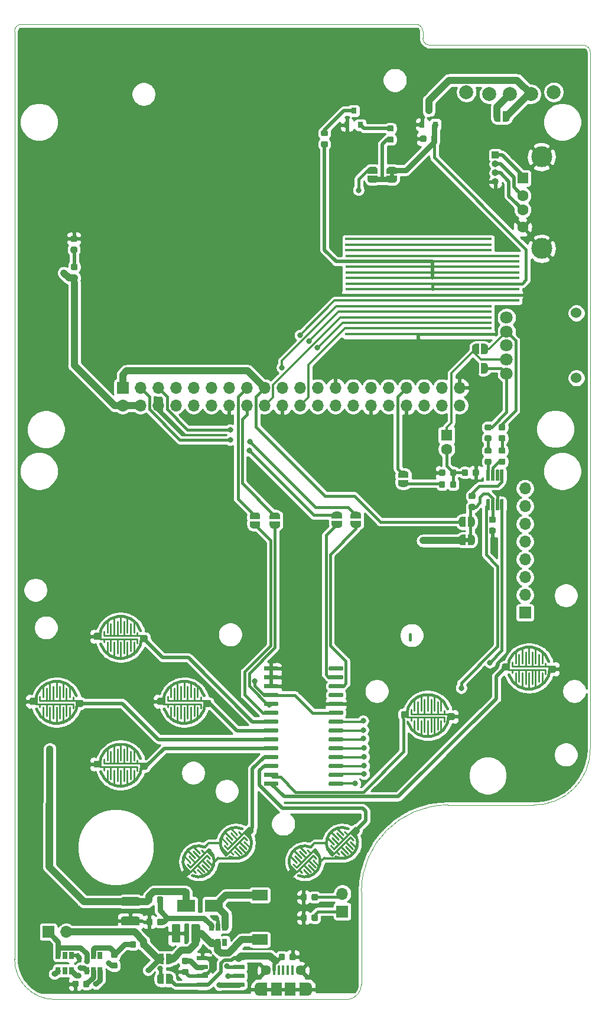
<source format=gbr>
G04 #@! TF.GenerationSoftware,KiCad,Pcbnew,5.1.5*
G04 #@! TF.CreationDate,2020-03-31T00:49:55+02:00*
G04 #@! TF.ProjectId,gameboy-dmg,67616d65-626f-4792-9d64-6d672e6b6963,rev?*
G04 #@! TF.SameCoordinates,PXa6cc320PY5867d60*
G04 #@! TF.FileFunction,Copper,L1,Top*
G04 #@! TF.FilePolarity,Positive*
%FSLAX46Y46*%
G04 Gerber Fmt 4.6, Leading zero omitted, Abs format (unit mm)*
G04 Created by KiCad (PCBNEW 5.1.5) date 2020-03-31 00:49:55*
%MOMM*%
%LPD*%
G04 APERTURE LIST*
%ADD10C,0.050000*%
%ADD11C,0.076200*%
%ADD12C,0.381000*%
%ADD13C,0.254000*%
%ADD14C,0.300000*%
%ADD15C,0.150000*%
%ADD16C,0.050800*%
%ADD17O,1.700000X1.700000*%
%ADD18R,1.700000X1.700000*%
%ADD19R,21.000000X0.400000*%
%ADD20R,25.000000X0.400000*%
%ADD21O,1.000000X1.000000*%
%ADD22R,1.000000X1.000000*%
%ADD23R,1.500000X1.900000*%
%ADD24C,1.450000*%
%ADD25R,0.400000X1.350000*%
%ADD26O,1.200000X1.900000*%
%ADD27R,1.200000X1.900000*%
%ADD28R,2.500000X1.800000*%
%ADD29R,2.200000X1.500000*%
%ADD30R,0.650000X1.060000*%
%ADD31R,1.600000X1.600000*%
%ADD32C,1.600000*%
%ADD33C,1.800000*%
%ADD34C,1.524000*%
%ADD35C,2.000000*%
%ADD36C,3.000000*%
%ADD37R,0.800000X0.900000*%
%ADD38C,0.800000*%
%ADD39C,0.400000*%
%ADD40C,0.500000*%
%ADD41C,1.000000*%
%ADD42C,0.750000*%
G04 APERTURE END LIST*
D10*
X-36400000Y76600001D02*
G75*
G02X-37400359Y77580241I-11724J988600D01*
G01*
X-38400000Y79599999D02*
G75*
G02X-37399641Y78619759I11724J-988600D01*
G01*
X-37400359Y77580241D02*
X-37399641Y78619759D01*
X-14400359Y76600000D02*
X-36400000Y76600000D01*
X-14400359Y76599999D02*
G75*
G02X-13400000Y75619759I11724J-988600D01*
G01*
X-95899999Y78600000D02*
G75*
G02X-94919759Y79600359I988600J11724D01*
G01*
X-90150000Y-60050000D02*
G75*
G02X-95900000Y-54300000I0J5750000D01*
G01*
X-46200000Y-44600000D02*
X-46200000Y-57900000D01*
X-48028302Y-60050000D02*
X-90150000Y-60050000D01*
X-46200000Y-57900000D02*
G75*
G02X-48028302Y-60050000I-2178302J0D01*
G01*
X-95900000Y78600000D02*
X-95900000Y-54300000D01*
X-38400000Y79600000D02*
X-94919759Y79600359D01*
X-33800000Y-32200000D02*
X-21500030Y-32200000D01*
X-13400000Y-24102438D02*
G75*
G02X-21500030Y-32200000I-8000030J-97562D01*
G01*
X-46200000Y-44600000D02*
G75*
G02X-33800000Y-32200000I12400000J0D01*
G01*
X-13400000Y75619759D02*
X-13400000Y-24100000D01*
D11*
X-68412631Y-38707263D02*
X-68300377Y-38595010D01*
D12*
X-68075871Y-38595010D02*
X-68188124Y-38707263D01*
X-67963618Y-38707263D02*
X-68075871Y-38595010D01*
X-70433187Y-42299367D02*
G75*
G03X-67963618Y-38707263I901298J2025324D01*
G01*
D11*
X-70769948Y-41962606D02*
X-70657695Y-41850353D01*
D12*
X-70994454Y-41962606D02*
X-70882201Y-41850353D01*
X-71106707Y-41850353D02*
X-70994454Y-41962606D01*
X-68637138Y-38258249D02*
G75*
G03X-71106707Y-41850353I-901298J-2025324D01*
G01*
D13*
X-68356504Y-38763390D02*
X-67346225Y-39773669D01*
X-70377062Y-41457467D02*
X-69928049Y-41906479D01*
X-68805517Y-42355492D02*
X-69703542Y-41457467D01*
X-68356504Y-39436909D02*
X-67907491Y-39885922D01*
X-67458478Y-41008454D02*
X-68356504Y-40110428D01*
X-68019744Y-41794226D02*
X-69030023Y-40783947D01*
X-69703542Y-40783947D02*
X-68693264Y-41794226D01*
X-69030023Y-40110428D02*
X-68019744Y-41120707D01*
X-70713821Y-41794226D02*
X-71611847Y-40896201D01*
X-68693264Y-39100149D02*
X-69142276Y-38651137D01*
X-69366783Y-39100149D02*
X-70264808Y-38202124D01*
X-69366783Y-39773669D02*
X-70264808Y-38875643D01*
X-70040302Y-39773669D02*
X-71050581Y-38763390D01*
X-70040302Y-40447188D02*
X-70938328Y-39549162D01*
X-70713821Y-40447188D02*
X-71611847Y-39549162D01*
X-70713821Y-41120707D02*
X-71162834Y-40671694D01*
X-69030023Y-40110428D02*
X-68356504Y-39436909D01*
X-69703542Y-40783947D02*
X-69030023Y-40110428D01*
X-70377062Y-41457467D02*
X-69703542Y-40783947D01*
X-70713821Y-41794226D02*
X-70377062Y-41457467D01*
X-70040302Y-40447188D02*
X-70713821Y-41120707D01*
X-69366783Y-39773669D02*
X-70040302Y-40447188D01*
X-68693264Y-39100149D02*
X-69366783Y-39773669D01*
X-68356504Y-38763390D02*
X-68693264Y-39100149D01*
X-64353542Y-38143947D02*
X-63343264Y-39154226D01*
X-62108478Y-38368454D02*
X-63006504Y-37470428D01*
X-63006504Y-36123390D02*
X-63343264Y-36460149D01*
X-65363821Y-39154226D02*
X-66261847Y-38256201D01*
X-64353542Y-38143947D02*
X-63680023Y-37470428D01*
X-64016783Y-36460149D02*
X-64914808Y-35562124D01*
X-62669744Y-39154226D02*
X-63680023Y-38143947D01*
X-65363821Y-38480707D02*
X-65812834Y-38031694D01*
D12*
X-65644454Y-39322606D02*
X-65532201Y-39210353D01*
X-65756707Y-39210353D02*
X-65644454Y-39322606D01*
X-63287138Y-35618249D02*
G75*
G03X-65756707Y-39210353I-901298J-2025324D01*
G01*
D13*
X-64690302Y-37133669D02*
X-65700581Y-36123390D01*
X-64690302Y-37807188D02*
X-65588328Y-36909162D01*
X-63006504Y-36796909D02*
X-62557491Y-37245922D01*
X-63455517Y-39715492D02*
X-64353542Y-38817467D01*
X-65027062Y-38817467D02*
X-64578049Y-39266479D01*
X-65363821Y-39154226D02*
X-65027062Y-38817467D01*
X-64016783Y-37133669D02*
X-64914808Y-36235643D01*
D12*
X-62613618Y-36067263D02*
X-62725871Y-35955010D01*
X-65083187Y-39659367D02*
G75*
G03X-62613618Y-36067263I901298J2025324D01*
G01*
D11*
X-63062631Y-36067263D02*
X-62950377Y-35955010D01*
D13*
X-63343264Y-36460149D02*
X-63792276Y-36011137D01*
X-63680023Y-37470428D02*
X-62669744Y-38480707D01*
X-63006504Y-36123390D02*
X-61996225Y-37133669D01*
D12*
X-62725871Y-35955010D02*
X-62838124Y-36067263D01*
D11*
X-65419948Y-39322606D02*
X-65307695Y-39210353D01*
D13*
X-64016783Y-37133669D02*
X-64690302Y-37807188D01*
X-63680023Y-37470428D02*
X-63006504Y-36796909D01*
X-63343264Y-36460149D02*
X-64016783Y-37133669D01*
X-65027062Y-38817467D02*
X-64353542Y-38143947D01*
X-65363821Y-37807188D02*
X-66261847Y-36909162D01*
X-64690302Y-37807188D02*
X-65363821Y-38480707D01*
D14*
X-68650000Y-38230000D02*
X-68110000Y-37690000D01*
X-68110000Y-37690000D02*
X-66350000Y-37690000D01*
X-66740000Y-39820000D02*
X-64660000Y-39820000D01*
X-67270000Y-40350000D02*
X-66730000Y-39810000D01*
D15*
G36*
X-30850000Y6050000D02*
G01*
X-31350000Y6050000D01*
X-31350000Y5450000D01*
X-30850000Y5450000D01*
X-30850000Y6050000D01*
G37*
D13*
X-19818750Y-12838125D02*
X-20771250Y-12838125D01*
X-20771250Y-12838125D02*
X-21723750Y-12838125D01*
X-21723750Y-12838125D02*
X-22676250Y-12838125D01*
X-22676250Y-12838125D02*
X-23628750Y-12838125D01*
X-23628750Y-12838125D02*
X-24581250Y-12838125D01*
X-24581250Y-12838125D02*
X-25057500Y-12838125D01*
X-25057500Y-12838125D02*
X-25216250Y-12838125D01*
X-19818750Y-12361875D02*
X-20771250Y-12361875D01*
X-20771250Y-12361875D02*
X-21723750Y-12361875D01*
X-21723750Y-12361875D02*
X-22676250Y-12361875D01*
X-22676250Y-12361875D02*
X-23628750Y-12361875D01*
X-22200000Y-11885625D02*
X-22200000Y-9504375D01*
X-21723750Y-12361875D02*
X-21723750Y-10298125D01*
X-21247500Y-11885625D02*
X-21247500Y-9663125D01*
X-20771250Y-12361875D02*
X-20771250Y-10615625D01*
X-20295000Y-11885625D02*
X-20295000Y-10139375D01*
X-19818750Y-12361875D02*
X-19818750Y-11885625D01*
X-22676250Y-12361875D02*
X-22676250Y-10298125D01*
X-23152500Y-11885625D02*
X-23152500Y-9663125D01*
X-23628750Y-12361875D02*
X-23628750Y-10615625D01*
X-24105000Y-11885625D02*
X-24105000Y-10139375D01*
X-19818750Y-12361875D02*
X-19342500Y-12361875D01*
X-19342500Y-12361875D02*
X-19183750Y-12361875D01*
X-23628750Y-12361875D02*
X-24581250Y-12361875D01*
X-24581250Y-12361875D02*
X-24581250Y-11726875D01*
X-25057500Y-12838125D02*
X-25057500Y-11726875D01*
X-22676250Y-12838125D02*
X-22676250Y-14901875D01*
X-21723750Y-12838125D02*
X-21723750Y-14901875D01*
X-22200000Y-15536875D02*
X-22200000Y-13314375D01*
X-21247500Y-12996875D02*
X-21247500Y-15378125D01*
X-20771250Y-12838125D02*
X-20771250Y-14584375D01*
X-20295000Y-13314375D02*
X-20295000Y-14901875D01*
X-19818750Y-12838125D02*
X-19818750Y-13473125D01*
X-19342500Y-12361875D02*
X-19342500Y-13473125D01*
X-23152500Y-13314375D02*
X-23152500Y-15378125D01*
X-23628750Y-12838125D02*
X-23628750Y-14584375D01*
X-24105000Y-13314375D02*
X-24105000Y-14901875D01*
X-24581250Y-12838125D02*
X-24581250Y-13314375D01*
D12*
X-19342500Y-11647500D02*
G75*
G03X-25216250Y-12600000I-2859590J-952839D01*
G01*
X-25057500Y-13552500D02*
G75*
G03X-19183750Y-12600000I2859590J952839D01*
G01*
D16*
X-25314675Y-12866700D02*
X-25378175Y-12634925D01*
D11*
X-19098025Y-12333300D02*
X-19037700Y-12555550D01*
X-33598025Y-19133300D02*
X-33537700Y-19355550D01*
D16*
X-39814675Y-19666700D02*
X-39878175Y-19434925D01*
D12*
X-39557500Y-20352500D02*
G75*
G03X-33683750Y-19400000I2859590J952839D01*
G01*
X-33842500Y-18447500D02*
G75*
G03X-39716250Y-19400000I-2859590J-952839D01*
G01*
D13*
X-39081250Y-19638125D02*
X-39081250Y-20114375D01*
X-38605000Y-20114375D02*
X-38605000Y-21701875D01*
X-38128750Y-19638125D02*
X-38128750Y-21384375D01*
X-37652500Y-20114375D02*
X-37652500Y-22178125D01*
X-33842500Y-19161875D02*
X-33842500Y-20273125D01*
X-34318750Y-19638125D02*
X-34318750Y-20273125D01*
X-34795000Y-20114375D02*
X-34795000Y-21701875D01*
X-35271250Y-19638125D02*
X-35271250Y-21384375D01*
X-35747500Y-19796875D02*
X-35747500Y-22178125D01*
X-36700000Y-22336875D02*
X-36700000Y-20114375D01*
X-36223750Y-19638125D02*
X-36223750Y-21701875D01*
X-37176250Y-19638125D02*
X-37176250Y-21701875D01*
X-39557500Y-19638125D02*
X-39557500Y-18526875D01*
X-39081250Y-19161875D02*
X-39081250Y-18526875D01*
X-38128750Y-19161875D02*
X-39081250Y-19161875D01*
X-33842500Y-19161875D02*
X-33683750Y-19161875D01*
X-34318750Y-19161875D02*
X-33842500Y-19161875D01*
X-38605000Y-18685625D02*
X-38605000Y-16939375D01*
X-38128750Y-19161875D02*
X-38128750Y-17415625D01*
X-37652500Y-18685625D02*
X-37652500Y-16463125D01*
X-37176250Y-19161875D02*
X-37176250Y-17098125D01*
X-34318750Y-19161875D02*
X-34318750Y-18685625D01*
X-34795000Y-18685625D02*
X-34795000Y-16939375D01*
X-35271250Y-19161875D02*
X-35271250Y-17415625D01*
X-35747500Y-18685625D02*
X-35747500Y-16463125D01*
X-36223750Y-19161875D02*
X-36223750Y-17098125D01*
X-36700000Y-18685625D02*
X-36700000Y-16304375D01*
X-37176250Y-19161875D02*
X-38128750Y-19161875D01*
X-36223750Y-19161875D02*
X-37176250Y-19161875D01*
X-35271250Y-19161875D02*
X-36223750Y-19161875D01*
X-34318750Y-19161875D02*
X-35271250Y-19161875D01*
X-39557500Y-19638125D02*
X-39716250Y-19638125D01*
X-39081250Y-19638125D02*
X-39557500Y-19638125D01*
X-38128750Y-19638125D02*
X-39081250Y-19638125D01*
X-37176250Y-19638125D02*
X-38128750Y-19638125D01*
X-36223750Y-19638125D02*
X-37176250Y-19638125D01*
X-35271250Y-19638125D02*
X-36223750Y-19638125D01*
X-34318750Y-19638125D02*
X-35271250Y-19638125D01*
D11*
X-83801975Y-26766700D02*
X-83862300Y-26544450D01*
D16*
X-77585325Y-26233300D02*
X-77521825Y-26465075D01*
D12*
X-77842500Y-25547500D02*
G75*
G03X-83716250Y-26500000I-2859590J-952839D01*
G01*
X-83557500Y-27452500D02*
G75*
G03X-77683750Y-26500000I2859590J952839D01*
G01*
D13*
X-78318750Y-26261875D02*
X-78318750Y-25785625D01*
X-78795000Y-25785625D02*
X-78795000Y-24198125D01*
X-79271250Y-26261875D02*
X-79271250Y-24515625D01*
X-79747500Y-25785625D02*
X-79747500Y-23721875D01*
X-83557500Y-26738125D02*
X-83557500Y-25626875D01*
X-83081250Y-26261875D02*
X-83081250Y-25626875D01*
X-82605000Y-25785625D02*
X-82605000Y-24198125D01*
X-82128750Y-26261875D02*
X-82128750Y-24515625D01*
X-81652500Y-26103125D02*
X-81652500Y-23721875D01*
X-80700000Y-23563125D02*
X-80700000Y-25785625D01*
X-81176250Y-26261875D02*
X-81176250Y-24198125D01*
X-80223750Y-26261875D02*
X-80223750Y-24198125D01*
X-77842500Y-26261875D02*
X-77842500Y-27373125D01*
X-78318750Y-26738125D02*
X-78318750Y-27373125D01*
X-79271250Y-26738125D02*
X-78318750Y-26738125D01*
X-83557500Y-26738125D02*
X-83716250Y-26738125D01*
X-83081250Y-26738125D02*
X-83557500Y-26738125D01*
X-78795000Y-27214375D02*
X-78795000Y-28960625D01*
X-79271250Y-26738125D02*
X-79271250Y-28484375D01*
X-79747500Y-27214375D02*
X-79747500Y-29436875D01*
X-80223750Y-26738125D02*
X-80223750Y-28801875D01*
X-83081250Y-26738125D02*
X-83081250Y-27214375D01*
X-82605000Y-27214375D02*
X-82605000Y-28960625D01*
X-82128750Y-26738125D02*
X-82128750Y-28484375D01*
X-81652500Y-27214375D02*
X-81652500Y-29436875D01*
X-81176250Y-26738125D02*
X-81176250Y-28801875D01*
X-80700000Y-27214375D02*
X-80700000Y-29595625D01*
X-80223750Y-26738125D02*
X-79271250Y-26738125D01*
X-81176250Y-26738125D02*
X-80223750Y-26738125D01*
X-82128750Y-26738125D02*
X-81176250Y-26738125D01*
X-83081250Y-26738125D02*
X-82128750Y-26738125D01*
X-77842500Y-26261875D02*
X-77683750Y-26261875D01*
X-78318750Y-26261875D02*
X-77842500Y-26261875D01*
X-79271250Y-26261875D02*
X-78318750Y-26261875D01*
X-80223750Y-26261875D02*
X-79271250Y-26261875D01*
X-81176250Y-26261875D02*
X-80223750Y-26261875D01*
X-82128750Y-26261875D02*
X-81176250Y-26261875D01*
X-83081250Y-26261875D02*
X-82128750Y-26261875D01*
X-92281250Y-17261875D02*
X-91328750Y-17261875D01*
X-91328750Y-17261875D02*
X-90376250Y-17261875D01*
X-90376250Y-17261875D02*
X-89423750Y-17261875D01*
X-89423750Y-17261875D02*
X-88471250Y-17261875D01*
X-88471250Y-17261875D02*
X-87518750Y-17261875D01*
X-87518750Y-17261875D02*
X-87042500Y-17261875D01*
X-87042500Y-17261875D02*
X-86883750Y-17261875D01*
X-92281250Y-17738125D02*
X-91328750Y-17738125D01*
X-91328750Y-17738125D02*
X-90376250Y-17738125D01*
X-90376250Y-17738125D02*
X-89423750Y-17738125D01*
X-89423750Y-17738125D02*
X-88471250Y-17738125D01*
X-89900000Y-18214375D02*
X-89900000Y-20595625D01*
X-90376250Y-17738125D02*
X-90376250Y-19801875D01*
X-90852500Y-18214375D02*
X-90852500Y-20436875D01*
X-91328750Y-17738125D02*
X-91328750Y-19484375D01*
X-91805000Y-18214375D02*
X-91805000Y-19960625D01*
X-92281250Y-17738125D02*
X-92281250Y-18214375D01*
X-89423750Y-17738125D02*
X-89423750Y-19801875D01*
X-88947500Y-18214375D02*
X-88947500Y-20436875D01*
X-88471250Y-17738125D02*
X-88471250Y-19484375D01*
X-87995000Y-18214375D02*
X-87995000Y-19960625D01*
X-92281250Y-17738125D02*
X-92757500Y-17738125D01*
X-92757500Y-17738125D02*
X-92916250Y-17738125D01*
X-88471250Y-17738125D02*
X-87518750Y-17738125D01*
X-87518750Y-17738125D02*
X-87518750Y-18373125D01*
X-87042500Y-17261875D02*
X-87042500Y-18373125D01*
X-89423750Y-17261875D02*
X-89423750Y-15198125D01*
X-90376250Y-17261875D02*
X-90376250Y-15198125D01*
X-89900000Y-14563125D02*
X-89900000Y-16785625D01*
X-90852500Y-17103125D02*
X-90852500Y-14721875D01*
X-91328750Y-17261875D02*
X-91328750Y-15515625D01*
X-91805000Y-16785625D02*
X-91805000Y-15198125D01*
X-92281250Y-17261875D02*
X-92281250Y-16626875D01*
X-92757500Y-17738125D02*
X-92757500Y-16626875D01*
X-88947500Y-16785625D02*
X-88947500Y-14721875D01*
X-88471250Y-17261875D02*
X-88471250Y-15515625D01*
X-87995000Y-16785625D02*
X-87995000Y-15198125D01*
X-87518750Y-17261875D02*
X-87518750Y-16785625D01*
D12*
X-92757500Y-18452500D02*
G75*
G03X-86883750Y-17500000I2859590J952839D01*
G01*
X-87042500Y-16547500D02*
G75*
G03X-92916250Y-17500000I-2859590J-952839D01*
G01*
D16*
X-86785325Y-17233300D02*
X-86721825Y-17465075D01*
D11*
X-93001975Y-17766700D02*
X-93062300Y-17544450D01*
D13*
X-73981250Y-17261875D02*
X-73028750Y-17261875D01*
X-73028750Y-17261875D02*
X-72076250Y-17261875D01*
X-72076250Y-17261875D02*
X-71123750Y-17261875D01*
X-71123750Y-17261875D02*
X-70171250Y-17261875D01*
X-70171250Y-17261875D02*
X-69218750Y-17261875D01*
X-69218750Y-17261875D02*
X-68742500Y-17261875D01*
X-68742500Y-17261875D02*
X-68583750Y-17261875D01*
X-73981250Y-17738125D02*
X-73028750Y-17738125D01*
X-73028750Y-17738125D02*
X-72076250Y-17738125D01*
X-72076250Y-17738125D02*
X-71123750Y-17738125D01*
X-71123750Y-17738125D02*
X-70171250Y-17738125D01*
X-71600000Y-18214375D02*
X-71600000Y-20595625D01*
X-72076250Y-17738125D02*
X-72076250Y-19801875D01*
X-72552500Y-18214375D02*
X-72552500Y-20436875D01*
X-73028750Y-17738125D02*
X-73028750Y-19484375D01*
X-73505000Y-18214375D02*
X-73505000Y-19960625D01*
X-73981250Y-17738125D02*
X-73981250Y-18214375D01*
X-71123750Y-17738125D02*
X-71123750Y-19801875D01*
X-70647500Y-18214375D02*
X-70647500Y-20436875D01*
X-70171250Y-17738125D02*
X-70171250Y-19484375D01*
X-69695000Y-18214375D02*
X-69695000Y-19960625D01*
X-73981250Y-17738125D02*
X-74457500Y-17738125D01*
X-74457500Y-17738125D02*
X-74616250Y-17738125D01*
X-70171250Y-17738125D02*
X-69218750Y-17738125D01*
X-69218750Y-17738125D02*
X-69218750Y-18373125D01*
X-68742500Y-17261875D02*
X-68742500Y-18373125D01*
X-71123750Y-17261875D02*
X-71123750Y-15198125D01*
X-72076250Y-17261875D02*
X-72076250Y-15198125D01*
X-71600000Y-14563125D02*
X-71600000Y-16785625D01*
X-72552500Y-17103125D02*
X-72552500Y-14721875D01*
X-73028750Y-17261875D02*
X-73028750Y-15515625D01*
X-73505000Y-16785625D02*
X-73505000Y-15198125D01*
X-73981250Y-17261875D02*
X-73981250Y-16626875D01*
X-74457500Y-17738125D02*
X-74457500Y-16626875D01*
X-70647500Y-16785625D02*
X-70647500Y-14721875D01*
X-70171250Y-17261875D02*
X-70171250Y-15515625D01*
X-69695000Y-16785625D02*
X-69695000Y-15198125D01*
X-69218750Y-17261875D02*
X-69218750Y-16785625D01*
D12*
X-74457500Y-18452500D02*
G75*
G03X-68583750Y-17500000I2859590J952839D01*
G01*
X-68742500Y-16547500D02*
G75*
G03X-74616250Y-17500000I-2859590J-952839D01*
G01*
D16*
X-68485325Y-17233300D02*
X-68421825Y-17465075D01*
D11*
X-74701975Y-17766700D02*
X-74762300Y-17544450D01*
D14*
X-52070000Y-40350000D02*
X-51530000Y-39810000D01*
X-51540000Y-39820000D02*
X-49460000Y-39820000D01*
X-52910000Y-37690000D02*
X-51150000Y-37690000D01*
X-53450000Y-38230000D02*
X-52910000Y-37690000D01*
D13*
X-49490302Y-37807188D02*
X-50163821Y-38480707D01*
X-50163821Y-37807188D02*
X-51061847Y-36909162D01*
X-49827062Y-38817467D02*
X-49153542Y-38143947D01*
X-48143264Y-36460149D02*
X-48816783Y-37133669D01*
X-48480023Y-37470428D02*
X-47806504Y-36796909D01*
X-48816783Y-37133669D02*
X-49490302Y-37807188D01*
D11*
X-50219948Y-39322606D02*
X-50107695Y-39210353D01*
D12*
X-47525871Y-35955010D02*
X-47638124Y-36067263D01*
D13*
X-47806504Y-36123390D02*
X-46796225Y-37133669D01*
X-48480023Y-37470428D02*
X-47469744Y-38480707D01*
X-48143264Y-36460149D02*
X-48592276Y-36011137D01*
D11*
X-47862631Y-36067263D02*
X-47750377Y-35955010D01*
D12*
X-49883187Y-39659367D02*
G75*
G03X-47413618Y-36067263I901298J2025324D01*
G01*
X-47413618Y-36067263D02*
X-47525871Y-35955010D01*
D13*
X-48816783Y-37133669D02*
X-49714808Y-36235643D01*
X-50163821Y-39154226D02*
X-49827062Y-38817467D01*
X-49827062Y-38817467D02*
X-49378049Y-39266479D01*
X-48255517Y-39715492D02*
X-49153542Y-38817467D01*
X-47806504Y-36796909D02*
X-47357491Y-37245922D01*
X-49490302Y-37807188D02*
X-50388328Y-36909162D01*
X-49490302Y-37133669D02*
X-50500581Y-36123390D01*
D12*
X-48087138Y-35618249D02*
G75*
G03X-50556707Y-39210353I-901298J-2025324D01*
G01*
X-50556707Y-39210353D02*
X-50444454Y-39322606D01*
X-50444454Y-39322606D02*
X-50332201Y-39210353D01*
D13*
X-50163821Y-38480707D02*
X-50612834Y-38031694D01*
X-47469744Y-39154226D02*
X-48480023Y-38143947D01*
X-48816783Y-36460149D02*
X-49714808Y-35562124D01*
X-49153542Y-38143947D02*
X-48480023Y-37470428D01*
X-50163821Y-39154226D02*
X-51061847Y-38256201D01*
X-47806504Y-36123390D02*
X-48143264Y-36460149D01*
X-46908478Y-38368454D02*
X-47806504Y-37470428D01*
X-49153542Y-38143947D02*
X-48143264Y-39154226D01*
X-53156504Y-38763390D02*
X-53493264Y-39100149D01*
X-53493264Y-39100149D02*
X-54166783Y-39773669D01*
X-54166783Y-39773669D02*
X-54840302Y-40447188D01*
X-54840302Y-40447188D02*
X-55513821Y-41120707D01*
X-55513821Y-41794226D02*
X-55177062Y-41457467D01*
X-55177062Y-41457467D02*
X-54503542Y-40783947D01*
X-54503542Y-40783947D02*
X-53830023Y-40110428D01*
X-53830023Y-40110428D02*
X-53156504Y-39436909D01*
X-55513821Y-41120707D02*
X-55962834Y-40671694D01*
X-55513821Y-40447188D02*
X-56411847Y-39549162D01*
X-54840302Y-40447188D02*
X-55738328Y-39549162D01*
X-54840302Y-39773669D02*
X-55850581Y-38763390D01*
X-54166783Y-39773669D02*
X-55064808Y-38875643D01*
X-54166783Y-39100149D02*
X-55064808Y-38202124D01*
X-53493264Y-39100149D02*
X-53942276Y-38651137D01*
X-55513821Y-41794226D02*
X-56411847Y-40896201D01*
X-53830023Y-40110428D02*
X-52819744Y-41120707D01*
X-54503542Y-40783947D02*
X-53493264Y-41794226D01*
X-52819744Y-41794226D02*
X-53830023Y-40783947D01*
X-52258478Y-41008454D02*
X-53156504Y-40110428D01*
X-53156504Y-39436909D02*
X-52707491Y-39885922D01*
X-53605517Y-42355492D02*
X-54503542Y-41457467D01*
X-55177062Y-41457467D02*
X-54728049Y-41906479D01*
X-53156504Y-38763390D02*
X-52146225Y-39773669D01*
D12*
X-53437138Y-38258249D02*
G75*
G03X-55906707Y-41850353I-901298J-2025324D01*
G01*
X-55906707Y-41850353D02*
X-55794454Y-41962606D01*
X-55794454Y-41962606D02*
X-55682201Y-41850353D01*
D11*
X-55569948Y-41962606D02*
X-55457695Y-41850353D01*
D12*
X-55233187Y-42299367D02*
G75*
G03X-52763618Y-38707263I901298J2025324D01*
G01*
X-52763618Y-38707263D02*
X-52875871Y-38595010D01*
X-52875871Y-38595010D02*
X-52988124Y-38707263D01*
D11*
X-53212631Y-38707263D02*
X-53100377Y-38595010D01*
X-83801975Y-8466700D02*
X-83862300Y-8244450D01*
D16*
X-77585325Y-7933300D02*
X-77521825Y-8165075D01*
D12*
X-77842500Y-7247500D02*
G75*
G03X-83716250Y-8200000I-2859590J-952839D01*
G01*
X-83557500Y-9152500D02*
G75*
G03X-77683750Y-8200000I2859590J952839D01*
G01*
D13*
X-78318750Y-7961875D02*
X-78318750Y-7485625D01*
X-78795000Y-7485625D02*
X-78795000Y-5898125D01*
X-79271250Y-7961875D02*
X-79271250Y-6215625D01*
X-79747500Y-7485625D02*
X-79747500Y-5421875D01*
X-83557500Y-8438125D02*
X-83557500Y-7326875D01*
X-83081250Y-7961875D02*
X-83081250Y-7326875D01*
X-82605000Y-7485625D02*
X-82605000Y-5898125D01*
X-82128750Y-7961875D02*
X-82128750Y-6215625D01*
X-81652500Y-7803125D02*
X-81652500Y-5421875D01*
X-80700000Y-5263125D02*
X-80700000Y-7485625D01*
X-81176250Y-7961875D02*
X-81176250Y-5898125D01*
X-80223750Y-7961875D02*
X-80223750Y-5898125D01*
X-77842500Y-7961875D02*
X-77842500Y-9073125D01*
X-78318750Y-8438125D02*
X-78318750Y-9073125D01*
X-79271250Y-8438125D02*
X-78318750Y-8438125D01*
X-83557500Y-8438125D02*
X-83716250Y-8438125D01*
X-83081250Y-8438125D02*
X-83557500Y-8438125D01*
X-78795000Y-8914375D02*
X-78795000Y-10660625D01*
X-79271250Y-8438125D02*
X-79271250Y-10184375D01*
X-79747500Y-8914375D02*
X-79747500Y-11136875D01*
X-80223750Y-8438125D02*
X-80223750Y-10501875D01*
X-83081250Y-8438125D02*
X-83081250Y-8914375D01*
X-82605000Y-8914375D02*
X-82605000Y-10660625D01*
X-82128750Y-8438125D02*
X-82128750Y-10184375D01*
X-81652500Y-8914375D02*
X-81652500Y-11136875D01*
X-81176250Y-8438125D02*
X-81176250Y-10501875D01*
X-80700000Y-8914375D02*
X-80700000Y-11295625D01*
X-80223750Y-8438125D02*
X-79271250Y-8438125D01*
X-81176250Y-8438125D02*
X-80223750Y-8438125D01*
X-82128750Y-8438125D02*
X-81176250Y-8438125D01*
X-83081250Y-8438125D02*
X-82128750Y-8438125D01*
X-77842500Y-7961875D02*
X-77683750Y-7961875D01*
X-78318750Y-7961875D02*
X-77842500Y-7961875D01*
X-79271250Y-7961875D02*
X-78318750Y-7961875D01*
X-80223750Y-7961875D02*
X-79271250Y-7961875D01*
X-81176250Y-7961875D02*
X-80223750Y-7961875D01*
X-82128750Y-7961875D02*
X-81176250Y-7961875D01*
X-83081250Y-7961875D02*
X-82128750Y-7961875D01*
D15*
G36*
X-41550000Y57800000D02*
G01*
X-41550000Y58300000D01*
X-42150000Y58300000D01*
X-42150000Y57800000D01*
X-41550000Y57800000D01*
G37*
G04 #@! TA.AperFunction,SMDPad,CuDef*
G36*
X-25937748Y11599398D02*
G01*
X-25925614Y11597598D01*
X-25913714Y11594618D01*
X-25902165Y11590485D01*
X-25891075Y11585240D01*
X-25880554Y11578934D01*
X-25870701Y11571626D01*
X-25861612Y11563388D01*
X-25853374Y11554299D01*
X-25846066Y11544446D01*
X-25839760Y11533925D01*
X-25834515Y11522835D01*
X-25830382Y11511286D01*
X-25827402Y11499386D01*
X-25825602Y11487252D01*
X-25825000Y11475000D01*
X-25825000Y10100000D01*
X-25825602Y10087748D01*
X-25827402Y10075614D01*
X-25830382Y10063714D01*
X-25834515Y10052165D01*
X-25839760Y10041075D01*
X-25846066Y10030554D01*
X-25853374Y10020701D01*
X-25861612Y10011612D01*
X-25870701Y10003374D01*
X-25880554Y9996066D01*
X-25891075Y9989760D01*
X-25902165Y9984515D01*
X-25913714Y9980382D01*
X-25925614Y9977402D01*
X-25937748Y9975602D01*
X-25950000Y9975000D01*
X-26200000Y9975000D01*
X-26212252Y9975602D01*
X-26224386Y9977402D01*
X-26236286Y9980382D01*
X-26247835Y9984515D01*
X-26258925Y9989760D01*
X-26269446Y9996066D01*
X-26279299Y10003374D01*
X-26288388Y10011612D01*
X-26296626Y10020701D01*
X-26303934Y10030554D01*
X-26310240Y10041075D01*
X-26315485Y10052165D01*
X-26319618Y10063714D01*
X-26322598Y10075614D01*
X-26324398Y10087748D01*
X-26325000Y10100000D01*
X-26325000Y11475000D01*
X-26324398Y11487252D01*
X-26322598Y11499386D01*
X-26319618Y11511286D01*
X-26315485Y11522835D01*
X-26310240Y11533925D01*
X-26303934Y11544446D01*
X-26296626Y11554299D01*
X-26288388Y11563388D01*
X-26279299Y11571626D01*
X-26269446Y11578934D01*
X-26258925Y11585240D01*
X-26247835Y11590485D01*
X-26236286Y11594618D01*
X-26224386Y11597598D01*
X-26212252Y11599398D01*
X-26200000Y11600000D01*
X-25950000Y11600000D01*
X-25937748Y11599398D01*
G37*
G04 #@! TD.AperFunction*
G04 #@! TA.AperFunction,SMDPad,CuDef*
G36*
X-26587748Y11599398D02*
G01*
X-26575614Y11597598D01*
X-26563714Y11594618D01*
X-26552165Y11590485D01*
X-26541075Y11585240D01*
X-26530554Y11578934D01*
X-26520701Y11571626D01*
X-26511612Y11563388D01*
X-26503374Y11554299D01*
X-26496066Y11544446D01*
X-26489760Y11533925D01*
X-26484515Y11522835D01*
X-26480382Y11511286D01*
X-26477402Y11499386D01*
X-26475602Y11487252D01*
X-26475000Y11475000D01*
X-26475000Y10100000D01*
X-26475602Y10087748D01*
X-26477402Y10075614D01*
X-26480382Y10063714D01*
X-26484515Y10052165D01*
X-26489760Y10041075D01*
X-26496066Y10030554D01*
X-26503374Y10020701D01*
X-26511612Y10011612D01*
X-26520701Y10003374D01*
X-26530554Y9996066D01*
X-26541075Y9989760D01*
X-26552165Y9984515D01*
X-26563714Y9980382D01*
X-26575614Y9977402D01*
X-26587748Y9975602D01*
X-26600000Y9975000D01*
X-26850000Y9975000D01*
X-26862252Y9975602D01*
X-26874386Y9977402D01*
X-26886286Y9980382D01*
X-26897835Y9984515D01*
X-26908925Y9989760D01*
X-26919446Y9996066D01*
X-26929299Y10003374D01*
X-26938388Y10011612D01*
X-26946626Y10020701D01*
X-26953934Y10030554D01*
X-26960240Y10041075D01*
X-26965485Y10052165D01*
X-26969618Y10063714D01*
X-26972598Y10075614D01*
X-26974398Y10087748D01*
X-26975000Y10100000D01*
X-26975000Y11475000D01*
X-26974398Y11487252D01*
X-26972598Y11499386D01*
X-26969618Y11511286D01*
X-26965485Y11522835D01*
X-26960240Y11533925D01*
X-26953934Y11544446D01*
X-26946626Y11554299D01*
X-26938388Y11563388D01*
X-26929299Y11571626D01*
X-26919446Y11578934D01*
X-26908925Y11585240D01*
X-26897835Y11590485D01*
X-26886286Y11594618D01*
X-26874386Y11597598D01*
X-26862252Y11599398D01*
X-26850000Y11600000D01*
X-26600000Y11600000D01*
X-26587748Y11599398D01*
G37*
G04 #@! TD.AperFunction*
G04 #@! TA.AperFunction,SMDPad,CuDef*
G36*
X-27237748Y11599398D02*
G01*
X-27225614Y11597598D01*
X-27213714Y11594618D01*
X-27202165Y11590485D01*
X-27191075Y11585240D01*
X-27180554Y11578934D01*
X-27170701Y11571626D01*
X-27161612Y11563388D01*
X-27153374Y11554299D01*
X-27146066Y11544446D01*
X-27139760Y11533925D01*
X-27134515Y11522835D01*
X-27130382Y11511286D01*
X-27127402Y11499386D01*
X-27125602Y11487252D01*
X-27125000Y11475000D01*
X-27125000Y10100000D01*
X-27125602Y10087748D01*
X-27127402Y10075614D01*
X-27130382Y10063714D01*
X-27134515Y10052165D01*
X-27139760Y10041075D01*
X-27146066Y10030554D01*
X-27153374Y10020701D01*
X-27161612Y10011612D01*
X-27170701Y10003374D01*
X-27180554Y9996066D01*
X-27191075Y9989760D01*
X-27202165Y9984515D01*
X-27213714Y9980382D01*
X-27225614Y9977402D01*
X-27237748Y9975602D01*
X-27250000Y9975000D01*
X-27500000Y9975000D01*
X-27512252Y9975602D01*
X-27524386Y9977402D01*
X-27536286Y9980382D01*
X-27547835Y9984515D01*
X-27558925Y9989760D01*
X-27569446Y9996066D01*
X-27579299Y10003374D01*
X-27588388Y10011612D01*
X-27596626Y10020701D01*
X-27603934Y10030554D01*
X-27610240Y10041075D01*
X-27615485Y10052165D01*
X-27619618Y10063714D01*
X-27622598Y10075614D01*
X-27624398Y10087748D01*
X-27625000Y10100000D01*
X-27625000Y11475000D01*
X-27624398Y11487252D01*
X-27622598Y11499386D01*
X-27619618Y11511286D01*
X-27615485Y11522835D01*
X-27610240Y11533925D01*
X-27603934Y11544446D01*
X-27596626Y11554299D01*
X-27588388Y11563388D01*
X-27579299Y11571626D01*
X-27569446Y11578934D01*
X-27558925Y11585240D01*
X-27547835Y11590485D01*
X-27536286Y11594618D01*
X-27524386Y11597598D01*
X-27512252Y11599398D01*
X-27500000Y11600000D01*
X-27250000Y11600000D01*
X-27237748Y11599398D01*
G37*
G04 #@! TD.AperFunction*
G04 #@! TA.AperFunction,SMDPad,CuDef*
G36*
X-27887748Y11599398D02*
G01*
X-27875614Y11597598D01*
X-27863714Y11594618D01*
X-27852165Y11590485D01*
X-27841075Y11585240D01*
X-27830554Y11578934D01*
X-27820701Y11571626D01*
X-27811612Y11563388D01*
X-27803374Y11554299D01*
X-27796066Y11544446D01*
X-27789760Y11533925D01*
X-27784515Y11522835D01*
X-27780382Y11511286D01*
X-27777402Y11499386D01*
X-27775602Y11487252D01*
X-27775000Y11475000D01*
X-27775000Y10100000D01*
X-27775602Y10087748D01*
X-27777402Y10075614D01*
X-27780382Y10063714D01*
X-27784515Y10052165D01*
X-27789760Y10041075D01*
X-27796066Y10030554D01*
X-27803374Y10020701D01*
X-27811612Y10011612D01*
X-27820701Y10003374D01*
X-27830554Y9996066D01*
X-27841075Y9989760D01*
X-27852165Y9984515D01*
X-27863714Y9980382D01*
X-27875614Y9977402D01*
X-27887748Y9975602D01*
X-27900000Y9975000D01*
X-28150000Y9975000D01*
X-28162252Y9975602D01*
X-28174386Y9977402D01*
X-28186286Y9980382D01*
X-28197835Y9984515D01*
X-28208925Y9989760D01*
X-28219446Y9996066D01*
X-28229299Y10003374D01*
X-28238388Y10011612D01*
X-28246626Y10020701D01*
X-28253934Y10030554D01*
X-28260240Y10041075D01*
X-28265485Y10052165D01*
X-28269618Y10063714D01*
X-28272598Y10075614D01*
X-28274398Y10087748D01*
X-28275000Y10100000D01*
X-28275000Y11475000D01*
X-28274398Y11487252D01*
X-28272598Y11499386D01*
X-28269618Y11511286D01*
X-28265485Y11522835D01*
X-28260240Y11533925D01*
X-28253934Y11544446D01*
X-28246626Y11554299D01*
X-28238388Y11563388D01*
X-28229299Y11571626D01*
X-28219446Y11578934D01*
X-28208925Y11585240D01*
X-28197835Y11590485D01*
X-28186286Y11594618D01*
X-28174386Y11597598D01*
X-28162252Y11599398D01*
X-28150000Y11600000D01*
X-27900000Y11600000D01*
X-27887748Y11599398D01*
G37*
G04 #@! TD.AperFunction*
G04 #@! TA.AperFunction,SMDPad,CuDef*
G36*
X-27887748Y15824398D02*
G01*
X-27875614Y15822598D01*
X-27863714Y15819618D01*
X-27852165Y15815485D01*
X-27841075Y15810240D01*
X-27830554Y15803934D01*
X-27820701Y15796626D01*
X-27811612Y15788388D01*
X-27803374Y15779299D01*
X-27796066Y15769446D01*
X-27789760Y15758925D01*
X-27784515Y15747835D01*
X-27780382Y15736286D01*
X-27777402Y15724386D01*
X-27775602Y15712252D01*
X-27775000Y15700000D01*
X-27775000Y14325000D01*
X-27775602Y14312748D01*
X-27777402Y14300614D01*
X-27780382Y14288714D01*
X-27784515Y14277165D01*
X-27789760Y14266075D01*
X-27796066Y14255554D01*
X-27803374Y14245701D01*
X-27811612Y14236612D01*
X-27820701Y14228374D01*
X-27830554Y14221066D01*
X-27841075Y14214760D01*
X-27852165Y14209515D01*
X-27863714Y14205382D01*
X-27875614Y14202402D01*
X-27887748Y14200602D01*
X-27900000Y14200000D01*
X-28150000Y14200000D01*
X-28162252Y14200602D01*
X-28174386Y14202402D01*
X-28186286Y14205382D01*
X-28197835Y14209515D01*
X-28208925Y14214760D01*
X-28219446Y14221066D01*
X-28229299Y14228374D01*
X-28238388Y14236612D01*
X-28246626Y14245701D01*
X-28253934Y14255554D01*
X-28260240Y14266075D01*
X-28265485Y14277165D01*
X-28269618Y14288714D01*
X-28272598Y14300614D01*
X-28274398Y14312748D01*
X-28275000Y14325000D01*
X-28275000Y15700000D01*
X-28274398Y15712252D01*
X-28272598Y15724386D01*
X-28269618Y15736286D01*
X-28265485Y15747835D01*
X-28260240Y15758925D01*
X-28253934Y15769446D01*
X-28246626Y15779299D01*
X-28238388Y15788388D01*
X-28229299Y15796626D01*
X-28219446Y15803934D01*
X-28208925Y15810240D01*
X-28197835Y15815485D01*
X-28186286Y15819618D01*
X-28174386Y15822598D01*
X-28162252Y15824398D01*
X-28150000Y15825000D01*
X-27900000Y15825000D01*
X-27887748Y15824398D01*
G37*
G04 #@! TD.AperFunction*
G04 #@! TA.AperFunction,SMDPad,CuDef*
G36*
X-27237748Y15824398D02*
G01*
X-27225614Y15822598D01*
X-27213714Y15819618D01*
X-27202165Y15815485D01*
X-27191075Y15810240D01*
X-27180554Y15803934D01*
X-27170701Y15796626D01*
X-27161612Y15788388D01*
X-27153374Y15779299D01*
X-27146066Y15769446D01*
X-27139760Y15758925D01*
X-27134515Y15747835D01*
X-27130382Y15736286D01*
X-27127402Y15724386D01*
X-27125602Y15712252D01*
X-27125000Y15700000D01*
X-27125000Y14325000D01*
X-27125602Y14312748D01*
X-27127402Y14300614D01*
X-27130382Y14288714D01*
X-27134515Y14277165D01*
X-27139760Y14266075D01*
X-27146066Y14255554D01*
X-27153374Y14245701D01*
X-27161612Y14236612D01*
X-27170701Y14228374D01*
X-27180554Y14221066D01*
X-27191075Y14214760D01*
X-27202165Y14209515D01*
X-27213714Y14205382D01*
X-27225614Y14202402D01*
X-27237748Y14200602D01*
X-27250000Y14200000D01*
X-27500000Y14200000D01*
X-27512252Y14200602D01*
X-27524386Y14202402D01*
X-27536286Y14205382D01*
X-27547835Y14209515D01*
X-27558925Y14214760D01*
X-27569446Y14221066D01*
X-27579299Y14228374D01*
X-27588388Y14236612D01*
X-27596626Y14245701D01*
X-27603934Y14255554D01*
X-27610240Y14266075D01*
X-27615485Y14277165D01*
X-27619618Y14288714D01*
X-27622598Y14300614D01*
X-27624398Y14312748D01*
X-27625000Y14325000D01*
X-27625000Y15700000D01*
X-27624398Y15712252D01*
X-27622598Y15724386D01*
X-27619618Y15736286D01*
X-27615485Y15747835D01*
X-27610240Y15758925D01*
X-27603934Y15769446D01*
X-27596626Y15779299D01*
X-27588388Y15788388D01*
X-27579299Y15796626D01*
X-27569446Y15803934D01*
X-27558925Y15810240D01*
X-27547835Y15815485D01*
X-27536286Y15819618D01*
X-27524386Y15822598D01*
X-27512252Y15824398D01*
X-27500000Y15825000D01*
X-27250000Y15825000D01*
X-27237748Y15824398D01*
G37*
G04 #@! TD.AperFunction*
G04 #@! TA.AperFunction,SMDPad,CuDef*
G36*
X-26587748Y15824398D02*
G01*
X-26575614Y15822598D01*
X-26563714Y15819618D01*
X-26552165Y15815485D01*
X-26541075Y15810240D01*
X-26530554Y15803934D01*
X-26520701Y15796626D01*
X-26511612Y15788388D01*
X-26503374Y15779299D01*
X-26496066Y15769446D01*
X-26489760Y15758925D01*
X-26484515Y15747835D01*
X-26480382Y15736286D01*
X-26477402Y15724386D01*
X-26475602Y15712252D01*
X-26475000Y15700000D01*
X-26475000Y14325000D01*
X-26475602Y14312748D01*
X-26477402Y14300614D01*
X-26480382Y14288714D01*
X-26484515Y14277165D01*
X-26489760Y14266075D01*
X-26496066Y14255554D01*
X-26503374Y14245701D01*
X-26511612Y14236612D01*
X-26520701Y14228374D01*
X-26530554Y14221066D01*
X-26541075Y14214760D01*
X-26552165Y14209515D01*
X-26563714Y14205382D01*
X-26575614Y14202402D01*
X-26587748Y14200602D01*
X-26600000Y14200000D01*
X-26850000Y14200000D01*
X-26862252Y14200602D01*
X-26874386Y14202402D01*
X-26886286Y14205382D01*
X-26897835Y14209515D01*
X-26908925Y14214760D01*
X-26919446Y14221066D01*
X-26929299Y14228374D01*
X-26938388Y14236612D01*
X-26946626Y14245701D01*
X-26953934Y14255554D01*
X-26960240Y14266075D01*
X-26965485Y14277165D01*
X-26969618Y14288714D01*
X-26972598Y14300614D01*
X-26974398Y14312748D01*
X-26975000Y14325000D01*
X-26975000Y15700000D01*
X-26974398Y15712252D01*
X-26972598Y15724386D01*
X-26969618Y15736286D01*
X-26965485Y15747835D01*
X-26960240Y15758925D01*
X-26953934Y15769446D01*
X-26946626Y15779299D01*
X-26938388Y15788388D01*
X-26929299Y15796626D01*
X-26919446Y15803934D01*
X-26908925Y15810240D01*
X-26897835Y15815485D01*
X-26886286Y15819618D01*
X-26874386Y15822598D01*
X-26862252Y15824398D01*
X-26850000Y15825000D01*
X-26600000Y15825000D01*
X-26587748Y15824398D01*
G37*
G04 #@! TD.AperFunction*
G04 #@! TA.AperFunction,SMDPad,CuDef*
G36*
X-25937748Y15824398D02*
G01*
X-25925614Y15822598D01*
X-25913714Y15819618D01*
X-25902165Y15815485D01*
X-25891075Y15810240D01*
X-25880554Y15803934D01*
X-25870701Y15796626D01*
X-25861612Y15788388D01*
X-25853374Y15779299D01*
X-25846066Y15769446D01*
X-25839760Y15758925D01*
X-25834515Y15747835D01*
X-25830382Y15736286D01*
X-25827402Y15724386D01*
X-25825602Y15712252D01*
X-25825000Y15700000D01*
X-25825000Y14325000D01*
X-25825602Y14312748D01*
X-25827402Y14300614D01*
X-25830382Y14288714D01*
X-25834515Y14277165D01*
X-25839760Y14266075D01*
X-25846066Y14255554D01*
X-25853374Y14245701D01*
X-25861612Y14236612D01*
X-25870701Y14228374D01*
X-25880554Y14221066D01*
X-25891075Y14214760D01*
X-25902165Y14209515D01*
X-25913714Y14205382D01*
X-25925614Y14202402D01*
X-25937748Y14200602D01*
X-25950000Y14200000D01*
X-26200000Y14200000D01*
X-26212252Y14200602D01*
X-26224386Y14202402D01*
X-26236286Y14205382D01*
X-26247835Y14209515D01*
X-26258925Y14214760D01*
X-26269446Y14221066D01*
X-26279299Y14228374D01*
X-26288388Y14236612D01*
X-26296626Y14245701D01*
X-26303934Y14255554D01*
X-26310240Y14266075D01*
X-26315485Y14277165D01*
X-26319618Y14288714D01*
X-26322598Y14300614D01*
X-26324398Y14312748D01*
X-26325000Y14325000D01*
X-26325000Y15700000D01*
X-26324398Y15712252D01*
X-26322598Y15724386D01*
X-26319618Y15736286D01*
X-26315485Y15747835D01*
X-26310240Y15758925D01*
X-26303934Y15769446D01*
X-26296626Y15779299D01*
X-26288388Y15788388D01*
X-26279299Y15796626D01*
X-26269446Y15803934D01*
X-26258925Y15810240D01*
X-26247835Y15815485D01*
X-26236286Y15819618D01*
X-26224386Y15822598D01*
X-26212252Y15824398D01*
X-26200000Y15825000D01*
X-25950000Y15825000D01*
X-25937748Y15824398D01*
G37*
G04 #@! TD.AperFunction*
D17*
X-32140000Y25010000D03*
X-32140000Y27550000D03*
X-34680000Y25010000D03*
X-34680000Y27550000D03*
X-37220000Y25010000D03*
X-37220000Y27550000D03*
X-39760000Y25010000D03*
X-39760000Y27550000D03*
X-42300000Y25010000D03*
X-42300000Y27550000D03*
X-44840000Y25010000D03*
X-44840000Y27550000D03*
X-47380000Y25010000D03*
X-47380000Y27550000D03*
X-49920000Y25010000D03*
X-49920000Y27550000D03*
X-52460000Y25010000D03*
X-52460000Y27550000D03*
X-55000000Y25010000D03*
X-55000000Y27550000D03*
X-57540000Y25010000D03*
X-57540000Y27550000D03*
X-60080000Y25010000D03*
X-60080000Y27550000D03*
X-62620000Y25010000D03*
X-62620000Y27550000D03*
X-65160000Y25010000D03*
X-65160000Y27550000D03*
X-67700000Y25010000D03*
X-67700000Y27550000D03*
X-70240000Y25010000D03*
X-70240000Y27550000D03*
X-72780000Y25010000D03*
X-72780000Y27550000D03*
X-75320000Y25010000D03*
X-75320000Y27550000D03*
X-77860000Y25010000D03*
X-77860000Y27550000D03*
X-80400000Y25010000D03*
D18*
X-80400000Y27550000D03*
D19*
X-38050000Y35250000D03*
X-38050000Y36050000D03*
X-38050000Y36850000D03*
X-38050000Y37650000D03*
X-38050000Y38450000D03*
X-38050000Y39250000D03*
D20*
X-36050000Y40050000D03*
X-36050000Y40850000D03*
X-36050000Y41650000D03*
X-36050000Y42450000D03*
X-36050000Y43250000D03*
X-36050000Y44050000D03*
X-36050000Y44850000D03*
X-36050000Y45650000D03*
X-36050000Y46450000D03*
D19*
X-38050000Y47250000D03*
X-38050000Y48050000D03*
X-38050000Y48850000D03*
D21*
X-27000000Y57040000D03*
X-27000000Y58310000D03*
X-27000000Y59580000D03*
D22*
X-27000000Y60850000D03*
G04 #@! TA.AperFunction,SMDPad,CuDef*
D15*
G36*
X-87122309Y49323947D02*
G01*
X-87101074Y49320797D01*
X-87080250Y49315581D01*
X-87060038Y49308349D01*
X-87040632Y49299170D01*
X-87022219Y49288134D01*
X-87004976Y49275346D01*
X-86989070Y49260930D01*
X-86974654Y49245024D01*
X-86961866Y49227781D01*
X-86950830Y49209368D01*
X-86941651Y49189962D01*
X-86934419Y49169750D01*
X-86929203Y49148926D01*
X-86926053Y49127691D01*
X-86925000Y49106250D01*
X-86925000Y48668750D01*
X-86926053Y48647309D01*
X-86929203Y48626074D01*
X-86934419Y48605250D01*
X-86941651Y48585038D01*
X-86950830Y48565632D01*
X-86961866Y48547219D01*
X-86974654Y48529976D01*
X-86989070Y48514070D01*
X-87004976Y48499654D01*
X-87022219Y48486866D01*
X-87040632Y48475830D01*
X-87060038Y48466651D01*
X-87080250Y48459419D01*
X-87101074Y48454203D01*
X-87122309Y48451053D01*
X-87143750Y48450000D01*
X-87656250Y48450000D01*
X-87677691Y48451053D01*
X-87698926Y48454203D01*
X-87719750Y48459419D01*
X-87739962Y48466651D01*
X-87759368Y48475830D01*
X-87777781Y48486866D01*
X-87795024Y48499654D01*
X-87810930Y48514070D01*
X-87825346Y48529976D01*
X-87838134Y48547219D01*
X-87849170Y48565632D01*
X-87858349Y48585038D01*
X-87865581Y48605250D01*
X-87870797Y48626074D01*
X-87873947Y48647309D01*
X-87875000Y48668750D01*
X-87875000Y49106250D01*
X-87873947Y49127691D01*
X-87870797Y49148926D01*
X-87865581Y49169750D01*
X-87858349Y49189962D01*
X-87849170Y49209368D01*
X-87838134Y49227781D01*
X-87825346Y49245024D01*
X-87810930Y49260930D01*
X-87795024Y49275346D01*
X-87777781Y49288134D01*
X-87759368Y49299170D01*
X-87739962Y49308349D01*
X-87719750Y49315581D01*
X-87698926Y49320797D01*
X-87677691Y49323947D01*
X-87656250Y49325000D01*
X-87143750Y49325000D01*
X-87122309Y49323947D01*
G37*
G04 #@! TD.AperFunction*
G04 #@! TA.AperFunction,SMDPad,CuDef*
G36*
X-87122309Y47748947D02*
G01*
X-87101074Y47745797D01*
X-87080250Y47740581D01*
X-87060038Y47733349D01*
X-87040632Y47724170D01*
X-87022219Y47713134D01*
X-87004976Y47700346D01*
X-86989070Y47685930D01*
X-86974654Y47670024D01*
X-86961866Y47652781D01*
X-86950830Y47634368D01*
X-86941651Y47614962D01*
X-86934419Y47594750D01*
X-86929203Y47573926D01*
X-86926053Y47552691D01*
X-86925000Y47531250D01*
X-86925000Y47093750D01*
X-86926053Y47072309D01*
X-86929203Y47051074D01*
X-86934419Y47030250D01*
X-86941651Y47010038D01*
X-86950830Y46990632D01*
X-86961866Y46972219D01*
X-86974654Y46954976D01*
X-86989070Y46939070D01*
X-87004976Y46924654D01*
X-87022219Y46911866D01*
X-87040632Y46900830D01*
X-87060038Y46891651D01*
X-87080250Y46884419D01*
X-87101074Y46879203D01*
X-87122309Y46876053D01*
X-87143750Y46875000D01*
X-87656250Y46875000D01*
X-87677691Y46876053D01*
X-87698926Y46879203D01*
X-87719750Y46884419D01*
X-87739962Y46891651D01*
X-87759368Y46900830D01*
X-87777781Y46911866D01*
X-87795024Y46924654D01*
X-87810930Y46939070D01*
X-87825346Y46954976D01*
X-87838134Y46972219D01*
X-87849170Y46990632D01*
X-87858349Y47010038D01*
X-87865581Y47030250D01*
X-87870797Y47051074D01*
X-87873947Y47072309D01*
X-87875000Y47093750D01*
X-87875000Y47531250D01*
X-87873947Y47552691D01*
X-87870797Y47573926D01*
X-87865581Y47594750D01*
X-87858349Y47614962D01*
X-87849170Y47634368D01*
X-87838134Y47652781D01*
X-87825346Y47670024D01*
X-87810930Y47685930D01*
X-87795024Y47700346D01*
X-87777781Y47713134D01*
X-87759368Y47724170D01*
X-87739962Y47733349D01*
X-87719750Y47740581D01*
X-87698926Y47745797D01*
X-87677691Y47748947D01*
X-87656250Y47750000D01*
X-87143750Y47750000D01*
X-87122309Y47748947D01*
G37*
G04 #@! TD.AperFunction*
G04 #@! TA.AperFunction,SMDPad,CuDef*
G36*
X-55809809Y-53476053D02*
G01*
X-55788574Y-53479203D01*
X-55767750Y-53484419D01*
X-55747538Y-53491651D01*
X-55728132Y-53500830D01*
X-55709719Y-53511866D01*
X-55692476Y-53524654D01*
X-55676570Y-53539070D01*
X-55662154Y-53554976D01*
X-55649366Y-53572219D01*
X-55638330Y-53590632D01*
X-55629151Y-53610038D01*
X-55621919Y-53630250D01*
X-55616703Y-53651074D01*
X-55613553Y-53672309D01*
X-55612500Y-53693750D01*
X-55612500Y-54206250D01*
X-55613553Y-54227691D01*
X-55616703Y-54248926D01*
X-55621919Y-54269750D01*
X-55629151Y-54289962D01*
X-55638330Y-54309368D01*
X-55649366Y-54327781D01*
X-55662154Y-54345024D01*
X-55676570Y-54360930D01*
X-55692476Y-54375346D01*
X-55709719Y-54388134D01*
X-55728132Y-54399170D01*
X-55747538Y-54408349D01*
X-55767750Y-54415581D01*
X-55788574Y-54420797D01*
X-55809809Y-54423947D01*
X-55831250Y-54425000D01*
X-56268750Y-54425000D01*
X-56290191Y-54423947D01*
X-56311426Y-54420797D01*
X-56332250Y-54415581D01*
X-56352462Y-54408349D01*
X-56371868Y-54399170D01*
X-56390281Y-54388134D01*
X-56407524Y-54375346D01*
X-56423430Y-54360930D01*
X-56437846Y-54345024D01*
X-56450634Y-54327781D01*
X-56461670Y-54309368D01*
X-56470849Y-54289962D01*
X-56478081Y-54269750D01*
X-56483297Y-54248926D01*
X-56486447Y-54227691D01*
X-56487500Y-54206250D01*
X-56487500Y-53693750D01*
X-56486447Y-53672309D01*
X-56483297Y-53651074D01*
X-56478081Y-53630250D01*
X-56470849Y-53610038D01*
X-56461670Y-53590632D01*
X-56450634Y-53572219D01*
X-56437846Y-53554976D01*
X-56423430Y-53539070D01*
X-56407524Y-53524654D01*
X-56390281Y-53511866D01*
X-56371868Y-53500830D01*
X-56352462Y-53491651D01*
X-56332250Y-53484419D01*
X-56311426Y-53479203D01*
X-56290191Y-53476053D01*
X-56268750Y-53475000D01*
X-55831250Y-53475000D01*
X-55809809Y-53476053D01*
G37*
G04 #@! TD.AperFunction*
G04 #@! TA.AperFunction,SMDPad,CuDef*
G36*
X-57384809Y-53476053D02*
G01*
X-57363574Y-53479203D01*
X-57342750Y-53484419D01*
X-57322538Y-53491651D01*
X-57303132Y-53500830D01*
X-57284719Y-53511866D01*
X-57267476Y-53524654D01*
X-57251570Y-53539070D01*
X-57237154Y-53554976D01*
X-57224366Y-53572219D01*
X-57213330Y-53590632D01*
X-57204151Y-53610038D01*
X-57196919Y-53630250D01*
X-57191703Y-53651074D01*
X-57188553Y-53672309D01*
X-57187500Y-53693750D01*
X-57187500Y-54206250D01*
X-57188553Y-54227691D01*
X-57191703Y-54248926D01*
X-57196919Y-54269750D01*
X-57204151Y-54289962D01*
X-57213330Y-54309368D01*
X-57224366Y-54327781D01*
X-57237154Y-54345024D01*
X-57251570Y-54360930D01*
X-57267476Y-54375346D01*
X-57284719Y-54388134D01*
X-57303132Y-54399170D01*
X-57322538Y-54408349D01*
X-57342750Y-54415581D01*
X-57363574Y-54420797D01*
X-57384809Y-54423947D01*
X-57406250Y-54425000D01*
X-57843750Y-54425000D01*
X-57865191Y-54423947D01*
X-57886426Y-54420797D01*
X-57907250Y-54415581D01*
X-57927462Y-54408349D01*
X-57946868Y-54399170D01*
X-57965281Y-54388134D01*
X-57982524Y-54375346D01*
X-57998430Y-54360930D01*
X-58012846Y-54345024D01*
X-58025634Y-54327781D01*
X-58036670Y-54309368D01*
X-58045849Y-54289962D01*
X-58053081Y-54269750D01*
X-58058297Y-54248926D01*
X-58061447Y-54227691D01*
X-58062500Y-54206250D01*
X-58062500Y-53693750D01*
X-58061447Y-53672309D01*
X-58058297Y-53651074D01*
X-58053081Y-53630250D01*
X-58045849Y-53610038D01*
X-58036670Y-53590632D01*
X-58025634Y-53572219D01*
X-58012846Y-53554976D01*
X-57998430Y-53539070D01*
X-57982524Y-53524654D01*
X-57965281Y-53511866D01*
X-57946868Y-53500830D01*
X-57927462Y-53491651D01*
X-57907250Y-53484419D01*
X-57886426Y-53479203D01*
X-57865191Y-53476053D01*
X-57843750Y-53475000D01*
X-57406250Y-53475000D01*
X-57384809Y-53476053D01*
G37*
G04 #@! TD.AperFunction*
G04 #@! TA.AperFunction,SMDPad,CuDef*
G36*
X-71385496Y-41347651D02*
G01*
X-71361227Y-41351251D01*
X-71337429Y-41357212D01*
X-71314329Y-41365477D01*
X-71292151Y-41375967D01*
X-71271107Y-41388580D01*
X-71251402Y-41403194D01*
X-71233223Y-41419670D01*
X-70879670Y-41773223D01*
X-70863194Y-41791402D01*
X-70848580Y-41811107D01*
X-70835967Y-41832151D01*
X-70825477Y-41854329D01*
X-70817212Y-41877429D01*
X-70811251Y-41901227D01*
X-70807651Y-41925496D01*
X-70806447Y-41950000D01*
X-70807651Y-41974504D01*
X-70811251Y-41998773D01*
X-70817212Y-42022571D01*
X-70825477Y-42045671D01*
X-70835967Y-42067849D01*
X-70848580Y-42088893D01*
X-70863194Y-42108598D01*
X-70879670Y-42126777D01*
X-71233223Y-42480330D01*
X-71251402Y-42496806D01*
X-71271107Y-42511420D01*
X-71292151Y-42524033D01*
X-71314329Y-42534523D01*
X-71337429Y-42542788D01*
X-71361227Y-42548749D01*
X-71385496Y-42552349D01*
X-71410000Y-42553553D01*
X-71434504Y-42552349D01*
X-71458773Y-42548749D01*
X-71482571Y-42542788D01*
X-71505671Y-42534523D01*
X-71527849Y-42524033D01*
X-71548893Y-42511420D01*
X-71568598Y-42496806D01*
X-71586777Y-42480330D01*
X-71940330Y-42126777D01*
X-71956806Y-42108598D01*
X-71971420Y-42088893D01*
X-71984033Y-42067849D01*
X-71994523Y-42045671D01*
X-72002788Y-42022571D01*
X-72008749Y-41998773D01*
X-72012349Y-41974504D01*
X-72013553Y-41950000D01*
X-72012349Y-41925496D01*
X-72008749Y-41901227D01*
X-72002788Y-41877429D01*
X-71994523Y-41854329D01*
X-71984033Y-41832151D01*
X-71971420Y-41811107D01*
X-71956806Y-41791402D01*
X-71940330Y-41773223D01*
X-71586777Y-41419670D01*
X-71568598Y-41403194D01*
X-71548893Y-41388580D01*
X-71527849Y-41375967D01*
X-71505671Y-41365477D01*
X-71482571Y-41357212D01*
X-71458773Y-41351251D01*
X-71434504Y-41347651D01*
X-71410000Y-41346447D01*
X-71385496Y-41347651D01*
G37*
G04 #@! TD.AperFunction*
G04 #@! TA.AperFunction,SMDPad,CuDef*
G36*
X-62215496Y-35327651D02*
G01*
X-62191227Y-35331251D01*
X-62167429Y-35337212D01*
X-62144329Y-35345477D01*
X-62122151Y-35355967D01*
X-62101107Y-35368580D01*
X-62081402Y-35383194D01*
X-62063223Y-35399670D01*
X-61709670Y-35753223D01*
X-61693194Y-35771402D01*
X-61678580Y-35791107D01*
X-61665967Y-35812151D01*
X-61655477Y-35834329D01*
X-61647212Y-35857429D01*
X-61641251Y-35881227D01*
X-61637651Y-35905496D01*
X-61636447Y-35930000D01*
X-61637651Y-35954504D01*
X-61641251Y-35978773D01*
X-61647212Y-36002571D01*
X-61655477Y-36025671D01*
X-61665967Y-36047849D01*
X-61678580Y-36068893D01*
X-61693194Y-36088598D01*
X-61709670Y-36106777D01*
X-62063223Y-36460330D01*
X-62081402Y-36476806D01*
X-62101107Y-36491420D01*
X-62122151Y-36504033D01*
X-62144329Y-36514523D01*
X-62167429Y-36522788D01*
X-62191227Y-36528749D01*
X-62215496Y-36532349D01*
X-62240000Y-36533553D01*
X-62264504Y-36532349D01*
X-62288773Y-36528749D01*
X-62312571Y-36522788D01*
X-62335671Y-36514523D01*
X-62357849Y-36504033D01*
X-62378893Y-36491420D01*
X-62398598Y-36476806D01*
X-62416777Y-36460330D01*
X-62770330Y-36106777D01*
X-62786806Y-36088598D01*
X-62801420Y-36068893D01*
X-62814033Y-36047849D01*
X-62824523Y-36025671D01*
X-62832788Y-36002571D01*
X-62838749Y-35978773D01*
X-62842349Y-35954504D01*
X-62843553Y-35930000D01*
X-62842349Y-35905496D01*
X-62838749Y-35881227D01*
X-62832788Y-35857429D01*
X-62824523Y-35834329D01*
X-62814033Y-35812151D01*
X-62801420Y-35791107D01*
X-62786806Y-35771402D01*
X-62770330Y-35753223D01*
X-62416777Y-35399670D01*
X-62398598Y-35383194D01*
X-62378893Y-35368580D01*
X-62357849Y-35355967D01*
X-62335671Y-35345477D01*
X-62312571Y-35337212D01*
X-62288773Y-35331251D01*
X-62264504Y-35327651D01*
X-62240000Y-35326447D01*
X-62215496Y-35327651D01*
G37*
G04 #@! TD.AperFunction*
G04 #@! TA.AperFunction,SMDPad,CuDef*
G36*
X-30450000Y6499398D02*
G01*
X-30425466Y6499398D01*
X-30376635Y6494588D01*
X-30328510Y6485016D01*
X-30281555Y6470772D01*
X-30236222Y6451995D01*
X-30192949Y6428864D01*
X-30152150Y6401604D01*
X-30114221Y6370476D01*
X-30079524Y6335779D01*
X-30048396Y6297850D01*
X-30021136Y6257051D01*
X-29998005Y6213778D01*
X-29979228Y6168445D01*
X-29964984Y6121490D01*
X-29955412Y6073365D01*
X-29950602Y6024534D01*
X-29950602Y6000000D01*
X-29950000Y6000000D01*
X-29950000Y5500000D01*
X-29950602Y5500000D01*
X-29950602Y5475466D01*
X-29955412Y5426635D01*
X-29964984Y5378510D01*
X-29979228Y5331555D01*
X-29998005Y5286222D01*
X-30021136Y5242949D01*
X-30048396Y5202150D01*
X-30079524Y5164221D01*
X-30114221Y5129524D01*
X-30152150Y5098396D01*
X-30192949Y5071136D01*
X-30236222Y5048005D01*
X-30281555Y5029228D01*
X-30328510Y5014984D01*
X-30376635Y5005412D01*
X-30425466Y5000602D01*
X-30450000Y5000602D01*
X-30450000Y5000000D01*
X-30950000Y5000000D01*
X-30950000Y6500000D01*
X-30450000Y6500000D01*
X-30450000Y6499398D01*
G37*
G04 #@! TD.AperFunction*
G04 #@! TA.AperFunction,SMDPad,CuDef*
G36*
X-31250000Y5000000D02*
G01*
X-31750000Y5000000D01*
X-31750000Y5000602D01*
X-31774534Y5000602D01*
X-31823365Y5005412D01*
X-31871490Y5014984D01*
X-31918445Y5029228D01*
X-31963778Y5048005D01*
X-32007051Y5071136D01*
X-32047850Y5098396D01*
X-32085779Y5129524D01*
X-32120476Y5164221D01*
X-32151604Y5202150D01*
X-32178864Y5242949D01*
X-32201995Y5286222D01*
X-32220772Y5331555D01*
X-32235016Y5378510D01*
X-32244588Y5426635D01*
X-32249398Y5475466D01*
X-32249398Y5500000D01*
X-32250000Y5500000D01*
X-32250000Y6000000D01*
X-32249398Y6000000D01*
X-32249398Y6024534D01*
X-32244588Y6073365D01*
X-32235016Y6121490D01*
X-32220772Y6168445D01*
X-32201995Y6213778D01*
X-32178864Y6257051D01*
X-32151604Y6297850D01*
X-32120476Y6335779D01*
X-32085779Y6370476D01*
X-32047850Y6401604D01*
X-32007051Y6428864D01*
X-31963778Y6451995D01*
X-31918445Y6470772D01*
X-31871490Y6485016D01*
X-31823365Y6494588D01*
X-31774534Y6499398D01*
X-31750000Y6499398D01*
X-31750000Y6500000D01*
X-31250000Y6500000D01*
X-31250000Y5000000D01*
G37*
G04 #@! TD.AperFunction*
G04 #@! TA.AperFunction,SMDPad,CuDef*
G36*
X-52659809Y-44926053D02*
G01*
X-52638574Y-44929203D01*
X-52617750Y-44934419D01*
X-52597538Y-44941651D01*
X-52578132Y-44950830D01*
X-52559719Y-44961866D01*
X-52542476Y-44974654D01*
X-52526570Y-44989070D01*
X-52512154Y-45004976D01*
X-52499366Y-45022219D01*
X-52488330Y-45040632D01*
X-52479151Y-45060038D01*
X-52471919Y-45080250D01*
X-52466703Y-45101074D01*
X-52463553Y-45122309D01*
X-52462500Y-45143750D01*
X-52462500Y-45656250D01*
X-52463553Y-45677691D01*
X-52466703Y-45698926D01*
X-52471919Y-45719750D01*
X-52479151Y-45739962D01*
X-52488330Y-45759368D01*
X-52499366Y-45777781D01*
X-52512154Y-45795024D01*
X-52526570Y-45810930D01*
X-52542476Y-45825346D01*
X-52559719Y-45838134D01*
X-52578132Y-45849170D01*
X-52597538Y-45858349D01*
X-52617750Y-45865581D01*
X-52638574Y-45870797D01*
X-52659809Y-45873947D01*
X-52681250Y-45875000D01*
X-53118750Y-45875000D01*
X-53140191Y-45873947D01*
X-53161426Y-45870797D01*
X-53182250Y-45865581D01*
X-53202462Y-45858349D01*
X-53221868Y-45849170D01*
X-53240281Y-45838134D01*
X-53257524Y-45825346D01*
X-53273430Y-45810930D01*
X-53287846Y-45795024D01*
X-53300634Y-45777781D01*
X-53311670Y-45759368D01*
X-53320849Y-45739962D01*
X-53328081Y-45719750D01*
X-53333297Y-45698926D01*
X-53336447Y-45677691D01*
X-53337500Y-45656250D01*
X-53337500Y-45143750D01*
X-53336447Y-45122309D01*
X-53333297Y-45101074D01*
X-53328081Y-45080250D01*
X-53320849Y-45060038D01*
X-53311670Y-45040632D01*
X-53300634Y-45022219D01*
X-53287846Y-45004976D01*
X-53273430Y-44989070D01*
X-53257524Y-44974654D01*
X-53240281Y-44961866D01*
X-53221868Y-44950830D01*
X-53202462Y-44941651D01*
X-53182250Y-44934419D01*
X-53161426Y-44929203D01*
X-53140191Y-44926053D01*
X-53118750Y-44925000D01*
X-52681250Y-44925000D01*
X-52659809Y-44926053D01*
G37*
G04 #@! TD.AperFunction*
G04 #@! TA.AperFunction,SMDPad,CuDef*
G36*
X-54234809Y-44926053D02*
G01*
X-54213574Y-44929203D01*
X-54192750Y-44934419D01*
X-54172538Y-44941651D01*
X-54153132Y-44950830D01*
X-54134719Y-44961866D01*
X-54117476Y-44974654D01*
X-54101570Y-44989070D01*
X-54087154Y-45004976D01*
X-54074366Y-45022219D01*
X-54063330Y-45040632D01*
X-54054151Y-45060038D01*
X-54046919Y-45080250D01*
X-54041703Y-45101074D01*
X-54038553Y-45122309D01*
X-54037500Y-45143750D01*
X-54037500Y-45656250D01*
X-54038553Y-45677691D01*
X-54041703Y-45698926D01*
X-54046919Y-45719750D01*
X-54054151Y-45739962D01*
X-54063330Y-45759368D01*
X-54074366Y-45777781D01*
X-54087154Y-45795024D01*
X-54101570Y-45810930D01*
X-54117476Y-45825346D01*
X-54134719Y-45838134D01*
X-54153132Y-45849170D01*
X-54172538Y-45858349D01*
X-54192750Y-45865581D01*
X-54213574Y-45870797D01*
X-54234809Y-45873947D01*
X-54256250Y-45875000D01*
X-54693750Y-45875000D01*
X-54715191Y-45873947D01*
X-54736426Y-45870797D01*
X-54757250Y-45865581D01*
X-54777462Y-45858349D01*
X-54796868Y-45849170D01*
X-54815281Y-45838134D01*
X-54832524Y-45825346D01*
X-54848430Y-45810930D01*
X-54862846Y-45795024D01*
X-54875634Y-45777781D01*
X-54886670Y-45759368D01*
X-54895849Y-45739962D01*
X-54903081Y-45719750D01*
X-54908297Y-45698926D01*
X-54911447Y-45677691D01*
X-54912500Y-45656250D01*
X-54912500Y-45143750D01*
X-54911447Y-45122309D01*
X-54908297Y-45101074D01*
X-54903081Y-45080250D01*
X-54895849Y-45060038D01*
X-54886670Y-45040632D01*
X-54875634Y-45022219D01*
X-54862846Y-45004976D01*
X-54848430Y-44989070D01*
X-54832524Y-44974654D01*
X-54815281Y-44961866D01*
X-54796868Y-44950830D01*
X-54777462Y-44941651D01*
X-54757250Y-44934419D01*
X-54736426Y-44929203D01*
X-54715191Y-44926053D01*
X-54693750Y-44925000D01*
X-54256250Y-44925000D01*
X-54234809Y-44926053D01*
G37*
G04 #@! TD.AperFunction*
G04 #@! TA.AperFunction,SMDPad,CuDef*
G36*
X-52659809Y-47876053D02*
G01*
X-52638574Y-47879203D01*
X-52617750Y-47884419D01*
X-52597538Y-47891651D01*
X-52578132Y-47900830D01*
X-52559719Y-47911866D01*
X-52542476Y-47924654D01*
X-52526570Y-47939070D01*
X-52512154Y-47954976D01*
X-52499366Y-47972219D01*
X-52488330Y-47990632D01*
X-52479151Y-48010038D01*
X-52471919Y-48030250D01*
X-52466703Y-48051074D01*
X-52463553Y-48072309D01*
X-52462500Y-48093750D01*
X-52462500Y-48606250D01*
X-52463553Y-48627691D01*
X-52466703Y-48648926D01*
X-52471919Y-48669750D01*
X-52479151Y-48689962D01*
X-52488330Y-48709368D01*
X-52499366Y-48727781D01*
X-52512154Y-48745024D01*
X-52526570Y-48760930D01*
X-52542476Y-48775346D01*
X-52559719Y-48788134D01*
X-52578132Y-48799170D01*
X-52597538Y-48808349D01*
X-52617750Y-48815581D01*
X-52638574Y-48820797D01*
X-52659809Y-48823947D01*
X-52681250Y-48825000D01*
X-53118750Y-48825000D01*
X-53140191Y-48823947D01*
X-53161426Y-48820797D01*
X-53182250Y-48815581D01*
X-53202462Y-48808349D01*
X-53221868Y-48799170D01*
X-53240281Y-48788134D01*
X-53257524Y-48775346D01*
X-53273430Y-48760930D01*
X-53287846Y-48745024D01*
X-53300634Y-48727781D01*
X-53311670Y-48709368D01*
X-53320849Y-48689962D01*
X-53328081Y-48669750D01*
X-53333297Y-48648926D01*
X-53336447Y-48627691D01*
X-53337500Y-48606250D01*
X-53337500Y-48093750D01*
X-53336447Y-48072309D01*
X-53333297Y-48051074D01*
X-53328081Y-48030250D01*
X-53320849Y-48010038D01*
X-53311670Y-47990632D01*
X-53300634Y-47972219D01*
X-53287846Y-47954976D01*
X-53273430Y-47939070D01*
X-53257524Y-47924654D01*
X-53240281Y-47911866D01*
X-53221868Y-47900830D01*
X-53202462Y-47891651D01*
X-53182250Y-47884419D01*
X-53161426Y-47879203D01*
X-53140191Y-47876053D01*
X-53118750Y-47875000D01*
X-52681250Y-47875000D01*
X-52659809Y-47876053D01*
G37*
G04 #@! TD.AperFunction*
G04 #@! TA.AperFunction,SMDPad,CuDef*
G36*
X-54234809Y-47876053D02*
G01*
X-54213574Y-47879203D01*
X-54192750Y-47884419D01*
X-54172538Y-47891651D01*
X-54153132Y-47900830D01*
X-54134719Y-47911866D01*
X-54117476Y-47924654D01*
X-54101570Y-47939070D01*
X-54087154Y-47954976D01*
X-54074366Y-47972219D01*
X-54063330Y-47990632D01*
X-54054151Y-48010038D01*
X-54046919Y-48030250D01*
X-54041703Y-48051074D01*
X-54038553Y-48072309D01*
X-54037500Y-48093750D01*
X-54037500Y-48606250D01*
X-54038553Y-48627691D01*
X-54041703Y-48648926D01*
X-54046919Y-48669750D01*
X-54054151Y-48689962D01*
X-54063330Y-48709368D01*
X-54074366Y-48727781D01*
X-54087154Y-48745024D01*
X-54101570Y-48760930D01*
X-54117476Y-48775346D01*
X-54134719Y-48788134D01*
X-54153132Y-48799170D01*
X-54172538Y-48808349D01*
X-54192750Y-48815581D01*
X-54213574Y-48820797D01*
X-54234809Y-48823947D01*
X-54256250Y-48825000D01*
X-54693750Y-48825000D01*
X-54715191Y-48823947D01*
X-54736426Y-48820797D01*
X-54757250Y-48815581D01*
X-54777462Y-48808349D01*
X-54796868Y-48799170D01*
X-54815281Y-48788134D01*
X-54832524Y-48775346D01*
X-54848430Y-48760930D01*
X-54862846Y-48745024D01*
X-54875634Y-48727781D01*
X-54886670Y-48709368D01*
X-54895849Y-48689962D01*
X-54903081Y-48669750D01*
X-54908297Y-48648926D01*
X-54911447Y-48627691D01*
X-54912500Y-48606250D01*
X-54912500Y-48093750D01*
X-54911447Y-48072309D01*
X-54908297Y-48051074D01*
X-54903081Y-48030250D01*
X-54895849Y-48010038D01*
X-54886670Y-47990632D01*
X-54875634Y-47972219D01*
X-54862846Y-47954976D01*
X-54848430Y-47939070D01*
X-54832524Y-47924654D01*
X-54815281Y-47911866D01*
X-54796868Y-47900830D01*
X-54777462Y-47891651D01*
X-54757250Y-47884419D01*
X-54736426Y-47879203D01*
X-54715191Y-47876053D01*
X-54693750Y-47875000D01*
X-54256250Y-47875000D01*
X-54234809Y-47876053D01*
G37*
G04 #@! TD.AperFunction*
G04 #@! TA.AperFunction,SMDPad,CuDef*
G36*
X-27772309Y22323947D02*
G01*
X-27751074Y22320797D01*
X-27730250Y22315581D01*
X-27710038Y22308349D01*
X-27690632Y22299170D01*
X-27672219Y22288134D01*
X-27654976Y22275346D01*
X-27639070Y22260930D01*
X-27624654Y22245024D01*
X-27611866Y22227781D01*
X-27600830Y22209368D01*
X-27591651Y22189962D01*
X-27584419Y22169750D01*
X-27579203Y22148926D01*
X-27576053Y22127691D01*
X-27575000Y22106250D01*
X-27575000Y21668750D01*
X-27576053Y21647309D01*
X-27579203Y21626074D01*
X-27584419Y21605250D01*
X-27591651Y21585038D01*
X-27600830Y21565632D01*
X-27611866Y21547219D01*
X-27624654Y21529976D01*
X-27639070Y21514070D01*
X-27654976Y21499654D01*
X-27672219Y21486866D01*
X-27690632Y21475830D01*
X-27710038Y21466651D01*
X-27730250Y21459419D01*
X-27751074Y21454203D01*
X-27772309Y21451053D01*
X-27793750Y21450000D01*
X-28306250Y21450000D01*
X-28327691Y21451053D01*
X-28348926Y21454203D01*
X-28369750Y21459419D01*
X-28389962Y21466651D01*
X-28409368Y21475830D01*
X-28427781Y21486866D01*
X-28445024Y21499654D01*
X-28460930Y21514070D01*
X-28475346Y21529976D01*
X-28488134Y21547219D01*
X-28499170Y21565632D01*
X-28508349Y21585038D01*
X-28515581Y21605250D01*
X-28520797Y21626074D01*
X-28523947Y21647309D01*
X-28525000Y21668750D01*
X-28525000Y22106250D01*
X-28523947Y22127691D01*
X-28520797Y22148926D01*
X-28515581Y22169750D01*
X-28508349Y22189962D01*
X-28499170Y22209368D01*
X-28488134Y22227781D01*
X-28475346Y22245024D01*
X-28460930Y22260930D01*
X-28445024Y22275346D01*
X-28427781Y22288134D01*
X-28409368Y22299170D01*
X-28389962Y22308349D01*
X-28369750Y22315581D01*
X-28348926Y22320797D01*
X-28327691Y22323947D01*
X-28306250Y22325000D01*
X-27793750Y22325000D01*
X-27772309Y22323947D01*
G37*
G04 #@! TD.AperFunction*
G04 #@! TA.AperFunction,SMDPad,CuDef*
G36*
X-27772309Y20748947D02*
G01*
X-27751074Y20745797D01*
X-27730250Y20740581D01*
X-27710038Y20733349D01*
X-27690632Y20724170D01*
X-27672219Y20713134D01*
X-27654976Y20700346D01*
X-27639070Y20685930D01*
X-27624654Y20670024D01*
X-27611866Y20652781D01*
X-27600830Y20634368D01*
X-27591651Y20614962D01*
X-27584419Y20594750D01*
X-27579203Y20573926D01*
X-27576053Y20552691D01*
X-27575000Y20531250D01*
X-27575000Y20093750D01*
X-27576053Y20072309D01*
X-27579203Y20051074D01*
X-27584419Y20030250D01*
X-27591651Y20010038D01*
X-27600830Y19990632D01*
X-27611866Y19972219D01*
X-27624654Y19954976D01*
X-27639070Y19939070D01*
X-27654976Y19924654D01*
X-27672219Y19911866D01*
X-27690632Y19900830D01*
X-27710038Y19891651D01*
X-27730250Y19884419D01*
X-27751074Y19879203D01*
X-27772309Y19876053D01*
X-27793750Y19875000D01*
X-28306250Y19875000D01*
X-28327691Y19876053D01*
X-28348926Y19879203D01*
X-28369750Y19884419D01*
X-28389962Y19891651D01*
X-28409368Y19900830D01*
X-28427781Y19911866D01*
X-28445024Y19924654D01*
X-28460930Y19939070D01*
X-28475346Y19954976D01*
X-28488134Y19972219D01*
X-28499170Y19990632D01*
X-28508349Y20010038D01*
X-28515581Y20030250D01*
X-28520797Y20051074D01*
X-28523947Y20072309D01*
X-28525000Y20093750D01*
X-28525000Y20531250D01*
X-28523947Y20552691D01*
X-28520797Y20573926D01*
X-28515581Y20594750D01*
X-28508349Y20614962D01*
X-28499170Y20634368D01*
X-28488134Y20652781D01*
X-28475346Y20670024D01*
X-28460930Y20685930D01*
X-28445024Y20700346D01*
X-28427781Y20713134D01*
X-28409368Y20724170D01*
X-28389962Y20733349D01*
X-28369750Y20740581D01*
X-28348926Y20745797D01*
X-28327691Y20748947D01*
X-28306250Y20750000D01*
X-27793750Y20750000D01*
X-27772309Y20748947D01*
G37*
G04 #@! TD.AperFunction*
G04 #@! TA.AperFunction,SMDPad,CuDef*
G36*
X-31750000Y7600602D02*
G01*
X-31774534Y7600602D01*
X-31823365Y7605412D01*
X-31871490Y7614984D01*
X-31918445Y7629228D01*
X-31963778Y7648005D01*
X-32007051Y7671136D01*
X-32047850Y7698396D01*
X-32085779Y7729524D01*
X-32120476Y7764221D01*
X-32151604Y7802150D01*
X-32178864Y7842949D01*
X-32201995Y7886222D01*
X-32220772Y7931555D01*
X-32235016Y7978510D01*
X-32244588Y8026635D01*
X-32249398Y8075466D01*
X-32249398Y8100000D01*
X-32250000Y8100000D01*
X-32250000Y8600000D01*
X-32249398Y8600000D01*
X-32249398Y8624534D01*
X-32244588Y8673365D01*
X-32235016Y8721490D01*
X-32220772Y8768445D01*
X-32201995Y8813778D01*
X-32178864Y8857051D01*
X-32151604Y8897850D01*
X-32120476Y8935779D01*
X-32085779Y8970476D01*
X-32047850Y9001604D01*
X-32007051Y9028864D01*
X-31963778Y9051995D01*
X-31918445Y9070772D01*
X-31871490Y9085016D01*
X-31823365Y9094588D01*
X-31774534Y9099398D01*
X-31750000Y9099398D01*
X-31750000Y9100000D01*
X-31250000Y9100000D01*
X-31250000Y7600000D01*
X-31750000Y7600000D01*
X-31750000Y7600602D01*
G37*
G04 #@! TD.AperFunction*
G04 #@! TA.AperFunction,SMDPad,CuDef*
G36*
X-30950000Y9100000D02*
G01*
X-30450000Y9100000D01*
X-30450000Y9099398D01*
X-30425466Y9099398D01*
X-30376635Y9094588D01*
X-30328510Y9085016D01*
X-30281555Y9070772D01*
X-30236222Y9051995D01*
X-30192949Y9028864D01*
X-30152150Y9001604D01*
X-30114221Y8970476D01*
X-30079524Y8935779D01*
X-30048396Y8897850D01*
X-30021136Y8857051D01*
X-29998005Y8813778D01*
X-29979228Y8768445D01*
X-29964984Y8721490D01*
X-29955412Y8673365D01*
X-29950602Y8624534D01*
X-29950602Y8600000D01*
X-29950000Y8600000D01*
X-29950000Y8100000D01*
X-29950602Y8100000D01*
X-29950602Y8075466D01*
X-29955412Y8026635D01*
X-29964984Y7978510D01*
X-29979228Y7931555D01*
X-29998005Y7886222D01*
X-30021136Y7842949D01*
X-30048396Y7802150D01*
X-30079524Y7764221D01*
X-30114221Y7729524D01*
X-30152150Y7698396D01*
X-30192949Y7671136D01*
X-30236222Y7648005D01*
X-30281555Y7629228D01*
X-30328510Y7614984D01*
X-30376635Y7605412D01*
X-30425466Y7600602D01*
X-30450000Y7600602D01*
X-30450000Y7600000D01*
X-30950000Y7600000D01*
X-30950000Y9100000D01*
G37*
G04 #@! TD.AperFunction*
G04 #@! TA.AperFunction,SMDPad,CuDef*
G36*
X-27172309Y7511447D02*
G01*
X-27151074Y7508297D01*
X-27130250Y7503081D01*
X-27110038Y7495849D01*
X-27090632Y7486670D01*
X-27072219Y7475634D01*
X-27054976Y7462846D01*
X-27039070Y7448430D01*
X-27024654Y7432524D01*
X-27011866Y7415281D01*
X-27000830Y7396868D01*
X-26991651Y7377462D01*
X-26984419Y7357250D01*
X-26979203Y7336426D01*
X-26976053Y7315191D01*
X-26975000Y7293750D01*
X-26975000Y6856250D01*
X-26976053Y6834809D01*
X-26979203Y6813574D01*
X-26984419Y6792750D01*
X-26991651Y6772538D01*
X-27000830Y6753132D01*
X-27011866Y6734719D01*
X-27024654Y6717476D01*
X-27039070Y6701570D01*
X-27054976Y6687154D01*
X-27072219Y6674366D01*
X-27090632Y6663330D01*
X-27110038Y6654151D01*
X-27130250Y6646919D01*
X-27151074Y6641703D01*
X-27172309Y6638553D01*
X-27193750Y6637500D01*
X-27706250Y6637500D01*
X-27727691Y6638553D01*
X-27748926Y6641703D01*
X-27769750Y6646919D01*
X-27789962Y6654151D01*
X-27809368Y6663330D01*
X-27827781Y6674366D01*
X-27845024Y6687154D01*
X-27860930Y6701570D01*
X-27875346Y6717476D01*
X-27888134Y6734719D01*
X-27899170Y6753132D01*
X-27908349Y6772538D01*
X-27915581Y6792750D01*
X-27920797Y6813574D01*
X-27923947Y6834809D01*
X-27925000Y6856250D01*
X-27925000Y7293750D01*
X-27923947Y7315191D01*
X-27920797Y7336426D01*
X-27915581Y7357250D01*
X-27908349Y7377462D01*
X-27899170Y7396868D01*
X-27888134Y7415281D01*
X-27875346Y7432524D01*
X-27860930Y7448430D01*
X-27845024Y7462846D01*
X-27827781Y7475634D01*
X-27809368Y7486670D01*
X-27789962Y7495849D01*
X-27769750Y7503081D01*
X-27748926Y7508297D01*
X-27727691Y7511447D01*
X-27706250Y7512500D01*
X-27193750Y7512500D01*
X-27172309Y7511447D01*
G37*
G04 #@! TD.AperFunction*
G04 #@! TA.AperFunction,SMDPad,CuDef*
G36*
X-27172309Y9086447D02*
G01*
X-27151074Y9083297D01*
X-27130250Y9078081D01*
X-27110038Y9070849D01*
X-27090632Y9061670D01*
X-27072219Y9050634D01*
X-27054976Y9037846D01*
X-27039070Y9023430D01*
X-27024654Y9007524D01*
X-27011866Y8990281D01*
X-27000830Y8971868D01*
X-26991651Y8952462D01*
X-26984419Y8932250D01*
X-26979203Y8911426D01*
X-26976053Y8890191D01*
X-26975000Y8868750D01*
X-26975000Y8431250D01*
X-26976053Y8409809D01*
X-26979203Y8388574D01*
X-26984419Y8367750D01*
X-26991651Y8347538D01*
X-27000830Y8328132D01*
X-27011866Y8309719D01*
X-27024654Y8292476D01*
X-27039070Y8276570D01*
X-27054976Y8262154D01*
X-27072219Y8249366D01*
X-27090632Y8238330D01*
X-27110038Y8229151D01*
X-27130250Y8221919D01*
X-27151074Y8216703D01*
X-27172309Y8213553D01*
X-27193750Y8212500D01*
X-27706250Y8212500D01*
X-27727691Y8213553D01*
X-27748926Y8216703D01*
X-27769750Y8221919D01*
X-27789962Y8229151D01*
X-27809368Y8238330D01*
X-27827781Y8249366D01*
X-27845024Y8262154D01*
X-27860930Y8276570D01*
X-27875346Y8292476D01*
X-27888134Y8309719D01*
X-27899170Y8328132D01*
X-27908349Y8347538D01*
X-27915581Y8367750D01*
X-27920797Y8388574D01*
X-27923947Y8409809D01*
X-27925000Y8431250D01*
X-27925000Y8868750D01*
X-27923947Y8890191D01*
X-27920797Y8911426D01*
X-27915581Y8932250D01*
X-27908349Y8952462D01*
X-27899170Y8971868D01*
X-27888134Y8990281D01*
X-27875346Y9007524D01*
X-27860930Y9023430D01*
X-27845024Y9037846D01*
X-27827781Y9050634D01*
X-27809368Y9061670D01*
X-27789962Y9070849D01*
X-27769750Y9078081D01*
X-27748926Y9083297D01*
X-27727691Y9086447D01*
X-27706250Y9087500D01*
X-27193750Y9087500D01*
X-27172309Y9086447D01*
G37*
G04 #@! TD.AperFunction*
G04 #@! TA.AperFunction,SMDPad,CuDef*
G36*
X-29850000Y32350602D02*
G01*
X-29874534Y32350602D01*
X-29923365Y32355412D01*
X-29971490Y32364984D01*
X-30018445Y32379228D01*
X-30063778Y32398005D01*
X-30107051Y32421136D01*
X-30147850Y32448396D01*
X-30185779Y32479524D01*
X-30220476Y32514221D01*
X-30251604Y32552150D01*
X-30278864Y32592949D01*
X-30301995Y32636222D01*
X-30320772Y32681555D01*
X-30335016Y32728510D01*
X-30344588Y32776635D01*
X-30349398Y32825466D01*
X-30349398Y32850000D01*
X-30350000Y32850000D01*
X-30350000Y33350000D01*
X-30349398Y33350000D01*
X-30349398Y33374534D01*
X-30344588Y33423365D01*
X-30335016Y33471490D01*
X-30320772Y33518445D01*
X-30301995Y33563778D01*
X-30278864Y33607051D01*
X-30251604Y33647850D01*
X-30220476Y33685779D01*
X-30185779Y33720476D01*
X-30147850Y33751604D01*
X-30107051Y33778864D01*
X-30063778Y33801995D01*
X-30018445Y33820772D01*
X-29971490Y33835016D01*
X-29923365Y33844588D01*
X-29874534Y33849398D01*
X-29850000Y33849398D01*
X-29850000Y33850000D01*
X-29350000Y33850000D01*
X-29350000Y32350000D01*
X-29850000Y32350000D01*
X-29850000Y32350602D01*
G37*
G04 #@! TD.AperFunction*
G04 #@! TA.AperFunction,SMDPad,CuDef*
G36*
X-29050000Y33850000D02*
G01*
X-28550000Y33850000D01*
X-28550000Y33849398D01*
X-28525466Y33849398D01*
X-28476635Y33844588D01*
X-28428510Y33835016D01*
X-28381555Y33820772D01*
X-28336222Y33801995D01*
X-28292949Y33778864D01*
X-28252150Y33751604D01*
X-28214221Y33720476D01*
X-28179524Y33685779D01*
X-28148396Y33647850D01*
X-28121136Y33607051D01*
X-28098005Y33563778D01*
X-28079228Y33518445D01*
X-28064984Y33471490D01*
X-28055412Y33423365D01*
X-28050602Y33374534D01*
X-28050602Y33350000D01*
X-28050000Y33350000D01*
X-28050000Y32850000D01*
X-28050602Y32850000D01*
X-28050602Y32825466D01*
X-28055412Y32776635D01*
X-28064984Y32728510D01*
X-28079228Y32681555D01*
X-28098005Y32636222D01*
X-28121136Y32592949D01*
X-28148396Y32552150D01*
X-28179524Y32514221D01*
X-28214221Y32479524D01*
X-28252150Y32448396D01*
X-28292949Y32421136D01*
X-28336222Y32398005D01*
X-28381555Y32379228D01*
X-28428510Y32364984D01*
X-28476635Y32355412D01*
X-28525466Y32350602D01*
X-28550000Y32350602D01*
X-28550000Y32350000D01*
X-29050000Y32350000D01*
X-29050000Y33850000D01*
G37*
G04 #@! TD.AperFunction*
G04 #@! TA.AperFunction,SMDPad,CuDef*
G36*
X-25772309Y22336447D02*
G01*
X-25751074Y22333297D01*
X-25730250Y22328081D01*
X-25710038Y22320849D01*
X-25690632Y22311670D01*
X-25672219Y22300634D01*
X-25654976Y22287846D01*
X-25639070Y22273430D01*
X-25624654Y22257524D01*
X-25611866Y22240281D01*
X-25600830Y22221868D01*
X-25591651Y22202462D01*
X-25584419Y22182250D01*
X-25579203Y22161426D01*
X-25576053Y22140191D01*
X-25575000Y22118750D01*
X-25575000Y21681250D01*
X-25576053Y21659809D01*
X-25579203Y21638574D01*
X-25584419Y21617750D01*
X-25591651Y21597538D01*
X-25600830Y21578132D01*
X-25611866Y21559719D01*
X-25624654Y21542476D01*
X-25639070Y21526570D01*
X-25654976Y21512154D01*
X-25672219Y21499366D01*
X-25690632Y21488330D01*
X-25710038Y21479151D01*
X-25730250Y21471919D01*
X-25751074Y21466703D01*
X-25772309Y21463553D01*
X-25793750Y21462500D01*
X-26306250Y21462500D01*
X-26327691Y21463553D01*
X-26348926Y21466703D01*
X-26369750Y21471919D01*
X-26389962Y21479151D01*
X-26409368Y21488330D01*
X-26427781Y21499366D01*
X-26445024Y21512154D01*
X-26460930Y21526570D01*
X-26475346Y21542476D01*
X-26488134Y21559719D01*
X-26499170Y21578132D01*
X-26508349Y21597538D01*
X-26515581Y21617750D01*
X-26520797Y21638574D01*
X-26523947Y21659809D01*
X-26525000Y21681250D01*
X-26525000Y22118750D01*
X-26523947Y22140191D01*
X-26520797Y22161426D01*
X-26515581Y22182250D01*
X-26508349Y22202462D01*
X-26499170Y22221868D01*
X-26488134Y22240281D01*
X-26475346Y22257524D01*
X-26460930Y22273430D01*
X-26445024Y22287846D01*
X-26427781Y22300634D01*
X-26409368Y22311670D01*
X-26389962Y22320849D01*
X-26369750Y22328081D01*
X-26348926Y22333297D01*
X-26327691Y22336447D01*
X-26306250Y22337500D01*
X-25793750Y22337500D01*
X-25772309Y22336447D01*
G37*
G04 #@! TD.AperFunction*
G04 #@! TA.AperFunction,SMDPad,CuDef*
G36*
X-25772309Y20761447D02*
G01*
X-25751074Y20758297D01*
X-25730250Y20753081D01*
X-25710038Y20745849D01*
X-25690632Y20736670D01*
X-25672219Y20725634D01*
X-25654976Y20712846D01*
X-25639070Y20698430D01*
X-25624654Y20682524D01*
X-25611866Y20665281D01*
X-25600830Y20646868D01*
X-25591651Y20627462D01*
X-25584419Y20607250D01*
X-25579203Y20586426D01*
X-25576053Y20565191D01*
X-25575000Y20543750D01*
X-25575000Y20106250D01*
X-25576053Y20084809D01*
X-25579203Y20063574D01*
X-25584419Y20042750D01*
X-25591651Y20022538D01*
X-25600830Y20003132D01*
X-25611866Y19984719D01*
X-25624654Y19967476D01*
X-25639070Y19951570D01*
X-25654976Y19937154D01*
X-25672219Y19924366D01*
X-25690632Y19913330D01*
X-25710038Y19904151D01*
X-25730250Y19896919D01*
X-25751074Y19891703D01*
X-25772309Y19888553D01*
X-25793750Y19887500D01*
X-26306250Y19887500D01*
X-26327691Y19888553D01*
X-26348926Y19891703D01*
X-26369750Y19896919D01*
X-26389962Y19904151D01*
X-26409368Y19913330D01*
X-26427781Y19924366D01*
X-26445024Y19937154D01*
X-26460930Y19951570D01*
X-26475346Y19967476D01*
X-26488134Y19984719D01*
X-26499170Y20003132D01*
X-26508349Y20022538D01*
X-26515581Y20042750D01*
X-26520797Y20063574D01*
X-26523947Y20084809D01*
X-26525000Y20106250D01*
X-26525000Y20543750D01*
X-26523947Y20565191D01*
X-26520797Y20586426D01*
X-26515581Y20607250D01*
X-26508349Y20627462D01*
X-26499170Y20646868D01*
X-26488134Y20665281D01*
X-26475346Y20682524D01*
X-26460930Y20698430D01*
X-26445024Y20712846D01*
X-26427781Y20725634D01*
X-26409368Y20736670D01*
X-26389962Y20745849D01*
X-26369750Y20753081D01*
X-26348926Y20758297D01*
X-26327691Y20761447D01*
X-26306250Y20762500D01*
X-25793750Y20762500D01*
X-25772309Y20761447D01*
G37*
G04 #@! TD.AperFunction*
G04 #@! TA.AperFunction,SMDPad,CuDef*
G36*
X-25772309Y17398947D02*
G01*
X-25751074Y17395797D01*
X-25730250Y17390581D01*
X-25710038Y17383349D01*
X-25690632Y17374170D01*
X-25672219Y17363134D01*
X-25654976Y17350346D01*
X-25639070Y17335930D01*
X-25624654Y17320024D01*
X-25611866Y17302781D01*
X-25600830Y17284368D01*
X-25591651Y17264962D01*
X-25584419Y17244750D01*
X-25579203Y17223926D01*
X-25576053Y17202691D01*
X-25575000Y17181250D01*
X-25575000Y16743750D01*
X-25576053Y16722309D01*
X-25579203Y16701074D01*
X-25584419Y16680250D01*
X-25591651Y16660038D01*
X-25600830Y16640632D01*
X-25611866Y16622219D01*
X-25624654Y16604976D01*
X-25639070Y16589070D01*
X-25654976Y16574654D01*
X-25672219Y16561866D01*
X-25690632Y16550830D01*
X-25710038Y16541651D01*
X-25730250Y16534419D01*
X-25751074Y16529203D01*
X-25772309Y16526053D01*
X-25793750Y16525000D01*
X-26306250Y16525000D01*
X-26327691Y16526053D01*
X-26348926Y16529203D01*
X-26369750Y16534419D01*
X-26389962Y16541651D01*
X-26409368Y16550830D01*
X-26427781Y16561866D01*
X-26445024Y16574654D01*
X-26460930Y16589070D01*
X-26475346Y16604976D01*
X-26488134Y16622219D01*
X-26499170Y16640632D01*
X-26508349Y16660038D01*
X-26515581Y16680250D01*
X-26520797Y16701074D01*
X-26523947Y16722309D01*
X-26525000Y16743750D01*
X-26525000Y17181250D01*
X-26523947Y17202691D01*
X-26520797Y17223926D01*
X-26515581Y17244750D01*
X-26508349Y17264962D01*
X-26499170Y17284368D01*
X-26488134Y17302781D01*
X-26475346Y17320024D01*
X-26460930Y17335930D01*
X-26445024Y17350346D01*
X-26427781Y17363134D01*
X-26409368Y17374170D01*
X-26389962Y17383349D01*
X-26369750Y17390581D01*
X-26348926Y17395797D01*
X-26327691Y17398947D01*
X-26306250Y17400000D01*
X-25793750Y17400000D01*
X-25772309Y17398947D01*
G37*
G04 #@! TD.AperFunction*
G04 #@! TA.AperFunction,SMDPad,CuDef*
G36*
X-25772309Y18973947D02*
G01*
X-25751074Y18970797D01*
X-25730250Y18965581D01*
X-25710038Y18958349D01*
X-25690632Y18949170D01*
X-25672219Y18938134D01*
X-25654976Y18925346D01*
X-25639070Y18910930D01*
X-25624654Y18895024D01*
X-25611866Y18877781D01*
X-25600830Y18859368D01*
X-25591651Y18839962D01*
X-25584419Y18819750D01*
X-25579203Y18798926D01*
X-25576053Y18777691D01*
X-25575000Y18756250D01*
X-25575000Y18318750D01*
X-25576053Y18297309D01*
X-25579203Y18276074D01*
X-25584419Y18255250D01*
X-25591651Y18235038D01*
X-25600830Y18215632D01*
X-25611866Y18197219D01*
X-25624654Y18179976D01*
X-25639070Y18164070D01*
X-25654976Y18149654D01*
X-25672219Y18136866D01*
X-25690632Y18125830D01*
X-25710038Y18116651D01*
X-25730250Y18109419D01*
X-25751074Y18104203D01*
X-25772309Y18101053D01*
X-25793750Y18100000D01*
X-26306250Y18100000D01*
X-26327691Y18101053D01*
X-26348926Y18104203D01*
X-26369750Y18109419D01*
X-26389962Y18116651D01*
X-26409368Y18125830D01*
X-26427781Y18136866D01*
X-26445024Y18149654D01*
X-26460930Y18164070D01*
X-26475346Y18179976D01*
X-26488134Y18197219D01*
X-26499170Y18215632D01*
X-26508349Y18235038D01*
X-26515581Y18255250D01*
X-26520797Y18276074D01*
X-26523947Y18297309D01*
X-26525000Y18318750D01*
X-26525000Y18756250D01*
X-26523947Y18777691D01*
X-26520797Y18798926D01*
X-26515581Y18819750D01*
X-26508349Y18839962D01*
X-26499170Y18859368D01*
X-26488134Y18877781D01*
X-26475346Y18895024D01*
X-26460930Y18910930D01*
X-26445024Y18925346D01*
X-26427781Y18938134D01*
X-26409368Y18949170D01*
X-26389962Y18958349D01*
X-26369750Y18965581D01*
X-26348926Y18970797D01*
X-26327691Y18973947D01*
X-26306250Y18975000D01*
X-25793750Y18975000D01*
X-25772309Y18973947D01*
G37*
G04 #@! TD.AperFunction*
G04 #@! TA.AperFunction,SMDPad,CuDef*
G36*
X-27772309Y18973947D02*
G01*
X-27751074Y18970797D01*
X-27730250Y18965581D01*
X-27710038Y18958349D01*
X-27690632Y18949170D01*
X-27672219Y18938134D01*
X-27654976Y18925346D01*
X-27639070Y18910930D01*
X-27624654Y18895024D01*
X-27611866Y18877781D01*
X-27600830Y18859368D01*
X-27591651Y18839962D01*
X-27584419Y18819750D01*
X-27579203Y18798926D01*
X-27576053Y18777691D01*
X-27575000Y18756250D01*
X-27575000Y18318750D01*
X-27576053Y18297309D01*
X-27579203Y18276074D01*
X-27584419Y18255250D01*
X-27591651Y18235038D01*
X-27600830Y18215632D01*
X-27611866Y18197219D01*
X-27624654Y18179976D01*
X-27639070Y18164070D01*
X-27654976Y18149654D01*
X-27672219Y18136866D01*
X-27690632Y18125830D01*
X-27710038Y18116651D01*
X-27730250Y18109419D01*
X-27751074Y18104203D01*
X-27772309Y18101053D01*
X-27793750Y18100000D01*
X-28306250Y18100000D01*
X-28327691Y18101053D01*
X-28348926Y18104203D01*
X-28369750Y18109419D01*
X-28389962Y18116651D01*
X-28409368Y18125830D01*
X-28427781Y18136866D01*
X-28445024Y18149654D01*
X-28460930Y18164070D01*
X-28475346Y18179976D01*
X-28488134Y18197219D01*
X-28499170Y18215632D01*
X-28508349Y18235038D01*
X-28515581Y18255250D01*
X-28520797Y18276074D01*
X-28523947Y18297309D01*
X-28525000Y18318750D01*
X-28525000Y18756250D01*
X-28523947Y18777691D01*
X-28520797Y18798926D01*
X-28515581Y18819750D01*
X-28508349Y18839962D01*
X-28499170Y18859368D01*
X-28488134Y18877781D01*
X-28475346Y18895024D01*
X-28460930Y18910930D01*
X-28445024Y18925346D01*
X-28427781Y18938134D01*
X-28409368Y18949170D01*
X-28389962Y18958349D01*
X-28369750Y18965581D01*
X-28348926Y18970797D01*
X-28327691Y18973947D01*
X-28306250Y18975000D01*
X-27793750Y18975000D01*
X-27772309Y18973947D01*
G37*
G04 #@! TD.AperFunction*
G04 #@! TA.AperFunction,SMDPad,CuDef*
G36*
X-27772309Y17398947D02*
G01*
X-27751074Y17395797D01*
X-27730250Y17390581D01*
X-27710038Y17383349D01*
X-27690632Y17374170D01*
X-27672219Y17363134D01*
X-27654976Y17350346D01*
X-27639070Y17335930D01*
X-27624654Y17320024D01*
X-27611866Y17302781D01*
X-27600830Y17284368D01*
X-27591651Y17264962D01*
X-27584419Y17244750D01*
X-27579203Y17223926D01*
X-27576053Y17202691D01*
X-27575000Y17181250D01*
X-27575000Y16743750D01*
X-27576053Y16722309D01*
X-27579203Y16701074D01*
X-27584419Y16680250D01*
X-27591651Y16660038D01*
X-27600830Y16640632D01*
X-27611866Y16622219D01*
X-27624654Y16604976D01*
X-27639070Y16589070D01*
X-27654976Y16574654D01*
X-27672219Y16561866D01*
X-27690632Y16550830D01*
X-27710038Y16541651D01*
X-27730250Y16534419D01*
X-27751074Y16529203D01*
X-27772309Y16526053D01*
X-27793750Y16525000D01*
X-28306250Y16525000D01*
X-28327691Y16526053D01*
X-28348926Y16529203D01*
X-28369750Y16534419D01*
X-28389962Y16541651D01*
X-28409368Y16550830D01*
X-28427781Y16561866D01*
X-28445024Y16574654D01*
X-28460930Y16589070D01*
X-28475346Y16604976D01*
X-28488134Y16622219D01*
X-28499170Y16640632D01*
X-28508349Y16660038D01*
X-28515581Y16680250D01*
X-28520797Y16701074D01*
X-28523947Y16722309D01*
X-28525000Y16743750D01*
X-28525000Y17181250D01*
X-28523947Y17202691D01*
X-28520797Y17223926D01*
X-28515581Y17244750D01*
X-28508349Y17264962D01*
X-28499170Y17284368D01*
X-28488134Y17302781D01*
X-28475346Y17320024D01*
X-28460930Y17335930D01*
X-28445024Y17350346D01*
X-28427781Y17363134D01*
X-28409368Y17374170D01*
X-28389962Y17383349D01*
X-28369750Y17390581D01*
X-28348926Y17395797D01*
X-28327691Y17398947D01*
X-28306250Y17400000D01*
X-27793750Y17400000D01*
X-27772309Y17398947D01*
G37*
G04 #@! TD.AperFunction*
G04 #@! TA.AperFunction,SMDPad,CuDef*
G36*
X-30072309Y12473947D02*
G01*
X-30051074Y12470797D01*
X-30030250Y12465581D01*
X-30010038Y12458349D01*
X-29990632Y12449170D01*
X-29972219Y12438134D01*
X-29954976Y12425346D01*
X-29939070Y12410930D01*
X-29924654Y12395024D01*
X-29911866Y12377781D01*
X-29900830Y12359368D01*
X-29891651Y12339962D01*
X-29884419Y12319750D01*
X-29879203Y12298926D01*
X-29876053Y12277691D01*
X-29875000Y12256250D01*
X-29875000Y11818750D01*
X-29876053Y11797309D01*
X-29879203Y11776074D01*
X-29884419Y11755250D01*
X-29891651Y11735038D01*
X-29900830Y11715632D01*
X-29911866Y11697219D01*
X-29924654Y11679976D01*
X-29939070Y11664070D01*
X-29954976Y11649654D01*
X-29972219Y11636866D01*
X-29990632Y11625830D01*
X-30010038Y11616651D01*
X-30030250Y11609419D01*
X-30051074Y11604203D01*
X-30072309Y11601053D01*
X-30093750Y11600000D01*
X-30606250Y11600000D01*
X-30627691Y11601053D01*
X-30648926Y11604203D01*
X-30669750Y11609419D01*
X-30689962Y11616651D01*
X-30709368Y11625830D01*
X-30727781Y11636866D01*
X-30745024Y11649654D01*
X-30760930Y11664070D01*
X-30775346Y11679976D01*
X-30788134Y11697219D01*
X-30799170Y11715632D01*
X-30808349Y11735038D01*
X-30815581Y11755250D01*
X-30820797Y11776074D01*
X-30823947Y11797309D01*
X-30825000Y11818750D01*
X-30825000Y12256250D01*
X-30823947Y12277691D01*
X-30820797Y12298926D01*
X-30815581Y12319750D01*
X-30808349Y12339962D01*
X-30799170Y12359368D01*
X-30788134Y12377781D01*
X-30775346Y12395024D01*
X-30760930Y12410930D01*
X-30745024Y12425346D01*
X-30727781Y12438134D01*
X-30709368Y12449170D01*
X-30689962Y12458349D01*
X-30669750Y12465581D01*
X-30648926Y12470797D01*
X-30627691Y12473947D01*
X-30606250Y12475000D01*
X-30093750Y12475000D01*
X-30072309Y12473947D01*
G37*
G04 #@! TD.AperFunction*
G04 #@! TA.AperFunction,SMDPad,CuDef*
G36*
X-30072309Y10898947D02*
G01*
X-30051074Y10895797D01*
X-30030250Y10890581D01*
X-30010038Y10883349D01*
X-29990632Y10874170D01*
X-29972219Y10863134D01*
X-29954976Y10850346D01*
X-29939070Y10835930D01*
X-29924654Y10820024D01*
X-29911866Y10802781D01*
X-29900830Y10784368D01*
X-29891651Y10764962D01*
X-29884419Y10744750D01*
X-29879203Y10723926D01*
X-29876053Y10702691D01*
X-29875000Y10681250D01*
X-29875000Y10243750D01*
X-29876053Y10222309D01*
X-29879203Y10201074D01*
X-29884419Y10180250D01*
X-29891651Y10160038D01*
X-29900830Y10140632D01*
X-29911866Y10122219D01*
X-29924654Y10104976D01*
X-29939070Y10089070D01*
X-29954976Y10074654D01*
X-29972219Y10061866D01*
X-29990632Y10050830D01*
X-30010038Y10041651D01*
X-30030250Y10034419D01*
X-30051074Y10029203D01*
X-30072309Y10026053D01*
X-30093750Y10025000D01*
X-30606250Y10025000D01*
X-30627691Y10026053D01*
X-30648926Y10029203D01*
X-30669750Y10034419D01*
X-30689962Y10041651D01*
X-30709368Y10050830D01*
X-30727781Y10061866D01*
X-30745024Y10074654D01*
X-30760930Y10089070D01*
X-30775346Y10104976D01*
X-30788134Y10122219D01*
X-30799170Y10140632D01*
X-30808349Y10160038D01*
X-30815581Y10180250D01*
X-30820797Y10201074D01*
X-30823947Y10222309D01*
X-30825000Y10243750D01*
X-30825000Y10681250D01*
X-30823947Y10702691D01*
X-30820797Y10723926D01*
X-30815581Y10744750D01*
X-30808349Y10764962D01*
X-30799170Y10784368D01*
X-30788134Y10802781D01*
X-30775346Y10820024D01*
X-30760930Y10835930D01*
X-30745024Y10850346D01*
X-30727781Y10863134D01*
X-30709368Y10874170D01*
X-30689962Y10883349D01*
X-30669750Y10890581D01*
X-30648926Y10895797D01*
X-30627691Y10898947D01*
X-30606250Y10900000D01*
X-30093750Y10900000D01*
X-30072309Y10898947D01*
G37*
G04 #@! TD.AperFunction*
G04 #@! TA.AperFunction,SMDPad,CuDef*
G36*
X-87072309Y43711447D02*
G01*
X-87051074Y43708297D01*
X-87030250Y43703081D01*
X-87010038Y43695849D01*
X-86990632Y43686670D01*
X-86972219Y43675634D01*
X-86954976Y43662846D01*
X-86939070Y43648430D01*
X-86924654Y43632524D01*
X-86911866Y43615281D01*
X-86900830Y43596868D01*
X-86891651Y43577462D01*
X-86884419Y43557250D01*
X-86879203Y43536426D01*
X-86876053Y43515191D01*
X-86875000Y43493750D01*
X-86875000Y43056250D01*
X-86876053Y43034809D01*
X-86879203Y43013574D01*
X-86884419Y42992750D01*
X-86891651Y42972538D01*
X-86900830Y42953132D01*
X-86911866Y42934719D01*
X-86924654Y42917476D01*
X-86939070Y42901570D01*
X-86954976Y42887154D01*
X-86972219Y42874366D01*
X-86990632Y42863330D01*
X-87010038Y42854151D01*
X-87030250Y42846919D01*
X-87051074Y42841703D01*
X-87072309Y42838553D01*
X-87093750Y42837500D01*
X-87606250Y42837500D01*
X-87627691Y42838553D01*
X-87648926Y42841703D01*
X-87669750Y42846919D01*
X-87689962Y42854151D01*
X-87709368Y42863330D01*
X-87727781Y42874366D01*
X-87745024Y42887154D01*
X-87760930Y42901570D01*
X-87775346Y42917476D01*
X-87788134Y42934719D01*
X-87799170Y42953132D01*
X-87808349Y42972538D01*
X-87815581Y42992750D01*
X-87820797Y43013574D01*
X-87823947Y43034809D01*
X-87825000Y43056250D01*
X-87825000Y43493750D01*
X-87823947Y43515191D01*
X-87820797Y43536426D01*
X-87815581Y43557250D01*
X-87808349Y43577462D01*
X-87799170Y43596868D01*
X-87788134Y43615281D01*
X-87775346Y43632524D01*
X-87760930Y43648430D01*
X-87745024Y43662846D01*
X-87727781Y43675634D01*
X-87709368Y43686670D01*
X-87689962Y43695849D01*
X-87669750Y43703081D01*
X-87648926Y43708297D01*
X-87627691Y43711447D01*
X-87606250Y43712500D01*
X-87093750Y43712500D01*
X-87072309Y43711447D01*
G37*
G04 #@! TD.AperFunction*
G04 #@! TA.AperFunction,SMDPad,CuDef*
G36*
X-87072309Y45286447D02*
G01*
X-87051074Y45283297D01*
X-87030250Y45278081D01*
X-87010038Y45270849D01*
X-86990632Y45261670D01*
X-86972219Y45250634D01*
X-86954976Y45237846D01*
X-86939070Y45223430D01*
X-86924654Y45207524D01*
X-86911866Y45190281D01*
X-86900830Y45171868D01*
X-86891651Y45152462D01*
X-86884419Y45132250D01*
X-86879203Y45111426D01*
X-86876053Y45090191D01*
X-86875000Y45068750D01*
X-86875000Y44631250D01*
X-86876053Y44609809D01*
X-86879203Y44588574D01*
X-86884419Y44567750D01*
X-86891651Y44547538D01*
X-86900830Y44528132D01*
X-86911866Y44509719D01*
X-86924654Y44492476D01*
X-86939070Y44476570D01*
X-86954976Y44462154D01*
X-86972219Y44449366D01*
X-86990632Y44438330D01*
X-87010038Y44429151D01*
X-87030250Y44421919D01*
X-87051074Y44416703D01*
X-87072309Y44413553D01*
X-87093750Y44412500D01*
X-87606250Y44412500D01*
X-87627691Y44413553D01*
X-87648926Y44416703D01*
X-87669750Y44421919D01*
X-87689962Y44429151D01*
X-87709368Y44438330D01*
X-87727781Y44449366D01*
X-87745024Y44462154D01*
X-87760930Y44476570D01*
X-87775346Y44492476D01*
X-87788134Y44509719D01*
X-87799170Y44528132D01*
X-87808349Y44547538D01*
X-87815581Y44567750D01*
X-87820797Y44588574D01*
X-87823947Y44609809D01*
X-87825000Y44631250D01*
X-87825000Y45068750D01*
X-87823947Y45090191D01*
X-87820797Y45111426D01*
X-87815581Y45132250D01*
X-87808349Y45152462D01*
X-87799170Y45171868D01*
X-87788134Y45190281D01*
X-87775346Y45207524D01*
X-87760930Y45223430D01*
X-87745024Y45237846D01*
X-87727781Y45250634D01*
X-87709368Y45261670D01*
X-87689962Y45270849D01*
X-87669750Y45278081D01*
X-87648926Y45283297D01*
X-87627691Y45286447D01*
X-87606250Y45287500D01*
X-87093750Y45287500D01*
X-87072309Y45286447D01*
G37*
G04 #@! TD.AperFunction*
D23*
X-56400000Y-58600000D03*
D24*
X-59900000Y-55900000D03*
D25*
X-58050000Y-55900000D03*
X-58700000Y-55900000D03*
X-56100000Y-55900000D03*
X-56750000Y-55900000D03*
X-57400000Y-55900000D03*
D24*
X-54900000Y-55900000D03*
D23*
X-58400000Y-58600000D03*
D26*
X-60900000Y-58600000D03*
X-53900000Y-58600000D03*
D27*
X-54500000Y-58600000D03*
X-60300000Y-58600000D03*
D28*
X-71350000Y-46625000D03*
X-67350000Y-46625000D03*
G04 #@! TA.AperFunction,SMDPad,CuDef*
D15*
G36*
X-58260297Y-28855722D02*
G01*
X-58245736Y-28857882D01*
X-58231457Y-28861459D01*
X-58217597Y-28866418D01*
X-58204290Y-28872712D01*
X-58191664Y-28880280D01*
X-58179841Y-28889048D01*
X-58168934Y-28898934D01*
X-58159048Y-28909841D01*
X-58150280Y-28921664D01*
X-58142712Y-28934290D01*
X-58136418Y-28947597D01*
X-58131459Y-28961457D01*
X-58127882Y-28975736D01*
X-58125722Y-28990297D01*
X-58125000Y-29005000D01*
X-58125000Y-29305000D01*
X-58125722Y-29319703D01*
X-58127882Y-29334264D01*
X-58131459Y-29348543D01*
X-58136418Y-29362403D01*
X-58142712Y-29375710D01*
X-58150280Y-29388336D01*
X-58159048Y-29400159D01*
X-58168934Y-29411066D01*
X-58179841Y-29420952D01*
X-58191664Y-29429720D01*
X-58204290Y-29437288D01*
X-58217597Y-29443582D01*
X-58231457Y-29448541D01*
X-58245736Y-29452118D01*
X-58260297Y-29454278D01*
X-58275000Y-29455000D01*
X-60025000Y-29455000D01*
X-60039703Y-29454278D01*
X-60054264Y-29452118D01*
X-60068543Y-29448541D01*
X-60082403Y-29443582D01*
X-60095710Y-29437288D01*
X-60108336Y-29429720D01*
X-60120159Y-29420952D01*
X-60131066Y-29411066D01*
X-60140952Y-29400159D01*
X-60149720Y-29388336D01*
X-60157288Y-29375710D01*
X-60163582Y-29362403D01*
X-60168541Y-29348543D01*
X-60172118Y-29334264D01*
X-60174278Y-29319703D01*
X-60175000Y-29305000D01*
X-60175000Y-29005000D01*
X-60174278Y-28990297D01*
X-60172118Y-28975736D01*
X-60168541Y-28961457D01*
X-60163582Y-28947597D01*
X-60157288Y-28934290D01*
X-60149720Y-28921664D01*
X-60140952Y-28909841D01*
X-60131066Y-28898934D01*
X-60120159Y-28889048D01*
X-60108336Y-28880280D01*
X-60095710Y-28872712D01*
X-60082403Y-28866418D01*
X-60068543Y-28861459D01*
X-60054264Y-28857882D01*
X-60039703Y-28855722D01*
X-60025000Y-28855000D01*
X-58275000Y-28855000D01*
X-58260297Y-28855722D01*
G37*
G04 #@! TD.AperFunction*
G04 #@! TA.AperFunction,SMDPad,CuDef*
G36*
X-58260297Y-27585722D02*
G01*
X-58245736Y-27587882D01*
X-58231457Y-27591459D01*
X-58217597Y-27596418D01*
X-58204290Y-27602712D01*
X-58191664Y-27610280D01*
X-58179841Y-27619048D01*
X-58168934Y-27628934D01*
X-58159048Y-27639841D01*
X-58150280Y-27651664D01*
X-58142712Y-27664290D01*
X-58136418Y-27677597D01*
X-58131459Y-27691457D01*
X-58127882Y-27705736D01*
X-58125722Y-27720297D01*
X-58125000Y-27735000D01*
X-58125000Y-28035000D01*
X-58125722Y-28049703D01*
X-58127882Y-28064264D01*
X-58131459Y-28078543D01*
X-58136418Y-28092403D01*
X-58142712Y-28105710D01*
X-58150280Y-28118336D01*
X-58159048Y-28130159D01*
X-58168934Y-28141066D01*
X-58179841Y-28150952D01*
X-58191664Y-28159720D01*
X-58204290Y-28167288D01*
X-58217597Y-28173582D01*
X-58231457Y-28178541D01*
X-58245736Y-28182118D01*
X-58260297Y-28184278D01*
X-58275000Y-28185000D01*
X-60025000Y-28185000D01*
X-60039703Y-28184278D01*
X-60054264Y-28182118D01*
X-60068543Y-28178541D01*
X-60082403Y-28173582D01*
X-60095710Y-28167288D01*
X-60108336Y-28159720D01*
X-60120159Y-28150952D01*
X-60131066Y-28141066D01*
X-60140952Y-28130159D01*
X-60149720Y-28118336D01*
X-60157288Y-28105710D01*
X-60163582Y-28092403D01*
X-60168541Y-28078543D01*
X-60172118Y-28064264D01*
X-60174278Y-28049703D01*
X-60175000Y-28035000D01*
X-60175000Y-27735000D01*
X-60174278Y-27720297D01*
X-60172118Y-27705736D01*
X-60168541Y-27691457D01*
X-60163582Y-27677597D01*
X-60157288Y-27664290D01*
X-60149720Y-27651664D01*
X-60140952Y-27639841D01*
X-60131066Y-27628934D01*
X-60120159Y-27619048D01*
X-60108336Y-27610280D01*
X-60095710Y-27602712D01*
X-60082403Y-27596418D01*
X-60068543Y-27591459D01*
X-60054264Y-27587882D01*
X-60039703Y-27585722D01*
X-60025000Y-27585000D01*
X-58275000Y-27585000D01*
X-58260297Y-27585722D01*
G37*
G04 #@! TD.AperFunction*
G04 #@! TA.AperFunction,SMDPad,CuDef*
G36*
X-58260297Y-26315722D02*
G01*
X-58245736Y-26317882D01*
X-58231457Y-26321459D01*
X-58217597Y-26326418D01*
X-58204290Y-26332712D01*
X-58191664Y-26340280D01*
X-58179841Y-26349048D01*
X-58168934Y-26358934D01*
X-58159048Y-26369841D01*
X-58150280Y-26381664D01*
X-58142712Y-26394290D01*
X-58136418Y-26407597D01*
X-58131459Y-26421457D01*
X-58127882Y-26435736D01*
X-58125722Y-26450297D01*
X-58125000Y-26465000D01*
X-58125000Y-26765000D01*
X-58125722Y-26779703D01*
X-58127882Y-26794264D01*
X-58131459Y-26808543D01*
X-58136418Y-26822403D01*
X-58142712Y-26835710D01*
X-58150280Y-26848336D01*
X-58159048Y-26860159D01*
X-58168934Y-26871066D01*
X-58179841Y-26880952D01*
X-58191664Y-26889720D01*
X-58204290Y-26897288D01*
X-58217597Y-26903582D01*
X-58231457Y-26908541D01*
X-58245736Y-26912118D01*
X-58260297Y-26914278D01*
X-58275000Y-26915000D01*
X-60025000Y-26915000D01*
X-60039703Y-26914278D01*
X-60054264Y-26912118D01*
X-60068543Y-26908541D01*
X-60082403Y-26903582D01*
X-60095710Y-26897288D01*
X-60108336Y-26889720D01*
X-60120159Y-26880952D01*
X-60131066Y-26871066D01*
X-60140952Y-26860159D01*
X-60149720Y-26848336D01*
X-60157288Y-26835710D01*
X-60163582Y-26822403D01*
X-60168541Y-26808543D01*
X-60172118Y-26794264D01*
X-60174278Y-26779703D01*
X-60175000Y-26765000D01*
X-60175000Y-26465000D01*
X-60174278Y-26450297D01*
X-60172118Y-26435736D01*
X-60168541Y-26421457D01*
X-60163582Y-26407597D01*
X-60157288Y-26394290D01*
X-60149720Y-26381664D01*
X-60140952Y-26369841D01*
X-60131066Y-26358934D01*
X-60120159Y-26349048D01*
X-60108336Y-26340280D01*
X-60095710Y-26332712D01*
X-60082403Y-26326418D01*
X-60068543Y-26321459D01*
X-60054264Y-26317882D01*
X-60039703Y-26315722D01*
X-60025000Y-26315000D01*
X-58275000Y-26315000D01*
X-58260297Y-26315722D01*
G37*
G04 #@! TD.AperFunction*
G04 #@! TA.AperFunction,SMDPad,CuDef*
G36*
X-58260297Y-25045722D02*
G01*
X-58245736Y-25047882D01*
X-58231457Y-25051459D01*
X-58217597Y-25056418D01*
X-58204290Y-25062712D01*
X-58191664Y-25070280D01*
X-58179841Y-25079048D01*
X-58168934Y-25088934D01*
X-58159048Y-25099841D01*
X-58150280Y-25111664D01*
X-58142712Y-25124290D01*
X-58136418Y-25137597D01*
X-58131459Y-25151457D01*
X-58127882Y-25165736D01*
X-58125722Y-25180297D01*
X-58125000Y-25195000D01*
X-58125000Y-25495000D01*
X-58125722Y-25509703D01*
X-58127882Y-25524264D01*
X-58131459Y-25538543D01*
X-58136418Y-25552403D01*
X-58142712Y-25565710D01*
X-58150280Y-25578336D01*
X-58159048Y-25590159D01*
X-58168934Y-25601066D01*
X-58179841Y-25610952D01*
X-58191664Y-25619720D01*
X-58204290Y-25627288D01*
X-58217597Y-25633582D01*
X-58231457Y-25638541D01*
X-58245736Y-25642118D01*
X-58260297Y-25644278D01*
X-58275000Y-25645000D01*
X-60025000Y-25645000D01*
X-60039703Y-25644278D01*
X-60054264Y-25642118D01*
X-60068543Y-25638541D01*
X-60082403Y-25633582D01*
X-60095710Y-25627288D01*
X-60108336Y-25619720D01*
X-60120159Y-25610952D01*
X-60131066Y-25601066D01*
X-60140952Y-25590159D01*
X-60149720Y-25578336D01*
X-60157288Y-25565710D01*
X-60163582Y-25552403D01*
X-60168541Y-25538543D01*
X-60172118Y-25524264D01*
X-60174278Y-25509703D01*
X-60175000Y-25495000D01*
X-60175000Y-25195000D01*
X-60174278Y-25180297D01*
X-60172118Y-25165736D01*
X-60168541Y-25151457D01*
X-60163582Y-25137597D01*
X-60157288Y-25124290D01*
X-60149720Y-25111664D01*
X-60140952Y-25099841D01*
X-60131066Y-25088934D01*
X-60120159Y-25079048D01*
X-60108336Y-25070280D01*
X-60095710Y-25062712D01*
X-60082403Y-25056418D01*
X-60068543Y-25051459D01*
X-60054264Y-25047882D01*
X-60039703Y-25045722D01*
X-60025000Y-25045000D01*
X-58275000Y-25045000D01*
X-58260297Y-25045722D01*
G37*
G04 #@! TD.AperFunction*
G04 #@! TA.AperFunction,SMDPad,CuDef*
G36*
X-58260297Y-23775722D02*
G01*
X-58245736Y-23777882D01*
X-58231457Y-23781459D01*
X-58217597Y-23786418D01*
X-58204290Y-23792712D01*
X-58191664Y-23800280D01*
X-58179841Y-23809048D01*
X-58168934Y-23818934D01*
X-58159048Y-23829841D01*
X-58150280Y-23841664D01*
X-58142712Y-23854290D01*
X-58136418Y-23867597D01*
X-58131459Y-23881457D01*
X-58127882Y-23895736D01*
X-58125722Y-23910297D01*
X-58125000Y-23925000D01*
X-58125000Y-24225000D01*
X-58125722Y-24239703D01*
X-58127882Y-24254264D01*
X-58131459Y-24268543D01*
X-58136418Y-24282403D01*
X-58142712Y-24295710D01*
X-58150280Y-24308336D01*
X-58159048Y-24320159D01*
X-58168934Y-24331066D01*
X-58179841Y-24340952D01*
X-58191664Y-24349720D01*
X-58204290Y-24357288D01*
X-58217597Y-24363582D01*
X-58231457Y-24368541D01*
X-58245736Y-24372118D01*
X-58260297Y-24374278D01*
X-58275000Y-24375000D01*
X-60025000Y-24375000D01*
X-60039703Y-24374278D01*
X-60054264Y-24372118D01*
X-60068543Y-24368541D01*
X-60082403Y-24363582D01*
X-60095710Y-24357288D01*
X-60108336Y-24349720D01*
X-60120159Y-24340952D01*
X-60131066Y-24331066D01*
X-60140952Y-24320159D01*
X-60149720Y-24308336D01*
X-60157288Y-24295710D01*
X-60163582Y-24282403D01*
X-60168541Y-24268543D01*
X-60172118Y-24254264D01*
X-60174278Y-24239703D01*
X-60175000Y-24225000D01*
X-60175000Y-23925000D01*
X-60174278Y-23910297D01*
X-60172118Y-23895736D01*
X-60168541Y-23881457D01*
X-60163582Y-23867597D01*
X-60157288Y-23854290D01*
X-60149720Y-23841664D01*
X-60140952Y-23829841D01*
X-60131066Y-23818934D01*
X-60120159Y-23809048D01*
X-60108336Y-23800280D01*
X-60095710Y-23792712D01*
X-60082403Y-23786418D01*
X-60068543Y-23781459D01*
X-60054264Y-23777882D01*
X-60039703Y-23775722D01*
X-60025000Y-23775000D01*
X-58275000Y-23775000D01*
X-58260297Y-23775722D01*
G37*
G04 #@! TD.AperFunction*
G04 #@! TA.AperFunction,SMDPad,CuDef*
G36*
X-58260297Y-22505722D02*
G01*
X-58245736Y-22507882D01*
X-58231457Y-22511459D01*
X-58217597Y-22516418D01*
X-58204290Y-22522712D01*
X-58191664Y-22530280D01*
X-58179841Y-22539048D01*
X-58168934Y-22548934D01*
X-58159048Y-22559841D01*
X-58150280Y-22571664D01*
X-58142712Y-22584290D01*
X-58136418Y-22597597D01*
X-58131459Y-22611457D01*
X-58127882Y-22625736D01*
X-58125722Y-22640297D01*
X-58125000Y-22655000D01*
X-58125000Y-22955000D01*
X-58125722Y-22969703D01*
X-58127882Y-22984264D01*
X-58131459Y-22998543D01*
X-58136418Y-23012403D01*
X-58142712Y-23025710D01*
X-58150280Y-23038336D01*
X-58159048Y-23050159D01*
X-58168934Y-23061066D01*
X-58179841Y-23070952D01*
X-58191664Y-23079720D01*
X-58204290Y-23087288D01*
X-58217597Y-23093582D01*
X-58231457Y-23098541D01*
X-58245736Y-23102118D01*
X-58260297Y-23104278D01*
X-58275000Y-23105000D01*
X-60025000Y-23105000D01*
X-60039703Y-23104278D01*
X-60054264Y-23102118D01*
X-60068543Y-23098541D01*
X-60082403Y-23093582D01*
X-60095710Y-23087288D01*
X-60108336Y-23079720D01*
X-60120159Y-23070952D01*
X-60131066Y-23061066D01*
X-60140952Y-23050159D01*
X-60149720Y-23038336D01*
X-60157288Y-23025710D01*
X-60163582Y-23012403D01*
X-60168541Y-22998543D01*
X-60172118Y-22984264D01*
X-60174278Y-22969703D01*
X-60175000Y-22955000D01*
X-60175000Y-22655000D01*
X-60174278Y-22640297D01*
X-60172118Y-22625736D01*
X-60168541Y-22611457D01*
X-60163582Y-22597597D01*
X-60157288Y-22584290D01*
X-60149720Y-22571664D01*
X-60140952Y-22559841D01*
X-60131066Y-22548934D01*
X-60120159Y-22539048D01*
X-60108336Y-22530280D01*
X-60095710Y-22522712D01*
X-60082403Y-22516418D01*
X-60068543Y-22511459D01*
X-60054264Y-22507882D01*
X-60039703Y-22505722D01*
X-60025000Y-22505000D01*
X-58275000Y-22505000D01*
X-58260297Y-22505722D01*
G37*
G04 #@! TD.AperFunction*
G04 #@! TA.AperFunction,SMDPad,CuDef*
G36*
X-58260297Y-21235722D02*
G01*
X-58245736Y-21237882D01*
X-58231457Y-21241459D01*
X-58217597Y-21246418D01*
X-58204290Y-21252712D01*
X-58191664Y-21260280D01*
X-58179841Y-21269048D01*
X-58168934Y-21278934D01*
X-58159048Y-21289841D01*
X-58150280Y-21301664D01*
X-58142712Y-21314290D01*
X-58136418Y-21327597D01*
X-58131459Y-21341457D01*
X-58127882Y-21355736D01*
X-58125722Y-21370297D01*
X-58125000Y-21385000D01*
X-58125000Y-21685000D01*
X-58125722Y-21699703D01*
X-58127882Y-21714264D01*
X-58131459Y-21728543D01*
X-58136418Y-21742403D01*
X-58142712Y-21755710D01*
X-58150280Y-21768336D01*
X-58159048Y-21780159D01*
X-58168934Y-21791066D01*
X-58179841Y-21800952D01*
X-58191664Y-21809720D01*
X-58204290Y-21817288D01*
X-58217597Y-21823582D01*
X-58231457Y-21828541D01*
X-58245736Y-21832118D01*
X-58260297Y-21834278D01*
X-58275000Y-21835000D01*
X-60025000Y-21835000D01*
X-60039703Y-21834278D01*
X-60054264Y-21832118D01*
X-60068543Y-21828541D01*
X-60082403Y-21823582D01*
X-60095710Y-21817288D01*
X-60108336Y-21809720D01*
X-60120159Y-21800952D01*
X-60131066Y-21791066D01*
X-60140952Y-21780159D01*
X-60149720Y-21768336D01*
X-60157288Y-21755710D01*
X-60163582Y-21742403D01*
X-60168541Y-21728543D01*
X-60172118Y-21714264D01*
X-60174278Y-21699703D01*
X-60175000Y-21685000D01*
X-60175000Y-21385000D01*
X-60174278Y-21370297D01*
X-60172118Y-21355736D01*
X-60168541Y-21341457D01*
X-60163582Y-21327597D01*
X-60157288Y-21314290D01*
X-60149720Y-21301664D01*
X-60140952Y-21289841D01*
X-60131066Y-21278934D01*
X-60120159Y-21269048D01*
X-60108336Y-21260280D01*
X-60095710Y-21252712D01*
X-60082403Y-21246418D01*
X-60068543Y-21241459D01*
X-60054264Y-21237882D01*
X-60039703Y-21235722D01*
X-60025000Y-21235000D01*
X-58275000Y-21235000D01*
X-58260297Y-21235722D01*
G37*
G04 #@! TD.AperFunction*
G04 #@! TA.AperFunction,SMDPad,CuDef*
G36*
X-58260297Y-19965722D02*
G01*
X-58245736Y-19967882D01*
X-58231457Y-19971459D01*
X-58217597Y-19976418D01*
X-58204290Y-19982712D01*
X-58191664Y-19990280D01*
X-58179841Y-19999048D01*
X-58168934Y-20008934D01*
X-58159048Y-20019841D01*
X-58150280Y-20031664D01*
X-58142712Y-20044290D01*
X-58136418Y-20057597D01*
X-58131459Y-20071457D01*
X-58127882Y-20085736D01*
X-58125722Y-20100297D01*
X-58125000Y-20115000D01*
X-58125000Y-20415000D01*
X-58125722Y-20429703D01*
X-58127882Y-20444264D01*
X-58131459Y-20458543D01*
X-58136418Y-20472403D01*
X-58142712Y-20485710D01*
X-58150280Y-20498336D01*
X-58159048Y-20510159D01*
X-58168934Y-20521066D01*
X-58179841Y-20530952D01*
X-58191664Y-20539720D01*
X-58204290Y-20547288D01*
X-58217597Y-20553582D01*
X-58231457Y-20558541D01*
X-58245736Y-20562118D01*
X-58260297Y-20564278D01*
X-58275000Y-20565000D01*
X-60025000Y-20565000D01*
X-60039703Y-20564278D01*
X-60054264Y-20562118D01*
X-60068543Y-20558541D01*
X-60082403Y-20553582D01*
X-60095710Y-20547288D01*
X-60108336Y-20539720D01*
X-60120159Y-20530952D01*
X-60131066Y-20521066D01*
X-60140952Y-20510159D01*
X-60149720Y-20498336D01*
X-60157288Y-20485710D01*
X-60163582Y-20472403D01*
X-60168541Y-20458543D01*
X-60172118Y-20444264D01*
X-60174278Y-20429703D01*
X-60175000Y-20415000D01*
X-60175000Y-20115000D01*
X-60174278Y-20100297D01*
X-60172118Y-20085736D01*
X-60168541Y-20071457D01*
X-60163582Y-20057597D01*
X-60157288Y-20044290D01*
X-60149720Y-20031664D01*
X-60140952Y-20019841D01*
X-60131066Y-20008934D01*
X-60120159Y-19999048D01*
X-60108336Y-19990280D01*
X-60095710Y-19982712D01*
X-60082403Y-19976418D01*
X-60068543Y-19971459D01*
X-60054264Y-19967882D01*
X-60039703Y-19965722D01*
X-60025000Y-19965000D01*
X-58275000Y-19965000D01*
X-58260297Y-19965722D01*
G37*
G04 #@! TD.AperFunction*
G04 #@! TA.AperFunction,SMDPad,CuDef*
G36*
X-58260297Y-18695722D02*
G01*
X-58245736Y-18697882D01*
X-58231457Y-18701459D01*
X-58217597Y-18706418D01*
X-58204290Y-18712712D01*
X-58191664Y-18720280D01*
X-58179841Y-18729048D01*
X-58168934Y-18738934D01*
X-58159048Y-18749841D01*
X-58150280Y-18761664D01*
X-58142712Y-18774290D01*
X-58136418Y-18787597D01*
X-58131459Y-18801457D01*
X-58127882Y-18815736D01*
X-58125722Y-18830297D01*
X-58125000Y-18845000D01*
X-58125000Y-19145000D01*
X-58125722Y-19159703D01*
X-58127882Y-19174264D01*
X-58131459Y-19188543D01*
X-58136418Y-19202403D01*
X-58142712Y-19215710D01*
X-58150280Y-19228336D01*
X-58159048Y-19240159D01*
X-58168934Y-19251066D01*
X-58179841Y-19260952D01*
X-58191664Y-19269720D01*
X-58204290Y-19277288D01*
X-58217597Y-19283582D01*
X-58231457Y-19288541D01*
X-58245736Y-19292118D01*
X-58260297Y-19294278D01*
X-58275000Y-19295000D01*
X-60025000Y-19295000D01*
X-60039703Y-19294278D01*
X-60054264Y-19292118D01*
X-60068543Y-19288541D01*
X-60082403Y-19283582D01*
X-60095710Y-19277288D01*
X-60108336Y-19269720D01*
X-60120159Y-19260952D01*
X-60131066Y-19251066D01*
X-60140952Y-19240159D01*
X-60149720Y-19228336D01*
X-60157288Y-19215710D01*
X-60163582Y-19202403D01*
X-60168541Y-19188543D01*
X-60172118Y-19174264D01*
X-60174278Y-19159703D01*
X-60175000Y-19145000D01*
X-60175000Y-18845000D01*
X-60174278Y-18830297D01*
X-60172118Y-18815736D01*
X-60168541Y-18801457D01*
X-60163582Y-18787597D01*
X-60157288Y-18774290D01*
X-60149720Y-18761664D01*
X-60140952Y-18749841D01*
X-60131066Y-18738934D01*
X-60120159Y-18729048D01*
X-60108336Y-18720280D01*
X-60095710Y-18712712D01*
X-60082403Y-18706418D01*
X-60068543Y-18701459D01*
X-60054264Y-18697882D01*
X-60039703Y-18695722D01*
X-60025000Y-18695000D01*
X-58275000Y-18695000D01*
X-58260297Y-18695722D01*
G37*
G04 #@! TD.AperFunction*
G04 #@! TA.AperFunction,SMDPad,CuDef*
G36*
X-58260297Y-17425722D02*
G01*
X-58245736Y-17427882D01*
X-58231457Y-17431459D01*
X-58217597Y-17436418D01*
X-58204290Y-17442712D01*
X-58191664Y-17450280D01*
X-58179841Y-17459048D01*
X-58168934Y-17468934D01*
X-58159048Y-17479841D01*
X-58150280Y-17491664D01*
X-58142712Y-17504290D01*
X-58136418Y-17517597D01*
X-58131459Y-17531457D01*
X-58127882Y-17545736D01*
X-58125722Y-17560297D01*
X-58125000Y-17575000D01*
X-58125000Y-17875000D01*
X-58125722Y-17889703D01*
X-58127882Y-17904264D01*
X-58131459Y-17918543D01*
X-58136418Y-17932403D01*
X-58142712Y-17945710D01*
X-58150280Y-17958336D01*
X-58159048Y-17970159D01*
X-58168934Y-17981066D01*
X-58179841Y-17990952D01*
X-58191664Y-17999720D01*
X-58204290Y-18007288D01*
X-58217597Y-18013582D01*
X-58231457Y-18018541D01*
X-58245736Y-18022118D01*
X-58260297Y-18024278D01*
X-58275000Y-18025000D01*
X-60025000Y-18025000D01*
X-60039703Y-18024278D01*
X-60054264Y-18022118D01*
X-60068543Y-18018541D01*
X-60082403Y-18013582D01*
X-60095710Y-18007288D01*
X-60108336Y-17999720D01*
X-60120159Y-17990952D01*
X-60131066Y-17981066D01*
X-60140952Y-17970159D01*
X-60149720Y-17958336D01*
X-60157288Y-17945710D01*
X-60163582Y-17932403D01*
X-60168541Y-17918543D01*
X-60172118Y-17904264D01*
X-60174278Y-17889703D01*
X-60175000Y-17875000D01*
X-60175000Y-17575000D01*
X-60174278Y-17560297D01*
X-60172118Y-17545736D01*
X-60168541Y-17531457D01*
X-60163582Y-17517597D01*
X-60157288Y-17504290D01*
X-60149720Y-17491664D01*
X-60140952Y-17479841D01*
X-60131066Y-17468934D01*
X-60120159Y-17459048D01*
X-60108336Y-17450280D01*
X-60095710Y-17442712D01*
X-60082403Y-17436418D01*
X-60068543Y-17431459D01*
X-60054264Y-17427882D01*
X-60039703Y-17425722D01*
X-60025000Y-17425000D01*
X-58275000Y-17425000D01*
X-58260297Y-17425722D01*
G37*
G04 #@! TD.AperFunction*
G04 #@! TA.AperFunction,SMDPad,CuDef*
G36*
X-58260297Y-16155722D02*
G01*
X-58245736Y-16157882D01*
X-58231457Y-16161459D01*
X-58217597Y-16166418D01*
X-58204290Y-16172712D01*
X-58191664Y-16180280D01*
X-58179841Y-16189048D01*
X-58168934Y-16198934D01*
X-58159048Y-16209841D01*
X-58150280Y-16221664D01*
X-58142712Y-16234290D01*
X-58136418Y-16247597D01*
X-58131459Y-16261457D01*
X-58127882Y-16275736D01*
X-58125722Y-16290297D01*
X-58125000Y-16305000D01*
X-58125000Y-16605000D01*
X-58125722Y-16619703D01*
X-58127882Y-16634264D01*
X-58131459Y-16648543D01*
X-58136418Y-16662403D01*
X-58142712Y-16675710D01*
X-58150280Y-16688336D01*
X-58159048Y-16700159D01*
X-58168934Y-16711066D01*
X-58179841Y-16720952D01*
X-58191664Y-16729720D01*
X-58204290Y-16737288D01*
X-58217597Y-16743582D01*
X-58231457Y-16748541D01*
X-58245736Y-16752118D01*
X-58260297Y-16754278D01*
X-58275000Y-16755000D01*
X-60025000Y-16755000D01*
X-60039703Y-16754278D01*
X-60054264Y-16752118D01*
X-60068543Y-16748541D01*
X-60082403Y-16743582D01*
X-60095710Y-16737288D01*
X-60108336Y-16729720D01*
X-60120159Y-16720952D01*
X-60131066Y-16711066D01*
X-60140952Y-16700159D01*
X-60149720Y-16688336D01*
X-60157288Y-16675710D01*
X-60163582Y-16662403D01*
X-60168541Y-16648543D01*
X-60172118Y-16634264D01*
X-60174278Y-16619703D01*
X-60175000Y-16605000D01*
X-60175000Y-16305000D01*
X-60174278Y-16290297D01*
X-60172118Y-16275736D01*
X-60168541Y-16261457D01*
X-60163582Y-16247597D01*
X-60157288Y-16234290D01*
X-60149720Y-16221664D01*
X-60140952Y-16209841D01*
X-60131066Y-16198934D01*
X-60120159Y-16189048D01*
X-60108336Y-16180280D01*
X-60095710Y-16172712D01*
X-60082403Y-16166418D01*
X-60068543Y-16161459D01*
X-60054264Y-16157882D01*
X-60039703Y-16155722D01*
X-60025000Y-16155000D01*
X-58275000Y-16155000D01*
X-58260297Y-16155722D01*
G37*
G04 #@! TD.AperFunction*
G04 #@! TA.AperFunction,SMDPad,CuDef*
G36*
X-58260297Y-14885722D02*
G01*
X-58245736Y-14887882D01*
X-58231457Y-14891459D01*
X-58217597Y-14896418D01*
X-58204290Y-14902712D01*
X-58191664Y-14910280D01*
X-58179841Y-14919048D01*
X-58168934Y-14928934D01*
X-58159048Y-14939841D01*
X-58150280Y-14951664D01*
X-58142712Y-14964290D01*
X-58136418Y-14977597D01*
X-58131459Y-14991457D01*
X-58127882Y-15005736D01*
X-58125722Y-15020297D01*
X-58125000Y-15035000D01*
X-58125000Y-15335000D01*
X-58125722Y-15349703D01*
X-58127882Y-15364264D01*
X-58131459Y-15378543D01*
X-58136418Y-15392403D01*
X-58142712Y-15405710D01*
X-58150280Y-15418336D01*
X-58159048Y-15430159D01*
X-58168934Y-15441066D01*
X-58179841Y-15450952D01*
X-58191664Y-15459720D01*
X-58204290Y-15467288D01*
X-58217597Y-15473582D01*
X-58231457Y-15478541D01*
X-58245736Y-15482118D01*
X-58260297Y-15484278D01*
X-58275000Y-15485000D01*
X-60025000Y-15485000D01*
X-60039703Y-15484278D01*
X-60054264Y-15482118D01*
X-60068543Y-15478541D01*
X-60082403Y-15473582D01*
X-60095710Y-15467288D01*
X-60108336Y-15459720D01*
X-60120159Y-15450952D01*
X-60131066Y-15441066D01*
X-60140952Y-15430159D01*
X-60149720Y-15418336D01*
X-60157288Y-15405710D01*
X-60163582Y-15392403D01*
X-60168541Y-15378543D01*
X-60172118Y-15364264D01*
X-60174278Y-15349703D01*
X-60175000Y-15335000D01*
X-60175000Y-15035000D01*
X-60174278Y-15020297D01*
X-60172118Y-15005736D01*
X-60168541Y-14991457D01*
X-60163582Y-14977597D01*
X-60157288Y-14964290D01*
X-60149720Y-14951664D01*
X-60140952Y-14939841D01*
X-60131066Y-14928934D01*
X-60120159Y-14919048D01*
X-60108336Y-14910280D01*
X-60095710Y-14902712D01*
X-60082403Y-14896418D01*
X-60068543Y-14891459D01*
X-60054264Y-14887882D01*
X-60039703Y-14885722D01*
X-60025000Y-14885000D01*
X-58275000Y-14885000D01*
X-58260297Y-14885722D01*
G37*
G04 #@! TD.AperFunction*
G04 #@! TA.AperFunction,SMDPad,CuDef*
G36*
X-58260297Y-13615722D02*
G01*
X-58245736Y-13617882D01*
X-58231457Y-13621459D01*
X-58217597Y-13626418D01*
X-58204290Y-13632712D01*
X-58191664Y-13640280D01*
X-58179841Y-13649048D01*
X-58168934Y-13658934D01*
X-58159048Y-13669841D01*
X-58150280Y-13681664D01*
X-58142712Y-13694290D01*
X-58136418Y-13707597D01*
X-58131459Y-13721457D01*
X-58127882Y-13735736D01*
X-58125722Y-13750297D01*
X-58125000Y-13765000D01*
X-58125000Y-14065000D01*
X-58125722Y-14079703D01*
X-58127882Y-14094264D01*
X-58131459Y-14108543D01*
X-58136418Y-14122403D01*
X-58142712Y-14135710D01*
X-58150280Y-14148336D01*
X-58159048Y-14160159D01*
X-58168934Y-14171066D01*
X-58179841Y-14180952D01*
X-58191664Y-14189720D01*
X-58204290Y-14197288D01*
X-58217597Y-14203582D01*
X-58231457Y-14208541D01*
X-58245736Y-14212118D01*
X-58260297Y-14214278D01*
X-58275000Y-14215000D01*
X-60025000Y-14215000D01*
X-60039703Y-14214278D01*
X-60054264Y-14212118D01*
X-60068543Y-14208541D01*
X-60082403Y-14203582D01*
X-60095710Y-14197288D01*
X-60108336Y-14189720D01*
X-60120159Y-14180952D01*
X-60131066Y-14171066D01*
X-60140952Y-14160159D01*
X-60149720Y-14148336D01*
X-60157288Y-14135710D01*
X-60163582Y-14122403D01*
X-60168541Y-14108543D01*
X-60172118Y-14094264D01*
X-60174278Y-14079703D01*
X-60175000Y-14065000D01*
X-60175000Y-13765000D01*
X-60174278Y-13750297D01*
X-60172118Y-13735736D01*
X-60168541Y-13721457D01*
X-60163582Y-13707597D01*
X-60157288Y-13694290D01*
X-60149720Y-13681664D01*
X-60140952Y-13669841D01*
X-60131066Y-13658934D01*
X-60120159Y-13649048D01*
X-60108336Y-13640280D01*
X-60095710Y-13632712D01*
X-60082403Y-13626418D01*
X-60068543Y-13621459D01*
X-60054264Y-13617882D01*
X-60039703Y-13615722D01*
X-60025000Y-13615000D01*
X-58275000Y-13615000D01*
X-58260297Y-13615722D01*
G37*
G04 #@! TD.AperFunction*
G04 #@! TA.AperFunction,SMDPad,CuDef*
G36*
X-58260297Y-12345722D02*
G01*
X-58245736Y-12347882D01*
X-58231457Y-12351459D01*
X-58217597Y-12356418D01*
X-58204290Y-12362712D01*
X-58191664Y-12370280D01*
X-58179841Y-12379048D01*
X-58168934Y-12388934D01*
X-58159048Y-12399841D01*
X-58150280Y-12411664D01*
X-58142712Y-12424290D01*
X-58136418Y-12437597D01*
X-58131459Y-12451457D01*
X-58127882Y-12465736D01*
X-58125722Y-12480297D01*
X-58125000Y-12495000D01*
X-58125000Y-12795000D01*
X-58125722Y-12809703D01*
X-58127882Y-12824264D01*
X-58131459Y-12838543D01*
X-58136418Y-12852403D01*
X-58142712Y-12865710D01*
X-58150280Y-12878336D01*
X-58159048Y-12890159D01*
X-58168934Y-12901066D01*
X-58179841Y-12910952D01*
X-58191664Y-12919720D01*
X-58204290Y-12927288D01*
X-58217597Y-12933582D01*
X-58231457Y-12938541D01*
X-58245736Y-12942118D01*
X-58260297Y-12944278D01*
X-58275000Y-12945000D01*
X-60025000Y-12945000D01*
X-60039703Y-12944278D01*
X-60054264Y-12942118D01*
X-60068543Y-12938541D01*
X-60082403Y-12933582D01*
X-60095710Y-12927288D01*
X-60108336Y-12919720D01*
X-60120159Y-12910952D01*
X-60131066Y-12901066D01*
X-60140952Y-12890159D01*
X-60149720Y-12878336D01*
X-60157288Y-12865710D01*
X-60163582Y-12852403D01*
X-60168541Y-12838543D01*
X-60172118Y-12824264D01*
X-60174278Y-12809703D01*
X-60175000Y-12795000D01*
X-60175000Y-12495000D01*
X-60174278Y-12480297D01*
X-60172118Y-12465736D01*
X-60168541Y-12451457D01*
X-60163582Y-12437597D01*
X-60157288Y-12424290D01*
X-60149720Y-12411664D01*
X-60140952Y-12399841D01*
X-60131066Y-12388934D01*
X-60120159Y-12379048D01*
X-60108336Y-12370280D01*
X-60095710Y-12362712D01*
X-60082403Y-12356418D01*
X-60068543Y-12351459D01*
X-60054264Y-12347882D01*
X-60039703Y-12345722D01*
X-60025000Y-12345000D01*
X-58275000Y-12345000D01*
X-58260297Y-12345722D01*
G37*
G04 #@! TD.AperFunction*
G04 #@! TA.AperFunction,SMDPad,CuDef*
G36*
X-48960297Y-12345722D02*
G01*
X-48945736Y-12347882D01*
X-48931457Y-12351459D01*
X-48917597Y-12356418D01*
X-48904290Y-12362712D01*
X-48891664Y-12370280D01*
X-48879841Y-12379048D01*
X-48868934Y-12388934D01*
X-48859048Y-12399841D01*
X-48850280Y-12411664D01*
X-48842712Y-12424290D01*
X-48836418Y-12437597D01*
X-48831459Y-12451457D01*
X-48827882Y-12465736D01*
X-48825722Y-12480297D01*
X-48825000Y-12495000D01*
X-48825000Y-12795000D01*
X-48825722Y-12809703D01*
X-48827882Y-12824264D01*
X-48831459Y-12838543D01*
X-48836418Y-12852403D01*
X-48842712Y-12865710D01*
X-48850280Y-12878336D01*
X-48859048Y-12890159D01*
X-48868934Y-12901066D01*
X-48879841Y-12910952D01*
X-48891664Y-12919720D01*
X-48904290Y-12927288D01*
X-48917597Y-12933582D01*
X-48931457Y-12938541D01*
X-48945736Y-12942118D01*
X-48960297Y-12944278D01*
X-48975000Y-12945000D01*
X-50725000Y-12945000D01*
X-50739703Y-12944278D01*
X-50754264Y-12942118D01*
X-50768543Y-12938541D01*
X-50782403Y-12933582D01*
X-50795710Y-12927288D01*
X-50808336Y-12919720D01*
X-50820159Y-12910952D01*
X-50831066Y-12901066D01*
X-50840952Y-12890159D01*
X-50849720Y-12878336D01*
X-50857288Y-12865710D01*
X-50863582Y-12852403D01*
X-50868541Y-12838543D01*
X-50872118Y-12824264D01*
X-50874278Y-12809703D01*
X-50875000Y-12795000D01*
X-50875000Y-12495000D01*
X-50874278Y-12480297D01*
X-50872118Y-12465736D01*
X-50868541Y-12451457D01*
X-50863582Y-12437597D01*
X-50857288Y-12424290D01*
X-50849720Y-12411664D01*
X-50840952Y-12399841D01*
X-50831066Y-12388934D01*
X-50820159Y-12379048D01*
X-50808336Y-12370280D01*
X-50795710Y-12362712D01*
X-50782403Y-12356418D01*
X-50768543Y-12351459D01*
X-50754264Y-12347882D01*
X-50739703Y-12345722D01*
X-50725000Y-12345000D01*
X-48975000Y-12345000D01*
X-48960297Y-12345722D01*
G37*
G04 #@! TD.AperFunction*
G04 #@! TA.AperFunction,SMDPad,CuDef*
G36*
X-48960297Y-13615722D02*
G01*
X-48945736Y-13617882D01*
X-48931457Y-13621459D01*
X-48917597Y-13626418D01*
X-48904290Y-13632712D01*
X-48891664Y-13640280D01*
X-48879841Y-13649048D01*
X-48868934Y-13658934D01*
X-48859048Y-13669841D01*
X-48850280Y-13681664D01*
X-48842712Y-13694290D01*
X-48836418Y-13707597D01*
X-48831459Y-13721457D01*
X-48827882Y-13735736D01*
X-48825722Y-13750297D01*
X-48825000Y-13765000D01*
X-48825000Y-14065000D01*
X-48825722Y-14079703D01*
X-48827882Y-14094264D01*
X-48831459Y-14108543D01*
X-48836418Y-14122403D01*
X-48842712Y-14135710D01*
X-48850280Y-14148336D01*
X-48859048Y-14160159D01*
X-48868934Y-14171066D01*
X-48879841Y-14180952D01*
X-48891664Y-14189720D01*
X-48904290Y-14197288D01*
X-48917597Y-14203582D01*
X-48931457Y-14208541D01*
X-48945736Y-14212118D01*
X-48960297Y-14214278D01*
X-48975000Y-14215000D01*
X-50725000Y-14215000D01*
X-50739703Y-14214278D01*
X-50754264Y-14212118D01*
X-50768543Y-14208541D01*
X-50782403Y-14203582D01*
X-50795710Y-14197288D01*
X-50808336Y-14189720D01*
X-50820159Y-14180952D01*
X-50831066Y-14171066D01*
X-50840952Y-14160159D01*
X-50849720Y-14148336D01*
X-50857288Y-14135710D01*
X-50863582Y-14122403D01*
X-50868541Y-14108543D01*
X-50872118Y-14094264D01*
X-50874278Y-14079703D01*
X-50875000Y-14065000D01*
X-50875000Y-13765000D01*
X-50874278Y-13750297D01*
X-50872118Y-13735736D01*
X-50868541Y-13721457D01*
X-50863582Y-13707597D01*
X-50857288Y-13694290D01*
X-50849720Y-13681664D01*
X-50840952Y-13669841D01*
X-50831066Y-13658934D01*
X-50820159Y-13649048D01*
X-50808336Y-13640280D01*
X-50795710Y-13632712D01*
X-50782403Y-13626418D01*
X-50768543Y-13621459D01*
X-50754264Y-13617882D01*
X-50739703Y-13615722D01*
X-50725000Y-13615000D01*
X-48975000Y-13615000D01*
X-48960297Y-13615722D01*
G37*
G04 #@! TD.AperFunction*
G04 #@! TA.AperFunction,SMDPad,CuDef*
G36*
X-48960297Y-14885722D02*
G01*
X-48945736Y-14887882D01*
X-48931457Y-14891459D01*
X-48917597Y-14896418D01*
X-48904290Y-14902712D01*
X-48891664Y-14910280D01*
X-48879841Y-14919048D01*
X-48868934Y-14928934D01*
X-48859048Y-14939841D01*
X-48850280Y-14951664D01*
X-48842712Y-14964290D01*
X-48836418Y-14977597D01*
X-48831459Y-14991457D01*
X-48827882Y-15005736D01*
X-48825722Y-15020297D01*
X-48825000Y-15035000D01*
X-48825000Y-15335000D01*
X-48825722Y-15349703D01*
X-48827882Y-15364264D01*
X-48831459Y-15378543D01*
X-48836418Y-15392403D01*
X-48842712Y-15405710D01*
X-48850280Y-15418336D01*
X-48859048Y-15430159D01*
X-48868934Y-15441066D01*
X-48879841Y-15450952D01*
X-48891664Y-15459720D01*
X-48904290Y-15467288D01*
X-48917597Y-15473582D01*
X-48931457Y-15478541D01*
X-48945736Y-15482118D01*
X-48960297Y-15484278D01*
X-48975000Y-15485000D01*
X-50725000Y-15485000D01*
X-50739703Y-15484278D01*
X-50754264Y-15482118D01*
X-50768543Y-15478541D01*
X-50782403Y-15473582D01*
X-50795710Y-15467288D01*
X-50808336Y-15459720D01*
X-50820159Y-15450952D01*
X-50831066Y-15441066D01*
X-50840952Y-15430159D01*
X-50849720Y-15418336D01*
X-50857288Y-15405710D01*
X-50863582Y-15392403D01*
X-50868541Y-15378543D01*
X-50872118Y-15364264D01*
X-50874278Y-15349703D01*
X-50875000Y-15335000D01*
X-50875000Y-15035000D01*
X-50874278Y-15020297D01*
X-50872118Y-15005736D01*
X-50868541Y-14991457D01*
X-50863582Y-14977597D01*
X-50857288Y-14964290D01*
X-50849720Y-14951664D01*
X-50840952Y-14939841D01*
X-50831066Y-14928934D01*
X-50820159Y-14919048D01*
X-50808336Y-14910280D01*
X-50795710Y-14902712D01*
X-50782403Y-14896418D01*
X-50768543Y-14891459D01*
X-50754264Y-14887882D01*
X-50739703Y-14885722D01*
X-50725000Y-14885000D01*
X-48975000Y-14885000D01*
X-48960297Y-14885722D01*
G37*
G04 #@! TD.AperFunction*
G04 #@! TA.AperFunction,SMDPad,CuDef*
G36*
X-48960297Y-16155722D02*
G01*
X-48945736Y-16157882D01*
X-48931457Y-16161459D01*
X-48917597Y-16166418D01*
X-48904290Y-16172712D01*
X-48891664Y-16180280D01*
X-48879841Y-16189048D01*
X-48868934Y-16198934D01*
X-48859048Y-16209841D01*
X-48850280Y-16221664D01*
X-48842712Y-16234290D01*
X-48836418Y-16247597D01*
X-48831459Y-16261457D01*
X-48827882Y-16275736D01*
X-48825722Y-16290297D01*
X-48825000Y-16305000D01*
X-48825000Y-16605000D01*
X-48825722Y-16619703D01*
X-48827882Y-16634264D01*
X-48831459Y-16648543D01*
X-48836418Y-16662403D01*
X-48842712Y-16675710D01*
X-48850280Y-16688336D01*
X-48859048Y-16700159D01*
X-48868934Y-16711066D01*
X-48879841Y-16720952D01*
X-48891664Y-16729720D01*
X-48904290Y-16737288D01*
X-48917597Y-16743582D01*
X-48931457Y-16748541D01*
X-48945736Y-16752118D01*
X-48960297Y-16754278D01*
X-48975000Y-16755000D01*
X-50725000Y-16755000D01*
X-50739703Y-16754278D01*
X-50754264Y-16752118D01*
X-50768543Y-16748541D01*
X-50782403Y-16743582D01*
X-50795710Y-16737288D01*
X-50808336Y-16729720D01*
X-50820159Y-16720952D01*
X-50831066Y-16711066D01*
X-50840952Y-16700159D01*
X-50849720Y-16688336D01*
X-50857288Y-16675710D01*
X-50863582Y-16662403D01*
X-50868541Y-16648543D01*
X-50872118Y-16634264D01*
X-50874278Y-16619703D01*
X-50875000Y-16605000D01*
X-50875000Y-16305000D01*
X-50874278Y-16290297D01*
X-50872118Y-16275736D01*
X-50868541Y-16261457D01*
X-50863582Y-16247597D01*
X-50857288Y-16234290D01*
X-50849720Y-16221664D01*
X-50840952Y-16209841D01*
X-50831066Y-16198934D01*
X-50820159Y-16189048D01*
X-50808336Y-16180280D01*
X-50795710Y-16172712D01*
X-50782403Y-16166418D01*
X-50768543Y-16161459D01*
X-50754264Y-16157882D01*
X-50739703Y-16155722D01*
X-50725000Y-16155000D01*
X-48975000Y-16155000D01*
X-48960297Y-16155722D01*
G37*
G04 #@! TD.AperFunction*
G04 #@! TA.AperFunction,SMDPad,CuDef*
G36*
X-48960297Y-17425722D02*
G01*
X-48945736Y-17427882D01*
X-48931457Y-17431459D01*
X-48917597Y-17436418D01*
X-48904290Y-17442712D01*
X-48891664Y-17450280D01*
X-48879841Y-17459048D01*
X-48868934Y-17468934D01*
X-48859048Y-17479841D01*
X-48850280Y-17491664D01*
X-48842712Y-17504290D01*
X-48836418Y-17517597D01*
X-48831459Y-17531457D01*
X-48827882Y-17545736D01*
X-48825722Y-17560297D01*
X-48825000Y-17575000D01*
X-48825000Y-17875000D01*
X-48825722Y-17889703D01*
X-48827882Y-17904264D01*
X-48831459Y-17918543D01*
X-48836418Y-17932403D01*
X-48842712Y-17945710D01*
X-48850280Y-17958336D01*
X-48859048Y-17970159D01*
X-48868934Y-17981066D01*
X-48879841Y-17990952D01*
X-48891664Y-17999720D01*
X-48904290Y-18007288D01*
X-48917597Y-18013582D01*
X-48931457Y-18018541D01*
X-48945736Y-18022118D01*
X-48960297Y-18024278D01*
X-48975000Y-18025000D01*
X-50725000Y-18025000D01*
X-50739703Y-18024278D01*
X-50754264Y-18022118D01*
X-50768543Y-18018541D01*
X-50782403Y-18013582D01*
X-50795710Y-18007288D01*
X-50808336Y-17999720D01*
X-50820159Y-17990952D01*
X-50831066Y-17981066D01*
X-50840952Y-17970159D01*
X-50849720Y-17958336D01*
X-50857288Y-17945710D01*
X-50863582Y-17932403D01*
X-50868541Y-17918543D01*
X-50872118Y-17904264D01*
X-50874278Y-17889703D01*
X-50875000Y-17875000D01*
X-50875000Y-17575000D01*
X-50874278Y-17560297D01*
X-50872118Y-17545736D01*
X-50868541Y-17531457D01*
X-50863582Y-17517597D01*
X-50857288Y-17504290D01*
X-50849720Y-17491664D01*
X-50840952Y-17479841D01*
X-50831066Y-17468934D01*
X-50820159Y-17459048D01*
X-50808336Y-17450280D01*
X-50795710Y-17442712D01*
X-50782403Y-17436418D01*
X-50768543Y-17431459D01*
X-50754264Y-17427882D01*
X-50739703Y-17425722D01*
X-50725000Y-17425000D01*
X-48975000Y-17425000D01*
X-48960297Y-17425722D01*
G37*
G04 #@! TD.AperFunction*
G04 #@! TA.AperFunction,SMDPad,CuDef*
G36*
X-48960297Y-18695722D02*
G01*
X-48945736Y-18697882D01*
X-48931457Y-18701459D01*
X-48917597Y-18706418D01*
X-48904290Y-18712712D01*
X-48891664Y-18720280D01*
X-48879841Y-18729048D01*
X-48868934Y-18738934D01*
X-48859048Y-18749841D01*
X-48850280Y-18761664D01*
X-48842712Y-18774290D01*
X-48836418Y-18787597D01*
X-48831459Y-18801457D01*
X-48827882Y-18815736D01*
X-48825722Y-18830297D01*
X-48825000Y-18845000D01*
X-48825000Y-19145000D01*
X-48825722Y-19159703D01*
X-48827882Y-19174264D01*
X-48831459Y-19188543D01*
X-48836418Y-19202403D01*
X-48842712Y-19215710D01*
X-48850280Y-19228336D01*
X-48859048Y-19240159D01*
X-48868934Y-19251066D01*
X-48879841Y-19260952D01*
X-48891664Y-19269720D01*
X-48904290Y-19277288D01*
X-48917597Y-19283582D01*
X-48931457Y-19288541D01*
X-48945736Y-19292118D01*
X-48960297Y-19294278D01*
X-48975000Y-19295000D01*
X-50725000Y-19295000D01*
X-50739703Y-19294278D01*
X-50754264Y-19292118D01*
X-50768543Y-19288541D01*
X-50782403Y-19283582D01*
X-50795710Y-19277288D01*
X-50808336Y-19269720D01*
X-50820159Y-19260952D01*
X-50831066Y-19251066D01*
X-50840952Y-19240159D01*
X-50849720Y-19228336D01*
X-50857288Y-19215710D01*
X-50863582Y-19202403D01*
X-50868541Y-19188543D01*
X-50872118Y-19174264D01*
X-50874278Y-19159703D01*
X-50875000Y-19145000D01*
X-50875000Y-18845000D01*
X-50874278Y-18830297D01*
X-50872118Y-18815736D01*
X-50868541Y-18801457D01*
X-50863582Y-18787597D01*
X-50857288Y-18774290D01*
X-50849720Y-18761664D01*
X-50840952Y-18749841D01*
X-50831066Y-18738934D01*
X-50820159Y-18729048D01*
X-50808336Y-18720280D01*
X-50795710Y-18712712D01*
X-50782403Y-18706418D01*
X-50768543Y-18701459D01*
X-50754264Y-18697882D01*
X-50739703Y-18695722D01*
X-50725000Y-18695000D01*
X-48975000Y-18695000D01*
X-48960297Y-18695722D01*
G37*
G04 #@! TD.AperFunction*
G04 #@! TA.AperFunction,SMDPad,CuDef*
G36*
X-48960297Y-19965722D02*
G01*
X-48945736Y-19967882D01*
X-48931457Y-19971459D01*
X-48917597Y-19976418D01*
X-48904290Y-19982712D01*
X-48891664Y-19990280D01*
X-48879841Y-19999048D01*
X-48868934Y-20008934D01*
X-48859048Y-20019841D01*
X-48850280Y-20031664D01*
X-48842712Y-20044290D01*
X-48836418Y-20057597D01*
X-48831459Y-20071457D01*
X-48827882Y-20085736D01*
X-48825722Y-20100297D01*
X-48825000Y-20115000D01*
X-48825000Y-20415000D01*
X-48825722Y-20429703D01*
X-48827882Y-20444264D01*
X-48831459Y-20458543D01*
X-48836418Y-20472403D01*
X-48842712Y-20485710D01*
X-48850280Y-20498336D01*
X-48859048Y-20510159D01*
X-48868934Y-20521066D01*
X-48879841Y-20530952D01*
X-48891664Y-20539720D01*
X-48904290Y-20547288D01*
X-48917597Y-20553582D01*
X-48931457Y-20558541D01*
X-48945736Y-20562118D01*
X-48960297Y-20564278D01*
X-48975000Y-20565000D01*
X-50725000Y-20565000D01*
X-50739703Y-20564278D01*
X-50754264Y-20562118D01*
X-50768543Y-20558541D01*
X-50782403Y-20553582D01*
X-50795710Y-20547288D01*
X-50808336Y-20539720D01*
X-50820159Y-20530952D01*
X-50831066Y-20521066D01*
X-50840952Y-20510159D01*
X-50849720Y-20498336D01*
X-50857288Y-20485710D01*
X-50863582Y-20472403D01*
X-50868541Y-20458543D01*
X-50872118Y-20444264D01*
X-50874278Y-20429703D01*
X-50875000Y-20415000D01*
X-50875000Y-20115000D01*
X-50874278Y-20100297D01*
X-50872118Y-20085736D01*
X-50868541Y-20071457D01*
X-50863582Y-20057597D01*
X-50857288Y-20044290D01*
X-50849720Y-20031664D01*
X-50840952Y-20019841D01*
X-50831066Y-20008934D01*
X-50820159Y-19999048D01*
X-50808336Y-19990280D01*
X-50795710Y-19982712D01*
X-50782403Y-19976418D01*
X-50768543Y-19971459D01*
X-50754264Y-19967882D01*
X-50739703Y-19965722D01*
X-50725000Y-19965000D01*
X-48975000Y-19965000D01*
X-48960297Y-19965722D01*
G37*
G04 #@! TD.AperFunction*
G04 #@! TA.AperFunction,SMDPad,CuDef*
G36*
X-48960297Y-21235722D02*
G01*
X-48945736Y-21237882D01*
X-48931457Y-21241459D01*
X-48917597Y-21246418D01*
X-48904290Y-21252712D01*
X-48891664Y-21260280D01*
X-48879841Y-21269048D01*
X-48868934Y-21278934D01*
X-48859048Y-21289841D01*
X-48850280Y-21301664D01*
X-48842712Y-21314290D01*
X-48836418Y-21327597D01*
X-48831459Y-21341457D01*
X-48827882Y-21355736D01*
X-48825722Y-21370297D01*
X-48825000Y-21385000D01*
X-48825000Y-21685000D01*
X-48825722Y-21699703D01*
X-48827882Y-21714264D01*
X-48831459Y-21728543D01*
X-48836418Y-21742403D01*
X-48842712Y-21755710D01*
X-48850280Y-21768336D01*
X-48859048Y-21780159D01*
X-48868934Y-21791066D01*
X-48879841Y-21800952D01*
X-48891664Y-21809720D01*
X-48904290Y-21817288D01*
X-48917597Y-21823582D01*
X-48931457Y-21828541D01*
X-48945736Y-21832118D01*
X-48960297Y-21834278D01*
X-48975000Y-21835000D01*
X-50725000Y-21835000D01*
X-50739703Y-21834278D01*
X-50754264Y-21832118D01*
X-50768543Y-21828541D01*
X-50782403Y-21823582D01*
X-50795710Y-21817288D01*
X-50808336Y-21809720D01*
X-50820159Y-21800952D01*
X-50831066Y-21791066D01*
X-50840952Y-21780159D01*
X-50849720Y-21768336D01*
X-50857288Y-21755710D01*
X-50863582Y-21742403D01*
X-50868541Y-21728543D01*
X-50872118Y-21714264D01*
X-50874278Y-21699703D01*
X-50875000Y-21685000D01*
X-50875000Y-21385000D01*
X-50874278Y-21370297D01*
X-50872118Y-21355736D01*
X-50868541Y-21341457D01*
X-50863582Y-21327597D01*
X-50857288Y-21314290D01*
X-50849720Y-21301664D01*
X-50840952Y-21289841D01*
X-50831066Y-21278934D01*
X-50820159Y-21269048D01*
X-50808336Y-21260280D01*
X-50795710Y-21252712D01*
X-50782403Y-21246418D01*
X-50768543Y-21241459D01*
X-50754264Y-21237882D01*
X-50739703Y-21235722D01*
X-50725000Y-21235000D01*
X-48975000Y-21235000D01*
X-48960297Y-21235722D01*
G37*
G04 #@! TD.AperFunction*
G04 #@! TA.AperFunction,SMDPad,CuDef*
G36*
X-48960297Y-22505722D02*
G01*
X-48945736Y-22507882D01*
X-48931457Y-22511459D01*
X-48917597Y-22516418D01*
X-48904290Y-22522712D01*
X-48891664Y-22530280D01*
X-48879841Y-22539048D01*
X-48868934Y-22548934D01*
X-48859048Y-22559841D01*
X-48850280Y-22571664D01*
X-48842712Y-22584290D01*
X-48836418Y-22597597D01*
X-48831459Y-22611457D01*
X-48827882Y-22625736D01*
X-48825722Y-22640297D01*
X-48825000Y-22655000D01*
X-48825000Y-22955000D01*
X-48825722Y-22969703D01*
X-48827882Y-22984264D01*
X-48831459Y-22998543D01*
X-48836418Y-23012403D01*
X-48842712Y-23025710D01*
X-48850280Y-23038336D01*
X-48859048Y-23050159D01*
X-48868934Y-23061066D01*
X-48879841Y-23070952D01*
X-48891664Y-23079720D01*
X-48904290Y-23087288D01*
X-48917597Y-23093582D01*
X-48931457Y-23098541D01*
X-48945736Y-23102118D01*
X-48960297Y-23104278D01*
X-48975000Y-23105000D01*
X-50725000Y-23105000D01*
X-50739703Y-23104278D01*
X-50754264Y-23102118D01*
X-50768543Y-23098541D01*
X-50782403Y-23093582D01*
X-50795710Y-23087288D01*
X-50808336Y-23079720D01*
X-50820159Y-23070952D01*
X-50831066Y-23061066D01*
X-50840952Y-23050159D01*
X-50849720Y-23038336D01*
X-50857288Y-23025710D01*
X-50863582Y-23012403D01*
X-50868541Y-22998543D01*
X-50872118Y-22984264D01*
X-50874278Y-22969703D01*
X-50875000Y-22955000D01*
X-50875000Y-22655000D01*
X-50874278Y-22640297D01*
X-50872118Y-22625736D01*
X-50868541Y-22611457D01*
X-50863582Y-22597597D01*
X-50857288Y-22584290D01*
X-50849720Y-22571664D01*
X-50840952Y-22559841D01*
X-50831066Y-22548934D01*
X-50820159Y-22539048D01*
X-50808336Y-22530280D01*
X-50795710Y-22522712D01*
X-50782403Y-22516418D01*
X-50768543Y-22511459D01*
X-50754264Y-22507882D01*
X-50739703Y-22505722D01*
X-50725000Y-22505000D01*
X-48975000Y-22505000D01*
X-48960297Y-22505722D01*
G37*
G04 #@! TD.AperFunction*
G04 #@! TA.AperFunction,SMDPad,CuDef*
G36*
X-48960297Y-23775722D02*
G01*
X-48945736Y-23777882D01*
X-48931457Y-23781459D01*
X-48917597Y-23786418D01*
X-48904290Y-23792712D01*
X-48891664Y-23800280D01*
X-48879841Y-23809048D01*
X-48868934Y-23818934D01*
X-48859048Y-23829841D01*
X-48850280Y-23841664D01*
X-48842712Y-23854290D01*
X-48836418Y-23867597D01*
X-48831459Y-23881457D01*
X-48827882Y-23895736D01*
X-48825722Y-23910297D01*
X-48825000Y-23925000D01*
X-48825000Y-24225000D01*
X-48825722Y-24239703D01*
X-48827882Y-24254264D01*
X-48831459Y-24268543D01*
X-48836418Y-24282403D01*
X-48842712Y-24295710D01*
X-48850280Y-24308336D01*
X-48859048Y-24320159D01*
X-48868934Y-24331066D01*
X-48879841Y-24340952D01*
X-48891664Y-24349720D01*
X-48904290Y-24357288D01*
X-48917597Y-24363582D01*
X-48931457Y-24368541D01*
X-48945736Y-24372118D01*
X-48960297Y-24374278D01*
X-48975000Y-24375000D01*
X-50725000Y-24375000D01*
X-50739703Y-24374278D01*
X-50754264Y-24372118D01*
X-50768543Y-24368541D01*
X-50782403Y-24363582D01*
X-50795710Y-24357288D01*
X-50808336Y-24349720D01*
X-50820159Y-24340952D01*
X-50831066Y-24331066D01*
X-50840952Y-24320159D01*
X-50849720Y-24308336D01*
X-50857288Y-24295710D01*
X-50863582Y-24282403D01*
X-50868541Y-24268543D01*
X-50872118Y-24254264D01*
X-50874278Y-24239703D01*
X-50875000Y-24225000D01*
X-50875000Y-23925000D01*
X-50874278Y-23910297D01*
X-50872118Y-23895736D01*
X-50868541Y-23881457D01*
X-50863582Y-23867597D01*
X-50857288Y-23854290D01*
X-50849720Y-23841664D01*
X-50840952Y-23829841D01*
X-50831066Y-23818934D01*
X-50820159Y-23809048D01*
X-50808336Y-23800280D01*
X-50795710Y-23792712D01*
X-50782403Y-23786418D01*
X-50768543Y-23781459D01*
X-50754264Y-23777882D01*
X-50739703Y-23775722D01*
X-50725000Y-23775000D01*
X-48975000Y-23775000D01*
X-48960297Y-23775722D01*
G37*
G04 #@! TD.AperFunction*
G04 #@! TA.AperFunction,SMDPad,CuDef*
G36*
X-48960297Y-25045722D02*
G01*
X-48945736Y-25047882D01*
X-48931457Y-25051459D01*
X-48917597Y-25056418D01*
X-48904290Y-25062712D01*
X-48891664Y-25070280D01*
X-48879841Y-25079048D01*
X-48868934Y-25088934D01*
X-48859048Y-25099841D01*
X-48850280Y-25111664D01*
X-48842712Y-25124290D01*
X-48836418Y-25137597D01*
X-48831459Y-25151457D01*
X-48827882Y-25165736D01*
X-48825722Y-25180297D01*
X-48825000Y-25195000D01*
X-48825000Y-25495000D01*
X-48825722Y-25509703D01*
X-48827882Y-25524264D01*
X-48831459Y-25538543D01*
X-48836418Y-25552403D01*
X-48842712Y-25565710D01*
X-48850280Y-25578336D01*
X-48859048Y-25590159D01*
X-48868934Y-25601066D01*
X-48879841Y-25610952D01*
X-48891664Y-25619720D01*
X-48904290Y-25627288D01*
X-48917597Y-25633582D01*
X-48931457Y-25638541D01*
X-48945736Y-25642118D01*
X-48960297Y-25644278D01*
X-48975000Y-25645000D01*
X-50725000Y-25645000D01*
X-50739703Y-25644278D01*
X-50754264Y-25642118D01*
X-50768543Y-25638541D01*
X-50782403Y-25633582D01*
X-50795710Y-25627288D01*
X-50808336Y-25619720D01*
X-50820159Y-25610952D01*
X-50831066Y-25601066D01*
X-50840952Y-25590159D01*
X-50849720Y-25578336D01*
X-50857288Y-25565710D01*
X-50863582Y-25552403D01*
X-50868541Y-25538543D01*
X-50872118Y-25524264D01*
X-50874278Y-25509703D01*
X-50875000Y-25495000D01*
X-50875000Y-25195000D01*
X-50874278Y-25180297D01*
X-50872118Y-25165736D01*
X-50868541Y-25151457D01*
X-50863582Y-25137597D01*
X-50857288Y-25124290D01*
X-50849720Y-25111664D01*
X-50840952Y-25099841D01*
X-50831066Y-25088934D01*
X-50820159Y-25079048D01*
X-50808336Y-25070280D01*
X-50795710Y-25062712D01*
X-50782403Y-25056418D01*
X-50768543Y-25051459D01*
X-50754264Y-25047882D01*
X-50739703Y-25045722D01*
X-50725000Y-25045000D01*
X-48975000Y-25045000D01*
X-48960297Y-25045722D01*
G37*
G04 #@! TD.AperFunction*
G04 #@! TA.AperFunction,SMDPad,CuDef*
G36*
X-48960297Y-26315722D02*
G01*
X-48945736Y-26317882D01*
X-48931457Y-26321459D01*
X-48917597Y-26326418D01*
X-48904290Y-26332712D01*
X-48891664Y-26340280D01*
X-48879841Y-26349048D01*
X-48868934Y-26358934D01*
X-48859048Y-26369841D01*
X-48850280Y-26381664D01*
X-48842712Y-26394290D01*
X-48836418Y-26407597D01*
X-48831459Y-26421457D01*
X-48827882Y-26435736D01*
X-48825722Y-26450297D01*
X-48825000Y-26465000D01*
X-48825000Y-26765000D01*
X-48825722Y-26779703D01*
X-48827882Y-26794264D01*
X-48831459Y-26808543D01*
X-48836418Y-26822403D01*
X-48842712Y-26835710D01*
X-48850280Y-26848336D01*
X-48859048Y-26860159D01*
X-48868934Y-26871066D01*
X-48879841Y-26880952D01*
X-48891664Y-26889720D01*
X-48904290Y-26897288D01*
X-48917597Y-26903582D01*
X-48931457Y-26908541D01*
X-48945736Y-26912118D01*
X-48960297Y-26914278D01*
X-48975000Y-26915000D01*
X-50725000Y-26915000D01*
X-50739703Y-26914278D01*
X-50754264Y-26912118D01*
X-50768543Y-26908541D01*
X-50782403Y-26903582D01*
X-50795710Y-26897288D01*
X-50808336Y-26889720D01*
X-50820159Y-26880952D01*
X-50831066Y-26871066D01*
X-50840952Y-26860159D01*
X-50849720Y-26848336D01*
X-50857288Y-26835710D01*
X-50863582Y-26822403D01*
X-50868541Y-26808543D01*
X-50872118Y-26794264D01*
X-50874278Y-26779703D01*
X-50875000Y-26765000D01*
X-50875000Y-26465000D01*
X-50874278Y-26450297D01*
X-50872118Y-26435736D01*
X-50868541Y-26421457D01*
X-50863582Y-26407597D01*
X-50857288Y-26394290D01*
X-50849720Y-26381664D01*
X-50840952Y-26369841D01*
X-50831066Y-26358934D01*
X-50820159Y-26349048D01*
X-50808336Y-26340280D01*
X-50795710Y-26332712D01*
X-50782403Y-26326418D01*
X-50768543Y-26321459D01*
X-50754264Y-26317882D01*
X-50739703Y-26315722D01*
X-50725000Y-26315000D01*
X-48975000Y-26315000D01*
X-48960297Y-26315722D01*
G37*
G04 #@! TD.AperFunction*
G04 #@! TA.AperFunction,SMDPad,CuDef*
G36*
X-48960297Y-27585722D02*
G01*
X-48945736Y-27587882D01*
X-48931457Y-27591459D01*
X-48917597Y-27596418D01*
X-48904290Y-27602712D01*
X-48891664Y-27610280D01*
X-48879841Y-27619048D01*
X-48868934Y-27628934D01*
X-48859048Y-27639841D01*
X-48850280Y-27651664D01*
X-48842712Y-27664290D01*
X-48836418Y-27677597D01*
X-48831459Y-27691457D01*
X-48827882Y-27705736D01*
X-48825722Y-27720297D01*
X-48825000Y-27735000D01*
X-48825000Y-28035000D01*
X-48825722Y-28049703D01*
X-48827882Y-28064264D01*
X-48831459Y-28078543D01*
X-48836418Y-28092403D01*
X-48842712Y-28105710D01*
X-48850280Y-28118336D01*
X-48859048Y-28130159D01*
X-48868934Y-28141066D01*
X-48879841Y-28150952D01*
X-48891664Y-28159720D01*
X-48904290Y-28167288D01*
X-48917597Y-28173582D01*
X-48931457Y-28178541D01*
X-48945736Y-28182118D01*
X-48960297Y-28184278D01*
X-48975000Y-28185000D01*
X-50725000Y-28185000D01*
X-50739703Y-28184278D01*
X-50754264Y-28182118D01*
X-50768543Y-28178541D01*
X-50782403Y-28173582D01*
X-50795710Y-28167288D01*
X-50808336Y-28159720D01*
X-50820159Y-28150952D01*
X-50831066Y-28141066D01*
X-50840952Y-28130159D01*
X-50849720Y-28118336D01*
X-50857288Y-28105710D01*
X-50863582Y-28092403D01*
X-50868541Y-28078543D01*
X-50872118Y-28064264D01*
X-50874278Y-28049703D01*
X-50875000Y-28035000D01*
X-50875000Y-27735000D01*
X-50874278Y-27720297D01*
X-50872118Y-27705736D01*
X-50868541Y-27691457D01*
X-50863582Y-27677597D01*
X-50857288Y-27664290D01*
X-50849720Y-27651664D01*
X-50840952Y-27639841D01*
X-50831066Y-27628934D01*
X-50820159Y-27619048D01*
X-50808336Y-27610280D01*
X-50795710Y-27602712D01*
X-50782403Y-27596418D01*
X-50768543Y-27591459D01*
X-50754264Y-27587882D01*
X-50739703Y-27585722D01*
X-50725000Y-27585000D01*
X-48975000Y-27585000D01*
X-48960297Y-27585722D01*
G37*
G04 #@! TD.AperFunction*
G04 #@! TA.AperFunction,SMDPad,CuDef*
G36*
X-48960297Y-28855722D02*
G01*
X-48945736Y-28857882D01*
X-48931457Y-28861459D01*
X-48917597Y-28866418D01*
X-48904290Y-28872712D01*
X-48891664Y-28880280D01*
X-48879841Y-28889048D01*
X-48868934Y-28898934D01*
X-48859048Y-28909841D01*
X-48850280Y-28921664D01*
X-48842712Y-28934290D01*
X-48836418Y-28947597D01*
X-48831459Y-28961457D01*
X-48827882Y-28975736D01*
X-48825722Y-28990297D01*
X-48825000Y-29005000D01*
X-48825000Y-29305000D01*
X-48825722Y-29319703D01*
X-48827882Y-29334264D01*
X-48831459Y-29348543D01*
X-48836418Y-29362403D01*
X-48842712Y-29375710D01*
X-48850280Y-29388336D01*
X-48859048Y-29400159D01*
X-48868934Y-29411066D01*
X-48879841Y-29420952D01*
X-48891664Y-29429720D01*
X-48904290Y-29437288D01*
X-48917597Y-29443582D01*
X-48931457Y-29448541D01*
X-48945736Y-29452118D01*
X-48960297Y-29454278D01*
X-48975000Y-29455000D01*
X-50725000Y-29455000D01*
X-50739703Y-29454278D01*
X-50754264Y-29452118D01*
X-50768543Y-29448541D01*
X-50782403Y-29443582D01*
X-50795710Y-29437288D01*
X-50808336Y-29429720D01*
X-50820159Y-29420952D01*
X-50831066Y-29411066D01*
X-50840952Y-29400159D01*
X-50849720Y-29388336D01*
X-50857288Y-29375710D01*
X-50863582Y-29362403D01*
X-50868541Y-29348543D01*
X-50872118Y-29334264D01*
X-50874278Y-29319703D01*
X-50875000Y-29305000D01*
X-50875000Y-29005000D01*
X-50874278Y-28990297D01*
X-50872118Y-28975736D01*
X-50868541Y-28961457D01*
X-50863582Y-28947597D01*
X-50857288Y-28934290D01*
X-50849720Y-28921664D01*
X-50840952Y-28909841D01*
X-50831066Y-28898934D01*
X-50820159Y-28889048D01*
X-50808336Y-28880280D01*
X-50795710Y-28872712D01*
X-50782403Y-28866418D01*
X-50768543Y-28861459D01*
X-50754264Y-28857882D01*
X-50739703Y-28855722D01*
X-50725000Y-28855000D01*
X-48975000Y-28855000D01*
X-48960297Y-28855722D01*
G37*
G04 #@! TD.AperFunction*
G04 #@! TA.AperFunction,SMDPad,CuDef*
G36*
X-46250602Y8000000D02*
G01*
X-46250602Y7975466D01*
X-46255412Y7926635D01*
X-46264984Y7878510D01*
X-46279228Y7831555D01*
X-46298005Y7786222D01*
X-46321136Y7742949D01*
X-46348396Y7702150D01*
X-46379524Y7664221D01*
X-46414221Y7629524D01*
X-46452150Y7598396D01*
X-46492949Y7571136D01*
X-46536222Y7548005D01*
X-46581555Y7529228D01*
X-46628510Y7514984D01*
X-46676635Y7505412D01*
X-46725466Y7500602D01*
X-46750000Y7500602D01*
X-46750000Y7500000D01*
X-47250000Y7500000D01*
X-47250000Y7500602D01*
X-47274534Y7500602D01*
X-47323365Y7505412D01*
X-47371490Y7514984D01*
X-47418445Y7529228D01*
X-47463778Y7548005D01*
X-47507051Y7571136D01*
X-47547850Y7598396D01*
X-47585779Y7629524D01*
X-47620476Y7664221D01*
X-47651604Y7702150D01*
X-47678864Y7742949D01*
X-47701995Y7786222D01*
X-47720772Y7831555D01*
X-47735016Y7878510D01*
X-47744588Y7926635D01*
X-47749398Y7975466D01*
X-47749398Y8000000D01*
X-47750000Y8000000D01*
X-47750000Y8500000D01*
X-46250000Y8500000D01*
X-46250000Y8000000D01*
X-46250602Y8000000D01*
G37*
G04 #@! TD.AperFunction*
G04 #@! TA.AperFunction,SMDPad,CuDef*
G36*
X-47750000Y8800000D02*
G01*
X-47750000Y9300000D01*
X-47749398Y9300000D01*
X-47749398Y9324534D01*
X-47744588Y9373365D01*
X-47735016Y9421490D01*
X-47720772Y9468445D01*
X-47701995Y9513778D01*
X-47678864Y9557051D01*
X-47651604Y9597850D01*
X-47620476Y9635779D01*
X-47585779Y9670476D01*
X-47547850Y9701604D01*
X-47507051Y9728864D01*
X-47463778Y9751995D01*
X-47418445Y9770772D01*
X-47371490Y9785016D01*
X-47323365Y9794588D01*
X-47274534Y9799398D01*
X-47250000Y9799398D01*
X-47250000Y9800000D01*
X-46750000Y9800000D01*
X-46750000Y9799398D01*
X-46725466Y9799398D01*
X-46676635Y9794588D01*
X-46628510Y9785016D01*
X-46581555Y9770772D01*
X-46536222Y9751995D01*
X-46492949Y9728864D01*
X-46452150Y9701604D01*
X-46414221Y9670476D01*
X-46379524Y9635779D01*
X-46348396Y9597850D01*
X-46321136Y9557051D01*
X-46298005Y9513778D01*
X-46279228Y9468445D01*
X-46264984Y9421490D01*
X-46255412Y9373365D01*
X-46250602Y9324534D01*
X-46250602Y9300000D01*
X-46250000Y9300000D01*
X-46250000Y8800000D01*
X-47750000Y8800000D01*
G37*
G04 #@! TD.AperFunction*
G04 #@! TA.AperFunction,SMDPad,CuDef*
G36*
X-48950602Y8000000D02*
G01*
X-48950602Y7975466D01*
X-48955412Y7926635D01*
X-48964984Y7878510D01*
X-48979228Y7831555D01*
X-48998005Y7786222D01*
X-49021136Y7742949D01*
X-49048396Y7702150D01*
X-49079524Y7664221D01*
X-49114221Y7629524D01*
X-49152150Y7598396D01*
X-49192949Y7571136D01*
X-49236222Y7548005D01*
X-49281555Y7529228D01*
X-49328510Y7514984D01*
X-49376635Y7505412D01*
X-49425466Y7500602D01*
X-49450000Y7500602D01*
X-49450000Y7500000D01*
X-49950000Y7500000D01*
X-49950000Y7500602D01*
X-49974534Y7500602D01*
X-50023365Y7505412D01*
X-50071490Y7514984D01*
X-50118445Y7529228D01*
X-50163778Y7548005D01*
X-50207051Y7571136D01*
X-50247850Y7598396D01*
X-50285779Y7629524D01*
X-50320476Y7664221D01*
X-50351604Y7702150D01*
X-50378864Y7742949D01*
X-50401995Y7786222D01*
X-50420772Y7831555D01*
X-50435016Y7878510D01*
X-50444588Y7926635D01*
X-50449398Y7975466D01*
X-50449398Y8000000D01*
X-50450000Y8000000D01*
X-50450000Y8500000D01*
X-48950000Y8500000D01*
X-48950000Y8000000D01*
X-48950602Y8000000D01*
G37*
G04 #@! TD.AperFunction*
G04 #@! TA.AperFunction,SMDPad,CuDef*
G36*
X-50450000Y8800000D02*
G01*
X-50450000Y9300000D01*
X-50449398Y9300000D01*
X-50449398Y9324534D01*
X-50444588Y9373365D01*
X-50435016Y9421490D01*
X-50420772Y9468445D01*
X-50401995Y9513778D01*
X-50378864Y9557051D01*
X-50351604Y9597850D01*
X-50320476Y9635779D01*
X-50285779Y9670476D01*
X-50247850Y9701604D01*
X-50207051Y9728864D01*
X-50163778Y9751995D01*
X-50118445Y9770772D01*
X-50071490Y9785016D01*
X-50023365Y9794588D01*
X-49974534Y9799398D01*
X-49950000Y9799398D01*
X-49950000Y9800000D01*
X-49450000Y9800000D01*
X-49450000Y9799398D01*
X-49425466Y9799398D01*
X-49376635Y9794588D01*
X-49328510Y9785016D01*
X-49281555Y9770772D01*
X-49236222Y9751995D01*
X-49192949Y9728864D01*
X-49152150Y9701604D01*
X-49114221Y9670476D01*
X-49079524Y9635779D01*
X-49048396Y9597850D01*
X-49021136Y9557051D01*
X-48998005Y9513778D01*
X-48979228Y9468445D01*
X-48964984Y9421490D01*
X-48955412Y9373365D01*
X-48950602Y9324534D01*
X-48950602Y9300000D01*
X-48950000Y9300000D01*
X-48950000Y8800000D01*
X-50450000Y8800000D01*
G37*
G04 #@! TD.AperFunction*
G04 #@! TA.AperFunction,SMDPad,CuDef*
G36*
X-57850602Y7900000D02*
G01*
X-57850602Y7875466D01*
X-57855412Y7826635D01*
X-57864984Y7778510D01*
X-57879228Y7731555D01*
X-57898005Y7686222D01*
X-57921136Y7642949D01*
X-57948396Y7602150D01*
X-57979524Y7564221D01*
X-58014221Y7529524D01*
X-58052150Y7498396D01*
X-58092949Y7471136D01*
X-58136222Y7448005D01*
X-58181555Y7429228D01*
X-58228510Y7414984D01*
X-58276635Y7405412D01*
X-58325466Y7400602D01*
X-58350000Y7400602D01*
X-58350000Y7400000D01*
X-58850000Y7400000D01*
X-58850000Y7400602D01*
X-58874534Y7400602D01*
X-58923365Y7405412D01*
X-58971490Y7414984D01*
X-59018445Y7429228D01*
X-59063778Y7448005D01*
X-59107051Y7471136D01*
X-59147850Y7498396D01*
X-59185779Y7529524D01*
X-59220476Y7564221D01*
X-59251604Y7602150D01*
X-59278864Y7642949D01*
X-59301995Y7686222D01*
X-59320772Y7731555D01*
X-59335016Y7778510D01*
X-59344588Y7826635D01*
X-59349398Y7875466D01*
X-59349398Y7900000D01*
X-59350000Y7900000D01*
X-59350000Y8400000D01*
X-57850000Y8400000D01*
X-57850000Y7900000D01*
X-57850602Y7900000D01*
G37*
G04 #@! TD.AperFunction*
G04 #@! TA.AperFunction,SMDPad,CuDef*
G36*
X-59350000Y8700000D02*
G01*
X-59350000Y9200000D01*
X-59349398Y9200000D01*
X-59349398Y9224534D01*
X-59344588Y9273365D01*
X-59335016Y9321490D01*
X-59320772Y9368445D01*
X-59301995Y9413778D01*
X-59278864Y9457051D01*
X-59251604Y9497850D01*
X-59220476Y9535779D01*
X-59185779Y9570476D01*
X-59147850Y9601604D01*
X-59107051Y9628864D01*
X-59063778Y9651995D01*
X-59018445Y9670772D01*
X-58971490Y9685016D01*
X-58923365Y9694588D01*
X-58874534Y9699398D01*
X-58850000Y9699398D01*
X-58850000Y9700000D01*
X-58350000Y9700000D01*
X-58350000Y9699398D01*
X-58325466Y9699398D01*
X-58276635Y9694588D01*
X-58228510Y9685016D01*
X-58181555Y9670772D01*
X-58136222Y9651995D01*
X-58092949Y9628864D01*
X-58052150Y9601604D01*
X-58014221Y9570476D01*
X-57979524Y9535779D01*
X-57948396Y9497850D01*
X-57921136Y9457051D01*
X-57898005Y9413778D01*
X-57879228Y9368445D01*
X-57864984Y9321490D01*
X-57855412Y9273365D01*
X-57850602Y9224534D01*
X-57850602Y9200000D01*
X-57850000Y9200000D01*
X-57850000Y8700000D01*
X-59350000Y8700000D01*
G37*
G04 #@! TD.AperFunction*
G04 #@! TA.AperFunction,SMDPad,CuDef*
G36*
X-60700602Y7900000D02*
G01*
X-60700602Y7875466D01*
X-60705412Y7826635D01*
X-60714984Y7778510D01*
X-60729228Y7731555D01*
X-60748005Y7686222D01*
X-60771136Y7642949D01*
X-60798396Y7602150D01*
X-60829524Y7564221D01*
X-60864221Y7529524D01*
X-60902150Y7498396D01*
X-60942949Y7471136D01*
X-60986222Y7448005D01*
X-61031555Y7429228D01*
X-61078510Y7414984D01*
X-61126635Y7405412D01*
X-61175466Y7400602D01*
X-61200000Y7400602D01*
X-61200000Y7400000D01*
X-61700000Y7400000D01*
X-61700000Y7400602D01*
X-61724534Y7400602D01*
X-61773365Y7405412D01*
X-61821490Y7414984D01*
X-61868445Y7429228D01*
X-61913778Y7448005D01*
X-61957051Y7471136D01*
X-61997850Y7498396D01*
X-62035779Y7529524D01*
X-62070476Y7564221D01*
X-62101604Y7602150D01*
X-62128864Y7642949D01*
X-62151995Y7686222D01*
X-62170772Y7731555D01*
X-62185016Y7778510D01*
X-62194588Y7826635D01*
X-62199398Y7875466D01*
X-62199398Y7900000D01*
X-62200000Y7900000D01*
X-62200000Y8400000D01*
X-60700000Y8400000D01*
X-60700000Y7900000D01*
X-60700602Y7900000D01*
G37*
G04 #@! TD.AperFunction*
G04 #@! TA.AperFunction,SMDPad,CuDef*
G36*
X-62200000Y8700000D02*
G01*
X-62200000Y9200000D01*
X-62199398Y9200000D01*
X-62199398Y9224534D01*
X-62194588Y9273365D01*
X-62185016Y9321490D01*
X-62170772Y9368445D01*
X-62151995Y9413778D01*
X-62128864Y9457051D01*
X-62101604Y9497850D01*
X-62070476Y9535779D01*
X-62035779Y9570476D01*
X-61997850Y9601604D01*
X-61957051Y9628864D01*
X-61913778Y9651995D01*
X-61868445Y9670772D01*
X-61821490Y9685016D01*
X-61773365Y9694588D01*
X-61724534Y9699398D01*
X-61700000Y9699398D01*
X-61700000Y9700000D01*
X-61200000Y9700000D01*
X-61200000Y9699398D01*
X-61175466Y9699398D01*
X-61126635Y9694588D01*
X-61078510Y9685016D01*
X-61031555Y9670772D01*
X-60986222Y9651995D01*
X-60942949Y9628864D01*
X-60902150Y9601604D01*
X-60864221Y9570476D01*
X-60829524Y9535779D01*
X-60798396Y9497850D01*
X-60771136Y9457051D01*
X-60748005Y9413778D01*
X-60729228Y9368445D01*
X-60714984Y9321490D01*
X-60705412Y9273365D01*
X-60700602Y9224534D01*
X-60700602Y9200000D01*
X-60700000Y9200000D01*
X-60700000Y8700000D01*
X-62200000Y8700000D01*
G37*
G04 #@! TD.AperFunction*
G04 #@! TA.AperFunction,SMDPad,CuDef*
G36*
X-81347309Y-53201053D02*
G01*
X-81326074Y-53204203D01*
X-81305250Y-53209419D01*
X-81285038Y-53216651D01*
X-81265632Y-53225830D01*
X-81247219Y-53236866D01*
X-81229976Y-53249654D01*
X-81214070Y-53264070D01*
X-81199654Y-53279976D01*
X-81186866Y-53297219D01*
X-81175830Y-53315632D01*
X-81166651Y-53335038D01*
X-81159419Y-53355250D01*
X-81154203Y-53376074D01*
X-81151053Y-53397309D01*
X-81150000Y-53418750D01*
X-81150000Y-53856250D01*
X-81151053Y-53877691D01*
X-81154203Y-53898926D01*
X-81159419Y-53919750D01*
X-81166651Y-53939962D01*
X-81175830Y-53959368D01*
X-81186866Y-53977781D01*
X-81199654Y-53995024D01*
X-81214070Y-54010930D01*
X-81229976Y-54025346D01*
X-81247219Y-54038134D01*
X-81265632Y-54049170D01*
X-81285038Y-54058349D01*
X-81305250Y-54065581D01*
X-81326074Y-54070797D01*
X-81347309Y-54073947D01*
X-81368750Y-54075000D01*
X-81881250Y-54075000D01*
X-81902691Y-54073947D01*
X-81923926Y-54070797D01*
X-81944750Y-54065581D01*
X-81964962Y-54058349D01*
X-81984368Y-54049170D01*
X-82002781Y-54038134D01*
X-82020024Y-54025346D01*
X-82035930Y-54010930D01*
X-82050346Y-53995024D01*
X-82063134Y-53977781D01*
X-82074170Y-53959368D01*
X-82083349Y-53939962D01*
X-82090581Y-53919750D01*
X-82095797Y-53898926D01*
X-82098947Y-53877691D01*
X-82100000Y-53856250D01*
X-82100000Y-53418750D01*
X-82098947Y-53397309D01*
X-82095797Y-53376074D01*
X-82090581Y-53355250D01*
X-82083349Y-53335038D01*
X-82074170Y-53315632D01*
X-82063134Y-53297219D01*
X-82050346Y-53279976D01*
X-82035930Y-53264070D01*
X-82020024Y-53249654D01*
X-82002781Y-53236866D01*
X-81984368Y-53225830D01*
X-81964962Y-53216651D01*
X-81944750Y-53209419D01*
X-81923926Y-53204203D01*
X-81902691Y-53201053D01*
X-81881250Y-53200000D01*
X-81368750Y-53200000D01*
X-81347309Y-53201053D01*
G37*
G04 #@! TD.AperFunction*
G04 #@! TA.AperFunction,SMDPad,CuDef*
G36*
X-81347309Y-54776053D02*
G01*
X-81326074Y-54779203D01*
X-81305250Y-54784419D01*
X-81285038Y-54791651D01*
X-81265632Y-54800830D01*
X-81247219Y-54811866D01*
X-81229976Y-54824654D01*
X-81214070Y-54839070D01*
X-81199654Y-54854976D01*
X-81186866Y-54872219D01*
X-81175830Y-54890632D01*
X-81166651Y-54910038D01*
X-81159419Y-54930250D01*
X-81154203Y-54951074D01*
X-81151053Y-54972309D01*
X-81150000Y-54993750D01*
X-81150000Y-55431250D01*
X-81151053Y-55452691D01*
X-81154203Y-55473926D01*
X-81159419Y-55494750D01*
X-81166651Y-55514962D01*
X-81175830Y-55534368D01*
X-81186866Y-55552781D01*
X-81199654Y-55570024D01*
X-81214070Y-55585930D01*
X-81229976Y-55600346D01*
X-81247219Y-55613134D01*
X-81265632Y-55624170D01*
X-81285038Y-55633349D01*
X-81305250Y-55640581D01*
X-81326074Y-55645797D01*
X-81347309Y-55648947D01*
X-81368750Y-55650000D01*
X-81881250Y-55650000D01*
X-81902691Y-55648947D01*
X-81923926Y-55645797D01*
X-81944750Y-55640581D01*
X-81964962Y-55633349D01*
X-81984368Y-55624170D01*
X-82002781Y-55613134D01*
X-82020024Y-55600346D01*
X-82035930Y-55585930D01*
X-82050346Y-55570024D01*
X-82063134Y-55552781D01*
X-82074170Y-55534368D01*
X-82083349Y-55514962D01*
X-82090581Y-55494750D01*
X-82095797Y-55473926D01*
X-82098947Y-55452691D01*
X-82100000Y-55431250D01*
X-82100000Y-54993750D01*
X-82098947Y-54972309D01*
X-82095797Y-54951074D01*
X-82090581Y-54930250D01*
X-82083349Y-54910038D01*
X-82074170Y-54890632D01*
X-82063134Y-54872219D01*
X-82050346Y-54854976D01*
X-82035930Y-54839070D01*
X-82020024Y-54824654D01*
X-82002781Y-54811866D01*
X-81984368Y-54800830D01*
X-81964962Y-54791651D01*
X-81944750Y-54784419D01*
X-81923926Y-54779203D01*
X-81902691Y-54776053D01*
X-81881250Y-54775000D01*
X-81368750Y-54775000D01*
X-81347309Y-54776053D01*
G37*
G04 #@! TD.AperFunction*
G04 #@! TA.AperFunction,SMDPad,CuDef*
G36*
X-69550496Y-49251204D02*
G01*
X-69526227Y-49254804D01*
X-69502429Y-49260765D01*
X-69479329Y-49269030D01*
X-69457151Y-49279520D01*
X-69436107Y-49292133D01*
X-69416402Y-49306747D01*
X-69398223Y-49323223D01*
X-69381747Y-49341402D01*
X-69367133Y-49361107D01*
X-69354520Y-49382151D01*
X-69344030Y-49404329D01*
X-69335765Y-49427429D01*
X-69329804Y-49451227D01*
X-69326204Y-49475496D01*
X-69325000Y-49500000D01*
X-69325000Y-51650000D01*
X-69326204Y-51674504D01*
X-69329804Y-51698773D01*
X-69335765Y-51722571D01*
X-69344030Y-51745671D01*
X-69354520Y-51767849D01*
X-69367133Y-51788893D01*
X-69381747Y-51808598D01*
X-69398223Y-51826777D01*
X-69416402Y-51843253D01*
X-69436107Y-51857867D01*
X-69457151Y-51870480D01*
X-69479329Y-51880970D01*
X-69502429Y-51889235D01*
X-69526227Y-51895196D01*
X-69550496Y-51898796D01*
X-69575000Y-51900000D01*
X-70325000Y-51900000D01*
X-70349504Y-51898796D01*
X-70373773Y-51895196D01*
X-70397571Y-51889235D01*
X-70420671Y-51880970D01*
X-70442849Y-51870480D01*
X-70463893Y-51857867D01*
X-70483598Y-51843253D01*
X-70501777Y-51826777D01*
X-70518253Y-51808598D01*
X-70532867Y-51788893D01*
X-70545480Y-51767849D01*
X-70555970Y-51745671D01*
X-70564235Y-51722571D01*
X-70570196Y-51698773D01*
X-70573796Y-51674504D01*
X-70575000Y-51650000D01*
X-70575000Y-49500000D01*
X-70573796Y-49475496D01*
X-70570196Y-49451227D01*
X-70564235Y-49427429D01*
X-70555970Y-49404329D01*
X-70545480Y-49382151D01*
X-70532867Y-49361107D01*
X-70518253Y-49341402D01*
X-70501777Y-49323223D01*
X-70483598Y-49306747D01*
X-70463893Y-49292133D01*
X-70442849Y-49279520D01*
X-70420671Y-49269030D01*
X-70397571Y-49260765D01*
X-70373773Y-49254804D01*
X-70349504Y-49251204D01*
X-70325000Y-49250000D01*
X-69575000Y-49250000D01*
X-69550496Y-49251204D01*
G37*
G04 #@! TD.AperFunction*
G04 #@! TA.AperFunction,SMDPad,CuDef*
G36*
X-72350496Y-49251204D02*
G01*
X-72326227Y-49254804D01*
X-72302429Y-49260765D01*
X-72279329Y-49269030D01*
X-72257151Y-49279520D01*
X-72236107Y-49292133D01*
X-72216402Y-49306747D01*
X-72198223Y-49323223D01*
X-72181747Y-49341402D01*
X-72167133Y-49361107D01*
X-72154520Y-49382151D01*
X-72144030Y-49404329D01*
X-72135765Y-49427429D01*
X-72129804Y-49451227D01*
X-72126204Y-49475496D01*
X-72125000Y-49500000D01*
X-72125000Y-51650000D01*
X-72126204Y-51674504D01*
X-72129804Y-51698773D01*
X-72135765Y-51722571D01*
X-72144030Y-51745671D01*
X-72154520Y-51767849D01*
X-72167133Y-51788893D01*
X-72181747Y-51808598D01*
X-72198223Y-51826777D01*
X-72216402Y-51843253D01*
X-72236107Y-51857867D01*
X-72257151Y-51870480D01*
X-72279329Y-51880970D01*
X-72302429Y-51889235D01*
X-72326227Y-51895196D01*
X-72350496Y-51898796D01*
X-72375000Y-51900000D01*
X-73125000Y-51900000D01*
X-73149504Y-51898796D01*
X-73173773Y-51895196D01*
X-73197571Y-51889235D01*
X-73220671Y-51880970D01*
X-73242849Y-51870480D01*
X-73263893Y-51857867D01*
X-73283598Y-51843253D01*
X-73301777Y-51826777D01*
X-73318253Y-51808598D01*
X-73332867Y-51788893D01*
X-73345480Y-51767849D01*
X-73355970Y-51745671D01*
X-73364235Y-51722571D01*
X-73370196Y-51698773D01*
X-73373796Y-51674504D01*
X-73375000Y-51650000D01*
X-73375000Y-49500000D01*
X-73373796Y-49475496D01*
X-73370196Y-49451227D01*
X-73364235Y-49427429D01*
X-73355970Y-49404329D01*
X-73345480Y-49382151D01*
X-73332867Y-49361107D01*
X-73318253Y-49341402D01*
X-73301777Y-49323223D01*
X-73283598Y-49306747D01*
X-73263893Y-49292133D01*
X-73242849Y-49279520D01*
X-73220671Y-49269030D01*
X-73197571Y-49260765D01*
X-73173773Y-49254804D01*
X-73149504Y-49251204D01*
X-73125000Y-49250000D01*
X-72375000Y-49250000D01*
X-72350496Y-49251204D01*
G37*
G04 #@! TD.AperFunction*
G04 #@! TA.AperFunction,SMDPad,CuDef*
G36*
X-78200496Y-48201204D02*
G01*
X-78176227Y-48204804D01*
X-78152429Y-48210765D01*
X-78129329Y-48219030D01*
X-78107151Y-48229520D01*
X-78086107Y-48242133D01*
X-78066402Y-48256747D01*
X-78048223Y-48273223D01*
X-78031747Y-48291402D01*
X-78017133Y-48311107D01*
X-78004520Y-48332151D01*
X-77994030Y-48354329D01*
X-77985765Y-48377429D01*
X-77979804Y-48401227D01*
X-77976204Y-48425496D01*
X-77975000Y-48450000D01*
X-77975000Y-49200000D01*
X-77976204Y-49224504D01*
X-77979804Y-49248773D01*
X-77985765Y-49272571D01*
X-77994030Y-49295671D01*
X-78004520Y-49317849D01*
X-78017133Y-49338893D01*
X-78031747Y-49358598D01*
X-78048223Y-49376777D01*
X-78066402Y-49393253D01*
X-78086107Y-49407867D01*
X-78107151Y-49420480D01*
X-78129329Y-49430970D01*
X-78152429Y-49439235D01*
X-78176227Y-49445196D01*
X-78200496Y-49448796D01*
X-78225000Y-49450000D01*
X-80375000Y-49450000D01*
X-80399504Y-49448796D01*
X-80423773Y-49445196D01*
X-80447571Y-49439235D01*
X-80470671Y-49430970D01*
X-80492849Y-49420480D01*
X-80513893Y-49407867D01*
X-80533598Y-49393253D01*
X-80551777Y-49376777D01*
X-80568253Y-49358598D01*
X-80582867Y-49338893D01*
X-80595480Y-49317849D01*
X-80605970Y-49295671D01*
X-80614235Y-49272571D01*
X-80620196Y-49248773D01*
X-80623796Y-49224504D01*
X-80625000Y-49200000D01*
X-80625000Y-48450000D01*
X-80623796Y-48425496D01*
X-80620196Y-48401227D01*
X-80614235Y-48377429D01*
X-80605970Y-48354329D01*
X-80595480Y-48332151D01*
X-80582867Y-48311107D01*
X-80568253Y-48291402D01*
X-80551777Y-48273223D01*
X-80533598Y-48256747D01*
X-80513893Y-48242133D01*
X-80492849Y-48229520D01*
X-80470671Y-48219030D01*
X-80447571Y-48210765D01*
X-80423773Y-48204804D01*
X-80399504Y-48201204D01*
X-80375000Y-48200000D01*
X-78225000Y-48200000D01*
X-78200496Y-48201204D01*
G37*
G04 #@! TD.AperFunction*
G04 #@! TA.AperFunction,SMDPad,CuDef*
G36*
X-78200496Y-45401204D02*
G01*
X-78176227Y-45404804D01*
X-78152429Y-45410765D01*
X-78129329Y-45419030D01*
X-78107151Y-45429520D01*
X-78086107Y-45442133D01*
X-78066402Y-45456747D01*
X-78048223Y-45473223D01*
X-78031747Y-45491402D01*
X-78017133Y-45511107D01*
X-78004520Y-45532151D01*
X-77994030Y-45554329D01*
X-77985765Y-45577429D01*
X-77979804Y-45601227D01*
X-77976204Y-45625496D01*
X-77975000Y-45650000D01*
X-77975000Y-46400000D01*
X-77976204Y-46424504D01*
X-77979804Y-46448773D01*
X-77985765Y-46472571D01*
X-77994030Y-46495671D01*
X-78004520Y-46517849D01*
X-78017133Y-46538893D01*
X-78031747Y-46558598D01*
X-78048223Y-46576777D01*
X-78066402Y-46593253D01*
X-78086107Y-46607867D01*
X-78107151Y-46620480D01*
X-78129329Y-46630970D01*
X-78152429Y-46639235D01*
X-78176227Y-46645196D01*
X-78200496Y-46648796D01*
X-78225000Y-46650000D01*
X-80375000Y-46650000D01*
X-80399504Y-46648796D01*
X-80423773Y-46645196D01*
X-80447571Y-46639235D01*
X-80470671Y-46630970D01*
X-80492849Y-46620480D01*
X-80513893Y-46607867D01*
X-80533598Y-46593253D01*
X-80551777Y-46576777D01*
X-80568253Y-46558598D01*
X-80582867Y-46538893D01*
X-80595480Y-46517849D01*
X-80605970Y-46495671D01*
X-80614235Y-46472571D01*
X-80620196Y-46448773D01*
X-80623796Y-46424504D01*
X-80625000Y-46400000D01*
X-80625000Y-45650000D01*
X-80623796Y-45625496D01*
X-80620196Y-45601227D01*
X-80614235Y-45577429D01*
X-80605970Y-45554329D01*
X-80595480Y-45532151D01*
X-80582867Y-45511107D01*
X-80568253Y-45491402D01*
X-80551777Y-45473223D01*
X-80533598Y-45456747D01*
X-80513893Y-45442133D01*
X-80492849Y-45429520D01*
X-80470671Y-45419030D01*
X-80447571Y-45410765D01*
X-80423773Y-45404804D01*
X-80399504Y-45401204D01*
X-80375000Y-45400000D01*
X-78225000Y-45400000D01*
X-78200496Y-45401204D01*
G37*
G04 #@! TD.AperFunction*
G04 #@! TA.AperFunction,SMDPad,CuDef*
G36*
X-74500000Y-54975000D02*
G01*
X-75000000Y-54975000D01*
X-75000000Y-54974398D01*
X-75024534Y-54974398D01*
X-75073365Y-54969588D01*
X-75121490Y-54960016D01*
X-75168445Y-54945772D01*
X-75213778Y-54926995D01*
X-75257051Y-54903864D01*
X-75297850Y-54876604D01*
X-75335779Y-54845476D01*
X-75370476Y-54810779D01*
X-75401604Y-54772850D01*
X-75428864Y-54732051D01*
X-75451995Y-54688778D01*
X-75470772Y-54643445D01*
X-75485016Y-54596490D01*
X-75494588Y-54548365D01*
X-75499398Y-54499534D01*
X-75499398Y-54475000D01*
X-75500000Y-54475000D01*
X-75500000Y-53975000D01*
X-75499398Y-53975000D01*
X-75499398Y-53950466D01*
X-75494588Y-53901635D01*
X-75485016Y-53853510D01*
X-75470772Y-53806555D01*
X-75451995Y-53761222D01*
X-75428864Y-53717949D01*
X-75401604Y-53677150D01*
X-75370476Y-53639221D01*
X-75335779Y-53604524D01*
X-75297850Y-53573396D01*
X-75257051Y-53546136D01*
X-75213778Y-53523005D01*
X-75168445Y-53504228D01*
X-75121490Y-53489984D01*
X-75073365Y-53480412D01*
X-75024534Y-53475602D01*
X-75000000Y-53475602D01*
X-75000000Y-53475000D01*
X-74500000Y-53475000D01*
X-74500000Y-54975000D01*
G37*
G04 #@! TD.AperFunction*
G04 #@! TA.AperFunction,SMDPad,CuDef*
G36*
X-73700000Y-53475602D02*
G01*
X-73675466Y-53475602D01*
X-73626635Y-53480412D01*
X-73578510Y-53489984D01*
X-73531555Y-53504228D01*
X-73486222Y-53523005D01*
X-73442949Y-53546136D01*
X-73402150Y-53573396D01*
X-73364221Y-53604524D01*
X-73329524Y-53639221D01*
X-73298396Y-53677150D01*
X-73271136Y-53717949D01*
X-73248005Y-53761222D01*
X-73229228Y-53806555D01*
X-73214984Y-53853510D01*
X-73205412Y-53901635D01*
X-73200602Y-53950466D01*
X-73200602Y-53975000D01*
X-73200000Y-53975000D01*
X-73200000Y-54475000D01*
X-73200602Y-54475000D01*
X-73200602Y-54499534D01*
X-73205412Y-54548365D01*
X-73214984Y-54596490D01*
X-73229228Y-54643445D01*
X-73248005Y-54688778D01*
X-73271136Y-54732051D01*
X-73298396Y-54772850D01*
X-73329524Y-54810779D01*
X-73364221Y-54845476D01*
X-73402150Y-54876604D01*
X-73442949Y-54903864D01*
X-73486222Y-54926995D01*
X-73531555Y-54945772D01*
X-73578510Y-54960016D01*
X-73626635Y-54969588D01*
X-73675466Y-54974398D01*
X-73700000Y-54974398D01*
X-73700000Y-54975000D01*
X-74200000Y-54975000D01*
X-74200000Y-53475000D01*
X-73700000Y-53475000D01*
X-73700000Y-53475602D01*
G37*
G04 #@! TD.AperFunction*
G04 #@! TA.AperFunction,SMDPad,CuDef*
G36*
X-75000000Y-57849398D02*
G01*
X-75024534Y-57849398D01*
X-75073365Y-57844588D01*
X-75121490Y-57835016D01*
X-75168445Y-57820772D01*
X-75213778Y-57801995D01*
X-75257051Y-57778864D01*
X-75297850Y-57751604D01*
X-75335779Y-57720476D01*
X-75370476Y-57685779D01*
X-75401604Y-57647850D01*
X-75428864Y-57607051D01*
X-75451995Y-57563778D01*
X-75470772Y-57518445D01*
X-75485016Y-57471490D01*
X-75494588Y-57423365D01*
X-75499398Y-57374534D01*
X-75499398Y-57350000D01*
X-75500000Y-57350000D01*
X-75500000Y-56850000D01*
X-75499398Y-56850000D01*
X-75499398Y-56825466D01*
X-75494588Y-56776635D01*
X-75485016Y-56728510D01*
X-75470772Y-56681555D01*
X-75451995Y-56636222D01*
X-75428864Y-56592949D01*
X-75401604Y-56552150D01*
X-75370476Y-56514221D01*
X-75335779Y-56479524D01*
X-75297850Y-56448396D01*
X-75257051Y-56421136D01*
X-75213778Y-56398005D01*
X-75168445Y-56379228D01*
X-75121490Y-56364984D01*
X-75073365Y-56355412D01*
X-75024534Y-56350602D01*
X-75000000Y-56350602D01*
X-75000000Y-56350000D01*
X-74500000Y-56350000D01*
X-74500000Y-57850000D01*
X-75000000Y-57850000D01*
X-75000000Y-57849398D01*
G37*
G04 #@! TD.AperFunction*
G04 #@! TA.AperFunction,SMDPad,CuDef*
G36*
X-74200000Y-56350000D02*
G01*
X-73700000Y-56350000D01*
X-73700000Y-56350602D01*
X-73675466Y-56350602D01*
X-73626635Y-56355412D01*
X-73578510Y-56364984D01*
X-73531555Y-56379228D01*
X-73486222Y-56398005D01*
X-73442949Y-56421136D01*
X-73402150Y-56448396D01*
X-73364221Y-56479524D01*
X-73329524Y-56514221D01*
X-73298396Y-56552150D01*
X-73271136Y-56592949D01*
X-73248005Y-56636222D01*
X-73229228Y-56681555D01*
X-73214984Y-56728510D01*
X-73205412Y-56776635D01*
X-73200602Y-56825466D01*
X-73200602Y-56850000D01*
X-73200000Y-56850000D01*
X-73200000Y-57350000D01*
X-73200602Y-57350000D01*
X-73200602Y-57374534D01*
X-73205412Y-57423365D01*
X-73214984Y-57471490D01*
X-73229228Y-57518445D01*
X-73248005Y-57563778D01*
X-73271136Y-57607051D01*
X-73298396Y-57647850D01*
X-73329524Y-57685779D01*
X-73364221Y-57720476D01*
X-73402150Y-57751604D01*
X-73442949Y-57778864D01*
X-73486222Y-57801995D01*
X-73531555Y-57820772D01*
X-73578510Y-57835016D01*
X-73626635Y-57844588D01*
X-73675466Y-57849398D01*
X-73700000Y-57849398D01*
X-73700000Y-57850000D01*
X-74200000Y-57850000D01*
X-74200000Y-56350000D01*
G37*
G04 #@! TD.AperFunction*
D29*
X-60750000Y-51500000D03*
X-60750000Y-45100000D03*
G04 #@! TA.AperFunction,SMDPad,CuDef*
D15*
G36*
X-71172309Y-54101053D02*
G01*
X-71151074Y-54104203D01*
X-71130250Y-54109419D01*
X-71110038Y-54116651D01*
X-71090632Y-54125830D01*
X-71072219Y-54136866D01*
X-71054976Y-54149654D01*
X-71039070Y-54164070D01*
X-71024654Y-54179976D01*
X-71011866Y-54197219D01*
X-71000830Y-54215632D01*
X-70991651Y-54235038D01*
X-70984419Y-54255250D01*
X-70979203Y-54276074D01*
X-70976053Y-54297309D01*
X-70975000Y-54318750D01*
X-70975000Y-54756250D01*
X-70976053Y-54777691D01*
X-70979203Y-54798926D01*
X-70984419Y-54819750D01*
X-70991651Y-54839962D01*
X-71000830Y-54859368D01*
X-71011866Y-54877781D01*
X-71024654Y-54895024D01*
X-71039070Y-54910930D01*
X-71054976Y-54925346D01*
X-71072219Y-54938134D01*
X-71090632Y-54949170D01*
X-71110038Y-54958349D01*
X-71130250Y-54965581D01*
X-71151074Y-54970797D01*
X-71172309Y-54973947D01*
X-71193750Y-54975000D01*
X-71706250Y-54975000D01*
X-71727691Y-54973947D01*
X-71748926Y-54970797D01*
X-71769750Y-54965581D01*
X-71789962Y-54958349D01*
X-71809368Y-54949170D01*
X-71827781Y-54938134D01*
X-71845024Y-54925346D01*
X-71860930Y-54910930D01*
X-71875346Y-54895024D01*
X-71888134Y-54877781D01*
X-71899170Y-54859368D01*
X-71908349Y-54839962D01*
X-71915581Y-54819750D01*
X-71920797Y-54798926D01*
X-71923947Y-54777691D01*
X-71925000Y-54756250D01*
X-71925000Y-54318750D01*
X-71923947Y-54297309D01*
X-71920797Y-54276074D01*
X-71915581Y-54255250D01*
X-71908349Y-54235038D01*
X-71899170Y-54215632D01*
X-71888134Y-54197219D01*
X-71875346Y-54179976D01*
X-71860930Y-54164070D01*
X-71845024Y-54149654D01*
X-71827781Y-54136866D01*
X-71809368Y-54125830D01*
X-71789962Y-54116651D01*
X-71769750Y-54109419D01*
X-71748926Y-54104203D01*
X-71727691Y-54101053D01*
X-71706250Y-54100000D01*
X-71193750Y-54100000D01*
X-71172309Y-54101053D01*
G37*
G04 #@! TD.AperFunction*
G04 #@! TA.AperFunction,SMDPad,CuDef*
G36*
X-71172309Y-55676053D02*
G01*
X-71151074Y-55679203D01*
X-71130250Y-55684419D01*
X-71110038Y-55691651D01*
X-71090632Y-55700830D01*
X-71072219Y-55711866D01*
X-71054976Y-55724654D01*
X-71039070Y-55739070D01*
X-71024654Y-55754976D01*
X-71011866Y-55772219D01*
X-71000830Y-55790632D01*
X-70991651Y-55810038D01*
X-70984419Y-55830250D01*
X-70979203Y-55851074D01*
X-70976053Y-55872309D01*
X-70975000Y-55893750D01*
X-70975000Y-56331250D01*
X-70976053Y-56352691D01*
X-70979203Y-56373926D01*
X-70984419Y-56394750D01*
X-70991651Y-56414962D01*
X-71000830Y-56434368D01*
X-71011866Y-56452781D01*
X-71024654Y-56470024D01*
X-71039070Y-56485930D01*
X-71054976Y-56500346D01*
X-71072219Y-56513134D01*
X-71090632Y-56524170D01*
X-71110038Y-56533349D01*
X-71130250Y-56540581D01*
X-71151074Y-56545797D01*
X-71172309Y-56548947D01*
X-71193750Y-56550000D01*
X-71706250Y-56550000D01*
X-71727691Y-56548947D01*
X-71748926Y-56545797D01*
X-71769750Y-56540581D01*
X-71789962Y-56533349D01*
X-71809368Y-56524170D01*
X-71827781Y-56513134D01*
X-71845024Y-56500346D01*
X-71860930Y-56485930D01*
X-71875346Y-56470024D01*
X-71888134Y-56452781D01*
X-71899170Y-56434368D01*
X-71908349Y-56414962D01*
X-71915581Y-56394750D01*
X-71920797Y-56373926D01*
X-71923947Y-56352691D01*
X-71925000Y-56331250D01*
X-71925000Y-55893750D01*
X-71923947Y-55872309D01*
X-71920797Y-55851074D01*
X-71915581Y-55830250D01*
X-71908349Y-55810038D01*
X-71899170Y-55790632D01*
X-71888134Y-55772219D01*
X-71875346Y-55754976D01*
X-71860930Y-55739070D01*
X-71845024Y-55724654D01*
X-71827781Y-55711866D01*
X-71809368Y-55700830D01*
X-71789962Y-55691651D01*
X-71769750Y-55684419D01*
X-71748926Y-55679203D01*
X-71727691Y-55676053D01*
X-71706250Y-55675000D01*
X-71193750Y-55675000D01*
X-71172309Y-55676053D01*
G37*
G04 #@! TD.AperFunction*
G04 #@! TA.AperFunction,SMDPad,CuDef*
G36*
X-78722309Y-51701053D02*
G01*
X-78701074Y-51704203D01*
X-78680250Y-51709419D01*
X-78660038Y-51716651D01*
X-78640632Y-51725830D01*
X-78622219Y-51736866D01*
X-78604976Y-51749654D01*
X-78589070Y-51764070D01*
X-78574654Y-51779976D01*
X-78561866Y-51797219D01*
X-78550830Y-51815632D01*
X-78541651Y-51835038D01*
X-78534419Y-51855250D01*
X-78529203Y-51876074D01*
X-78526053Y-51897309D01*
X-78525000Y-51918750D01*
X-78525000Y-52431250D01*
X-78526053Y-52452691D01*
X-78529203Y-52473926D01*
X-78534419Y-52494750D01*
X-78541651Y-52514962D01*
X-78550830Y-52534368D01*
X-78561866Y-52552781D01*
X-78574654Y-52570024D01*
X-78589070Y-52585930D01*
X-78604976Y-52600346D01*
X-78622219Y-52613134D01*
X-78640632Y-52624170D01*
X-78660038Y-52633349D01*
X-78680250Y-52640581D01*
X-78701074Y-52645797D01*
X-78722309Y-52648947D01*
X-78743750Y-52650000D01*
X-79181250Y-52650000D01*
X-79202691Y-52648947D01*
X-79223926Y-52645797D01*
X-79244750Y-52640581D01*
X-79264962Y-52633349D01*
X-79284368Y-52624170D01*
X-79302781Y-52613134D01*
X-79320024Y-52600346D01*
X-79335930Y-52585930D01*
X-79350346Y-52570024D01*
X-79363134Y-52552781D01*
X-79374170Y-52534368D01*
X-79383349Y-52514962D01*
X-79390581Y-52494750D01*
X-79395797Y-52473926D01*
X-79398947Y-52452691D01*
X-79400000Y-52431250D01*
X-79400000Y-51918750D01*
X-79398947Y-51897309D01*
X-79395797Y-51876074D01*
X-79390581Y-51855250D01*
X-79383349Y-51835038D01*
X-79374170Y-51815632D01*
X-79363134Y-51797219D01*
X-79350346Y-51779976D01*
X-79335930Y-51764070D01*
X-79320024Y-51749654D01*
X-79302781Y-51736866D01*
X-79284368Y-51725830D01*
X-79264962Y-51716651D01*
X-79244750Y-51709419D01*
X-79223926Y-51704203D01*
X-79202691Y-51701053D01*
X-79181250Y-51700000D01*
X-78743750Y-51700000D01*
X-78722309Y-51701053D01*
G37*
G04 #@! TD.AperFunction*
G04 #@! TA.AperFunction,SMDPad,CuDef*
G36*
X-77147309Y-51701053D02*
G01*
X-77126074Y-51704203D01*
X-77105250Y-51709419D01*
X-77085038Y-51716651D01*
X-77065632Y-51725830D01*
X-77047219Y-51736866D01*
X-77029976Y-51749654D01*
X-77014070Y-51764070D01*
X-76999654Y-51779976D01*
X-76986866Y-51797219D01*
X-76975830Y-51815632D01*
X-76966651Y-51835038D01*
X-76959419Y-51855250D01*
X-76954203Y-51876074D01*
X-76951053Y-51897309D01*
X-76950000Y-51918750D01*
X-76950000Y-52431250D01*
X-76951053Y-52452691D01*
X-76954203Y-52473926D01*
X-76959419Y-52494750D01*
X-76966651Y-52514962D01*
X-76975830Y-52534368D01*
X-76986866Y-52552781D01*
X-76999654Y-52570024D01*
X-77014070Y-52585930D01*
X-77029976Y-52600346D01*
X-77047219Y-52613134D01*
X-77065632Y-52624170D01*
X-77085038Y-52633349D01*
X-77105250Y-52640581D01*
X-77126074Y-52645797D01*
X-77147309Y-52648947D01*
X-77168750Y-52650000D01*
X-77606250Y-52650000D01*
X-77627691Y-52648947D01*
X-77648926Y-52645797D01*
X-77669750Y-52640581D01*
X-77689962Y-52633349D01*
X-77709368Y-52624170D01*
X-77727781Y-52613134D01*
X-77745024Y-52600346D01*
X-77760930Y-52585930D01*
X-77775346Y-52570024D01*
X-77788134Y-52552781D01*
X-77799170Y-52534368D01*
X-77808349Y-52514962D01*
X-77815581Y-52494750D01*
X-77820797Y-52473926D01*
X-77823947Y-52452691D01*
X-77825000Y-52431250D01*
X-77825000Y-51918750D01*
X-77823947Y-51897309D01*
X-77820797Y-51876074D01*
X-77815581Y-51855250D01*
X-77808349Y-51835038D01*
X-77799170Y-51815632D01*
X-77788134Y-51797219D01*
X-77775346Y-51779976D01*
X-77760930Y-51764070D01*
X-77745024Y-51749654D01*
X-77727781Y-51736866D01*
X-77709368Y-51725830D01*
X-77689962Y-51716651D01*
X-77669750Y-51709419D01*
X-77648926Y-51704203D01*
X-77627691Y-51701053D01*
X-77606250Y-51700000D01*
X-77168750Y-51700000D01*
X-77147309Y-51701053D01*
G37*
G04 #@! TD.AperFunction*
G04 #@! TA.AperFunction,SMDPad,CuDef*
G36*
X-85372309Y-57351053D02*
G01*
X-85351074Y-57354203D01*
X-85330250Y-57359419D01*
X-85310038Y-57366651D01*
X-85290632Y-57375830D01*
X-85272219Y-57386866D01*
X-85254976Y-57399654D01*
X-85239070Y-57414070D01*
X-85224654Y-57429976D01*
X-85211866Y-57447219D01*
X-85200830Y-57465632D01*
X-85191651Y-57485038D01*
X-85184419Y-57505250D01*
X-85179203Y-57526074D01*
X-85176053Y-57547309D01*
X-85175000Y-57568750D01*
X-85175000Y-58081250D01*
X-85176053Y-58102691D01*
X-85179203Y-58123926D01*
X-85184419Y-58144750D01*
X-85191651Y-58164962D01*
X-85200830Y-58184368D01*
X-85211866Y-58202781D01*
X-85224654Y-58220024D01*
X-85239070Y-58235930D01*
X-85254976Y-58250346D01*
X-85272219Y-58263134D01*
X-85290632Y-58274170D01*
X-85310038Y-58283349D01*
X-85330250Y-58290581D01*
X-85351074Y-58295797D01*
X-85372309Y-58298947D01*
X-85393750Y-58300000D01*
X-85831250Y-58300000D01*
X-85852691Y-58298947D01*
X-85873926Y-58295797D01*
X-85894750Y-58290581D01*
X-85914962Y-58283349D01*
X-85934368Y-58274170D01*
X-85952781Y-58263134D01*
X-85970024Y-58250346D01*
X-85985930Y-58235930D01*
X-86000346Y-58220024D01*
X-86013134Y-58202781D01*
X-86024170Y-58184368D01*
X-86033349Y-58164962D01*
X-86040581Y-58144750D01*
X-86045797Y-58123926D01*
X-86048947Y-58102691D01*
X-86050000Y-58081250D01*
X-86050000Y-57568750D01*
X-86048947Y-57547309D01*
X-86045797Y-57526074D01*
X-86040581Y-57505250D01*
X-86033349Y-57485038D01*
X-86024170Y-57465632D01*
X-86013134Y-57447219D01*
X-86000346Y-57429976D01*
X-85985930Y-57414070D01*
X-85970024Y-57399654D01*
X-85952781Y-57386866D01*
X-85934368Y-57375830D01*
X-85914962Y-57366651D01*
X-85894750Y-57359419D01*
X-85873926Y-57354203D01*
X-85852691Y-57351053D01*
X-85831250Y-57350000D01*
X-85393750Y-57350000D01*
X-85372309Y-57351053D01*
G37*
G04 #@! TD.AperFunction*
G04 #@! TA.AperFunction,SMDPad,CuDef*
G36*
X-86947309Y-57351053D02*
G01*
X-86926074Y-57354203D01*
X-86905250Y-57359419D01*
X-86885038Y-57366651D01*
X-86865632Y-57375830D01*
X-86847219Y-57386866D01*
X-86829976Y-57399654D01*
X-86814070Y-57414070D01*
X-86799654Y-57429976D01*
X-86786866Y-57447219D01*
X-86775830Y-57465632D01*
X-86766651Y-57485038D01*
X-86759419Y-57505250D01*
X-86754203Y-57526074D01*
X-86751053Y-57547309D01*
X-86750000Y-57568750D01*
X-86750000Y-58081250D01*
X-86751053Y-58102691D01*
X-86754203Y-58123926D01*
X-86759419Y-58144750D01*
X-86766651Y-58164962D01*
X-86775830Y-58184368D01*
X-86786866Y-58202781D01*
X-86799654Y-58220024D01*
X-86814070Y-58235930D01*
X-86829976Y-58250346D01*
X-86847219Y-58263134D01*
X-86865632Y-58274170D01*
X-86885038Y-58283349D01*
X-86905250Y-58290581D01*
X-86926074Y-58295797D01*
X-86947309Y-58298947D01*
X-86968750Y-58300000D01*
X-87406250Y-58300000D01*
X-87427691Y-58298947D01*
X-87448926Y-58295797D01*
X-87469750Y-58290581D01*
X-87489962Y-58283349D01*
X-87509368Y-58274170D01*
X-87527781Y-58263134D01*
X-87545024Y-58250346D01*
X-87560930Y-58235930D01*
X-87575346Y-58220024D01*
X-87588134Y-58202781D01*
X-87599170Y-58184368D01*
X-87608349Y-58164962D01*
X-87615581Y-58144750D01*
X-87620797Y-58123926D01*
X-87623947Y-58102691D01*
X-87625000Y-58081250D01*
X-87625000Y-57568750D01*
X-87623947Y-57547309D01*
X-87620797Y-57526074D01*
X-87615581Y-57505250D01*
X-87608349Y-57485038D01*
X-87599170Y-57465632D01*
X-87588134Y-57447219D01*
X-87575346Y-57429976D01*
X-87560930Y-57414070D01*
X-87545024Y-57399654D01*
X-87527781Y-57386866D01*
X-87509368Y-57375830D01*
X-87489962Y-57366651D01*
X-87469750Y-57359419D01*
X-87448926Y-57354203D01*
X-87427691Y-57351053D01*
X-87406250Y-57350000D01*
X-86968750Y-57350000D01*
X-86947309Y-57351053D01*
G37*
G04 #@! TD.AperFunction*
G04 #@! TA.AperFunction,SMDPad,CuDef*
G36*
X-76397309Y-45301053D02*
G01*
X-76376074Y-45304203D01*
X-76355250Y-45309419D01*
X-76335038Y-45316651D01*
X-76315632Y-45325830D01*
X-76297219Y-45336866D01*
X-76279976Y-45349654D01*
X-76264070Y-45364070D01*
X-76249654Y-45379976D01*
X-76236866Y-45397219D01*
X-76225830Y-45415632D01*
X-76216651Y-45435038D01*
X-76209419Y-45455250D01*
X-76204203Y-45476074D01*
X-76201053Y-45497309D01*
X-76200000Y-45518750D01*
X-76200000Y-46031250D01*
X-76201053Y-46052691D01*
X-76204203Y-46073926D01*
X-76209419Y-46094750D01*
X-76216651Y-46114962D01*
X-76225830Y-46134368D01*
X-76236866Y-46152781D01*
X-76249654Y-46170024D01*
X-76264070Y-46185930D01*
X-76279976Y-46200346D01*
X-76297219Y-46213134D01*
X-76315632Y-46224170D01*
X-76335038Y-46233349D01*
X-76355250Y-46240581D01*
X-76376074Y-46245797D01*
X-76397309Y-46248947D01*
X-76418750Y-46250000D01*
X-76856250Y-46250000D01*
X-76877691Y-46248947D01*
X-76898926Y-46245797D01*
X-76919750Y-46240581D01*
X-76939962Y-46233349D01*
X-76959368Y-46224170D01*
X-76977781Y-46213134D01*
X-76995024Y-46200346D01*
X-77010930Y-46185930D01*
X-77025346Y-46170024D01*
X-77038134Y-46152781D01*
X-77049170Y-46134368D01*
X-77058349Y-46114962D01*
X-77065581Y-46094750D01*
X-77070797Y-46073926D01*
X-77073947Y-46052691D01*
X-77075000Y-46031250D01*
X-77075000Y-45518750D01*
X-77073947Y-45497309D01*
X-77070797Y-45476074D01*
X-77065581Y-45455250D01*
X-77058349Y-45435038D01*
X-77049170Y-45415632D01*
X-77038134Y-45397219D01*
X-77025346Y-45379976D01*
X-77010930Y-45364070D01*
X-76995024Y-45349654D01*
X-76977781Y-45336866D01*
X-76959368Y-45325830D01*
X-76939962Y-45316651D01*
X-76919750Y-45309419D01*
X-76898926Y-45304203D01*
X-76877691Y-45301053D01*
X-76856250Y-45300000D01*
X-76418750Y-45300000D01*
X-76397309Y-45301053D01*
G37*
G04 #@! TD.AperFunction*
G04 #@! TA.AperFunction,SMDPad,CuDef*
G36*
X-74822309Y-45301053D02*
G01*
X-74801074Y-45304203D01*
X-74780250Y-45309419D01*
X-74760038Y-45316651D01*
X-74740632Y-45325830D01*
X-74722219Y-45336866D01*
X-74704976Y-45349654D01*
X-74689070Y-45364070D01*
X-74674654Y-45379976D01*
X-74661866Y-45397219D01*
X-74650830Y-45415632D01*
X-74641651Y-45435038D01*
X-74634419Y-45455250D01*
X-74629203Y-45476074D01*
X-74626053Y-45497309D01*
X-74625000Y-45518750D01*
X-74625000Y-46031250D01*
X-74626053Y-46052691D01*
X-74629203Y-46073926D01*
X-74634419Y-46094750D01*
X-74641651Y-46114962D01*
X-74650830Y-46134368D01*
X-74661866Y-46152781D01*
X-74674654Y-46170024D01*
X-74689070Y-46185930D01*
X-74704976Y-46200346D01*
X-74722219Y-46213134D01*
X-74740632Y-46224170D01*
X-74760038Y-46233349D01*
X-74780250Y-46240581D01*
X-74801074Y-46245797D01*
X-74822309Y-46248947D01*
X-74843750Y-46250000D01*
X-75281250Y-46250000D01*
X-75302691Y-46248947D01*
X-75323926Y-46245797D01*
X-75344750Y-46240581D01*
X-75364962Y-46233349D01*
X-75384368Y-46224170D01*
X-75402781Y-46213134D01*
X-75420024Y-46200346D01*
X-75435930Y-46185930D01*
X-75450346Y-46170024D01*
X-75463134Y-46152781D01*
X-75474170Y-46134368D01*
X-75483349Y-46114962D01*
X-75490581Y-46094750D01*
X-75495797Y-46073926D01*
X-75498947Y-46052691D01*
X-75500000Y-46031250D01*
X-75500000Y-45518750D01*
X-75498947Y-45497309D01*
X-75495797Y-45476074D01*
X-75490581Y-45455250D01*
X-75483349Y-45435038D01*
X-75474170Y-45415632D01*
X-75463134Y-45397219D01*
X-75450346Y-45379976D01*
X-75435930Y-45364070D01*
X-75420024Y-45349654D01*
X-75402781Y-45336866D01*
X-75384368Y-45325830D01*
X-75364962Y-45316651D01*
X-75344750Y-45309419D01*
X-75323926Y-45304203D01*
X-75302691Y-45301053D01*
X-75281250Y-45300000D01*
X-74843750Y-45300000D01*
X-74822309Y-45301053D01*
G37*
G04 #@! TD.AperFunction*
G04 #@! TA.AperFunction,SMDPad,CuDef*
G36*
X-76347309Y-48476053D02*
G01*
X-76326074Y-48479203D01*
X-76305250Y-48484419D01*
X-76285038Y-48491651D01*
X-76265632Y-48500830D01*
X-76247219Y-48511866D01*
X-76229976Y-48524654D01*
X-76214070Y-48539070D01*
X-76199654Y-48554976D01*
X-76186866Y-48572219D01*
X-76175830Y-48590632D01*
X-76166651Y-48610038D01*
X-76159419Y-48630250D01*
X-76154203Y-48651074D01*
X-76151053Y-48672309D01*
X-76150000Y-48693750D01*
X-76150000Y-49206250D01*
X-76151053Y-49227691D01*
X-76154203Y-49248926D01*
X-76159419Y-49269750D01*
X-76166651Y-49289962D01*
X-76175830Y-49309368D01*
X-76186866Y-49327781D01*
X-76199654Y-49345024D01*
X-76214070Y-49360930D01*
X-76229976Y-49375346D01*
X-76247219Y-49388134D01*
X-76265632Y-49399170D01*
X-76285038Y-49408349D01*
X-76305250Y-49415581D01*
X-76326074Y-49420797D01*
X-76347309Y-49423947D01*
X-76368750Y-49425000D01*
X-76806250Y-49425000D01*
X-76827691Y-49423947D01*
X-76848926Y-49420797D01*
X-76869750Y-49415581D01*
X-76889962Y-49408349D01*
X-76909368Y-49399170D01*
X-76927781Y-49388134D01*
X-76945024Y-49375346D01*
X-76960930Y-49360930D01*
X-76975346Y-49345024D01*
X-76988134Y-49327781D01*
X-76999170Y-49309368D01*
X-77008349Y-49289962D01*
X-77015581Y-49269750D01*
X-77020797Y-49248926D01*
X-77023947Y-49227691D01*
X-77025000Y-49206250D01*
X-77025000Y-48693750D01*
X-77023947Y-48672309D01*
X-77020797Y-48651074D01*
X-77015581Y-48630250D01*
X-77008349Y-48610038D01*
X-76999170Y-48590632D01*
X-76988134Y-48572219D01*
X-76975346Y-48554976D01*
X-76960930Y-48539070D01*
X-76945024Y-48524654D01*
X-76927781Y-48511866D01*
X-76909368Y-48500830D01*
X-76889962Y-48491651D01*
X-76869750Y-48484419D01*
X-76848926Y-48479203D01*
X-76827691Y-48476053D01*
X-76806250Y-48475000D01*
X-76368750Y-48475000D01*
X-76347309Y-48476053D01*
G37*
G04 #@! TD.AperFunction*
G04 #@! TA.AperFunction,SMDPad,CuDef*
G36*
X-74772309Y-48476053D02*
G01*
X-74751074Y-48479203D01*
X-74730250Y-48484419D01*
X-74710038Y-48491651D01*
X-74690632Y-48500830D01*
X-74672219Y-48511866D01*
X-74654976Y-48524654D01*
X-74639070Y-48539070D01*
X-74624654Y-48554976D01*
X-74611866Y-48572219D01*
X-74600830Y-48590632D01*
X-74591651Y-48610038D01*
X-74584419Y-48630250D01*
X-74579203Y-48651074D01*
X-74576053Y-48672309D01*
X-74575000Y-48693750D01*
X-74575000Y-49206250D01*
X-74576053Y-49227691D01*
X-74579203Y-49248926D01*
X-74584419Y-49269750D01*
X-74591651Y-49289962D01*
X-74600830Y-49309368D01*
X-74611866Y-49327781D01*
X-74624654Y-49345024D01*
X-74639070Y-49360930D01*
X-74654976Y-49375346D01*
X-74672219Y-49388134D01*
X-74690632Y-49399170D01*
X-74710038Y-49408349D01*
X-74730250Y-49415581D01*
X-74751074Y-49420797D01*
X-74772309Y-49423947D01*
X-74793750Y-49425000D01*
X-75231250Y-49425000D01*
X-75252691Y-49423947D01*
X-75273926Y-49420797D01*
X-75294750Y-49415581D01*
X-75314962Y-49408349D01*
X-75334368Y-49399170D01*
X-75352781Y-49388134D01*
X-75370024Y-49375346D01*
X-75385930Y-49360930D01*
X-75400346Y-49345024D01*
X-75413134Y-49327781D01*
X-75424170Y-49309368D01*
X-75433349Y-49289962D01*
X-75440581Y-49269750D01*
X-75445797Y-49248926D01*
X-75448947Y-49227691D01*
X-75450000Y-49206250D01*
X-75450000Y-48693750D01*
X-75448947Y-48672309D01*
X-75445797Y-48651074D01*
X-75440581Y-48630250D01*
X-75433349Y-48610038D01*
X-75424170Y-48590632D01*
X-75413134Y-48572219D01*
X-75400346Y-48554976D01*
X-75385930Y-48539070D01*
X-75370024Y-48524654D01*
X-75352781Y-48511866D01*
X-75334368Y-48500830D01*
X-75314962Y-48491651D01*
X-75294750Y-48484419D01*
X-75273926Y-48479203D01*
X-75252691Y-48476053D01*
X-75231250Y-48475000D01*
X-74793750Y-48475000D01*
X-74772309Y-48476053D01*
G37*
G04 #@! TD.AperFunction*
G04 #@! TA.AperFunction,SMDPad,CuDef*
G36*
X-68310297Y-53845722D02*
G01*
X-68295736Y-53847882D01*
X-68281457Y-53851459D01*
X-68267597Y-53856418D01*
X-68254290Y-53862712D01*
X-68241664Y-53870280D01*
X-68229841Y-53879048D01*
X-68218934Y-53888934D01*
X-68209048Y-53899841D01*
X-68200280Y-53911664D01*
X-68192712Y-53924290D01*
X-68186418Y-53937597D01*
X-68181459Y-53951457D01*
X-68177882Y-53965736D01*
X-68175722Y-53980297D01*
X-68175000Y-53995000D01*
X-68175000Y-54295000D01*
X-68175722Y-54309703D01*
X-68177882Y-54324264D01*
X-68181459Y-54338543D01*
X-68186418Y-54352403D01*
X-68192712Y-54365710D01*
X-68200280Y-54378336D01*
X-68209048Y-54390159D01*
X-68218934Y-54401066D01*
X-68229841Y-54410952D01*
X-68241664Y-54419720D01*
X-68254290Y-54427288D01*
X-68267597Y-54433582D01*
X-68281457Y-54438541D01*
X-68295736Y-54442118D01*
X-68310297Y-54444278D01*
X-68325000Y-54445000D01*
X-69675000Y-54445000D01*
X-69689703Y-54444278D01*
X-69704264Y-54442118D01*
X-69718543Y-54438541D01*
X-69732403Y-54433582D01*
X-69745710Y-54427288D01*
X-69758336Y-54419720D01*
X-69770159Y-54410952D01*
X-69781066Y-54401066D01*
X-69790952Y-54390159D01*
X-69799720Y-54378336D01*
X-69807288Y-54365710D01*
X-69813582Y-54352403D01*
X-69818541Y-54338543D01*
X-69822118Y-54324264D01*
X-69824278Y-54309703D01*
X-69825000Y-54295000D01*
X-69825000Y-53995000D01*
X-69824278Y-53980297D01*
X-69822118Y-53965736D01*
X-69818541Y-53951457D01*
X-69813582Y-53937597D01*
X-69807288Y-53924290D01*
X-69799720Y-53911664D01*
X-69790952Y-53899841D01*
X-69781066Y-53888934D01*
X-69770159Y-53879048D01*
X-69758336Y-53870280D01*
X-69745710Y-53862712D01*
X-69732403Y-53856418D01*
X-69718543Y-53851459D01*
X-69704264Y-53847882D01*
X-69689703Y-53845722D01*
X-69675000Y-53845000D01*
X-68325000Y-53845000D01*
X-68310297Y-53845722D01*
G37*
G04 #@! TD.AperFunction*
G04 #@! TA.AperFunction,SMDPad,CuDef*
G36*
X-68310297Y-55115722D02*
G01*
X-68295736Y-55117882D01*
X-68281457Y-55121459D01*
X-68267597Y-55126418D01*
X-68254290Y-55132712D01*
X-68241664Y-55140280D01*
X-68229841Y-55149048D01*
X-68218934Y-55158934D01*
X-68209048Y-55169841D01*
X-68200280Y-55181664D01*
X-68192712Y-55194290D01*
X-68186418Y-55207597D01*
X-68181459Y-55221457D01*
X-68177882Y-55235736D01*
X-68175722Y-55250297D01*
X-68175000Y-55265000D01*
X-68175000Y-55565000D01*
X-68175722Y-55579703D01*
X-68177882Y-55594264D01*
X-68181459Y-55608543D01*
X-68186418Y-55622403D01*
X-68192712Y-55635710D01*
X-68200280Y-55648336D01*
X-68209048Y-55660159D01*
X-68218934Y-55671066D01*
X-68229841Y-55680952D01*
X-68241664Y-55689720D01*
X-68254290Y-55697288D01*
X-68267597Y-55703582D01*
X-68281457Y-55708541D01*
X-68295736Y-55712118D01*
X-68310297Y-55714278D01*
X-68325000Y-55715000D01*
X-69675000Y-55715000D01*
X-69689703Y-55714278D01*
X-69704264Y-55712118D01*
X-69718543Y-55708541D01*
X-69732403Y-55703582D01*
X-69745710Y-55697288D01*
X-69758336Y-55689720D01*
X-69770159Y-55680952D01*
X-69781066Y-55671066D01*
X-69790952Y-55660159D01*
X-69799720Y-55648336D01*
X-69807288Y-55635710D01*
X-69813582Y-55622403D01*
X-69818541Y-55608543D01*
X-69822118Y-55594264D01*
X-69824278Y-55579703D01*
X-69825000Y-55565000D01*
X-69825000Y-55265000D01*
X-69824278Y-55250297D01*
X-69822118Y-55235736D01*
X-69818541Y-55221457D01*
X-69813582Y-55207597D01*
X-69807288Y-55194290D01*
X-69799720Y-55181664D01*
X-69790952Y-55169841D01*
X-69781066Y-55158934D01*
X-69770159Y-55149048D01*
X-69758336Y-55140280D01*
X-69745710Y-55132712D01*
X-69732403Y-55126418D01*
X-69718543Y-55121459D01*
X-69704264Y-55117882D01*
X-69689703Y-55115722D01*
X-69675000Y-55115000D01*
X-68325000Y-55115000D01*
X-68310297Y-55115722D01*
G37*
G04 #@! TD.AperFunction*
G04 #@! TA.AperFunction,SMDPad,CuDef*
G36*
X-68310297Y-56385722D02*
G01*
X-68295736Y-56387882D01*
X-68281457Y-56391459D01*
X-68267597Y-56396418D01*
X-68254290Y-56402712D01*
X-68241664Y-56410280D01*
X-68229841Y-56419048D01*
X-68218934Y-56428934D01*
X-68209048Y-56439841D01*
X-68200280Y-56451664D01*
X-68192712Y-56464290D01*
X-68186418Y-56477597D01*
X-68181459Y-56491457D01*
X-68177882Y-56505736D01*
X-68175722Y-56520297D01*
X-68175000Y-56535000D01*
X-68175000Y-56835000D01*
X-68175722Y-56849703D01*
X-68177882Y-56864264D01*
X-68181459Y-56878543D01*
X-68186418Y-56892403D01*
X-68192712Y-56905710D01*
X-68200280Y-56918336D01*
X-68209048Y-56930159D01*
X-68218934Y-56941066D01*
X-68229841Y-56950952D01*
X-68241664Y-56959720D01*
X-68254290Y-56967288D01*
X-68267597Y-56973582D01*
X-68281457Y-56978541D01*
X-68295736Y-56982118D01*
X-68310297Y-56984278D01*
X-68325000Y-56985000D01*
X-69675000Y-56985000D01*
X-69689703Y-56984278D01*
X-69704264Y-56982118D01*
X-69718543Y-56978541D01*
X-69732403Y-56973582D01*
X-69745710Y-56967288D01*
X-69758336Y-56959720D01*
X-69770159Y-56950952D01*
X-69781066Y-56941066D01*
X-69790952Y-56930159D01*
X-69799720Y-56918336D01*
X-69807288Y-56905710D01*
X-69813582Y-56892403D01*
X-69818541Y-56878543D01*
X-69822118Y-56864264D01*
X-69824278Y-56849703D01*
X-69825000Y-56835000D01*
X-69825000Y-56535000D01*
X-69824278Y-56520297D01*
X-69822118Y-56505736D01*
X-69818541Y-56491457D01*
X-69813582Y-56477597D01*
X-69807288Y-56464290D01*
X-69799720Y-56451664D01*
X-69790952Y-56439841D01*
X-69781066Y-56428934D01*
X-69770159Y-56419048D01*
X-69758336Y-56410280D01*
X-69745710Y-56402712D01*
X-69732403Y-56396418D01*
X-69718543Y-56391459D01*
X-69704264Y-56387882D01*
X-69689703Y-56385722D01*
X-69675000Y-56385000D01*
X-68325000Y-56385000D01*
X-68310297Y-56385722D01*
G37*
G04 #@! TD.AperFunction*
G04 #@! TA.AperFunction,SMDPad,CuDef*
G36*
X-68310297Y-57655722D02*
G01*
X-68295736Y-57657882D01*
X-68281457Y-57661459D01*
X-68267597Y-57666418D01*
X-68254290Y-57672712D01*
X-68241664Y-57680280D01*
X-68229841Y-57689048D01*
X-68218934Y-57698934D01*
X-68209048Y-57709841D01*
X-68200280Y-57721664D01*
X-68192712Y-57734290D01*
X-68186418Y-57747597D01*
X-68181459Y-57761457D01*
X-68177882Y-57775736D01*
X-68175722Y-57790297D01*
X-68175000Y-57805000D01*
X-68175000Y-58105000D01*
X-68175722Y-58119703D01*
X-68177882Y-58134264D01*
X-68181459Y-58148543D01*
X-68186418Y-58162403D01*
X-68192712Y-58175710D01*
X-68200280Y-58188336D01*
X-68209048Y-58200159D01*
X-68218934Y-58211066D01*
X-68229841Y-58220952D01*
X-68241664Y-58229720D01*
X-68254290Y-58237288D01*
X-68267597Y-58243582D01*
X-68281457Y-58248541D01*
X-68295736Y-58252118D01*
X-68310297Y-58254278D01*
X-68325000Y-58255000D01*
X-69675000Y-58255000D01*
X-69689703Y-58254278D01*
X-69704264Y-58252118D01*
X-69718543Y-58248541D01*
X-69732403Y-58243582D01*
X-69745710Y-58237288D01*
X-69758336Y-58229720D01*
X-69770159Y-58220952D01*
X-69781066Y-58211066D01*
X-69790952Y-58200159D01*
X-69799720Y-58188336D01*
X-69807288Y-58175710D01*
X-69813582Y-58162403D01*
X-69818541Y-58148543D01*
X-69822118Y-58134264D01*
X-69824278Y-58119703D01*
X-69825000Y-58105000D01*
X-69825000Y-57805000D01*
X-69824278Y-57790297D01*
X-69822118Y-57775736D01*
X-69818541Y-57761457D01*
X-69813582Y-57747597D01*
X-69807288Y-57734290D01*
X-69799720Y-57721664D01*
X-69790952Y-57709841D01*
X-69781066Y-57698934D01*
X-69770159Y-57689048D01*
X-69758336Y-57680280D01*
X-69745710Y-57672712D01*
X-69732403Y-57666418D01*
X-69718543Y-57661459D01*
X-69704264Y-57657882D01*
X-69689703Y-57655722D01*
X-69675000Y-57655000D01*
X-68325000Y-57655000D01*
X-68310297Y-57655722D01*
G37*
G04 #@! TD.AperFunction*
G04 #@! TA.AperFunction,SMDPad,CuDef*
G36*
X-63060297Y-57655722D02*
G01*
X-63045736Y-57657882D01*
X-63031457Y-57661459D01*
X-63017597Y-57666418D01*
X-63004290Y-57672712D01*
X-62991664Y-57680280D01*
X-62979841Y-57689048D01*
X-62968934Y-57698934D01*
X-62959048Y-57709841D01*
X-62950280Y-57721664D01*
X-62942712Y-57734290D01*
X-62936418Y-57747597D01*
X-62931459Y-57761457D01*
X-62927882Y-57775736D01*
X-62925722Y-57790297D01*
X-62925000Y-57805000D01*
X-62925000Y-58105000D01*
X-62925722Y-58119703D01*
X-62927882Y-58134264D01*
X-62931459Y-58148543D01*
X-62936418Y-58162403D01*
X-62942712Y-58175710D01*
X-62950280Y-58188336D01*
X-62959048Y-58200159D01*
X-62968934Y-58211066D01*
X-62979841Y-58220952D01*
X-62991664Y-58229720D01*
X-63004290Y-58237288D01*
X-63017597Y-58243582D01*
X-63031457Y-58248541D01*
X-63045736Y-58252118D01*
X-63060297Y-58254278D01*
X-63075000Y-58255000D01*
X-64425000Y-58255000D01*
X-64439703Y-58254278D01*
X-64454264Y-58252118D01*
X-64468543Y-58248541D01*
X-64482403Y-58243582D01*
X-64495710Y-58237288D01*
X-64508336Y-58229720D01*
X-64520159Y-58220952D01*
X-64531066Y-58211066D01*
X-64540952Y-58200159D01*
X-64549720Y-58188336D01*
X-64557288Y-58175710D01*
X-64563582Y-58162403D01*
X-64568541Y-58148543D01*
X-64572118Y-58134264D01*
X-64574278Y-58119703D01*
X-64575000Y-58105000D01*
X-64575000Y-57805000D01*
X-64574278Y-57790297D01*
X-64572118Y-57775736D01*
X-64568541Y-57761457D01*
X-64563582Y-57747597D01*
X-64557288Y-57734290D01*
X-64549720Y-57721664D01*
X-64540952Y-57709841D01*
X-64531066Y-57698934D01*
X-64520159Y-57689048D01*
X-64508336Y-57680280D01*
X-64495710Y-57672712D01*
X-64482403Y-57666418D01*
X-64468543Y-57661459D01*
X-64454264Y-57657882D01*
X-64439703Y-57655722D01*
X-64425000Y-57655000D01*
X-63075000Y-57655000D01*
X-63060297Y-57655722D01*
G37*
G04 #@! TD.AperFunction*
G04 #@! TA.AperFunction,SMDPad,CuDef*
G36*
X-63060297Y-56385722D02*
G01*
X-63045736Y-56387882D01*
X-63031457Y-56391459D01*
X-63017597Y-56396418D01*
X-63004290Y-56402712D01*
X-62991664Y-56410280D01*
X-62979841Y-56419048D01*
X-62968934Y-56428934D01*
X-62959048Y-56439841D01*
X-62950280Y-56451664D01*
X-62942712Y-56464290D01*
X-62936418Y-56477597D01*
X-62931459Y-56491457D01*
X-62927882Y-56505736D01*
X-62925722Y-56520297D01*
X-62925000Y-56535000D01*
X-62925000Y-56835000D01*
X-62925722Y-56849703D01*
X-62927882Y-56864264D01*
X-62931459Y-56878543D01*
X-62936418Y-56892403D01*
X-62942712Y-56905710D01*
X-62950280Y-56918336D01*
X-62959048Y-56930159D01*
X-62968934Y-56941066D01*
X-62979841Y-56950952D01*
X-62991664Y-56959720D01*
X-63004290Y-56967288D01*
X-63017597Y-56973582D01*
X-63031457Y-56978541D01*
X-63045736Y-56982118D01*
X-63060297Y-56984278D01*
X-63075000Y-56985000D01*
X-64425000Y-56985000D01*
X-64439703Y-56984278D01*
X-64454264Y-56982118D01*
X-64468543Y-56978541D01*
X-64482403Y-56973582D01*
X-64495710Y-56967288D01*
X-64508336Y-56959720D01*
X-64520159Y-56950952D01*
X-64531066Y-56941066D01*
X-64540952Y-56930159D01*
X-64549720Y-56918336D01*
X-64557288Y-56905710D01*
X-64563582Y-56892403D01*
X-64568541Y-56878543D01*
X-64572118Y-56864264D01*
X-64574278Y-56849703D01*
X-64575000Y-56835000D01*
X-64575000Y-56535000D01*
X-64574278Y-56520297D01*
X-64572118Y-56505736D01*
X-64568541Y-56491457D01*
X-64563582Y-56477597D01*
X-64557288Y-56464290D01*
X-64549720Y-56451664D01*
X-64540952Y-56439841D01*
X-64531066Y-56428934D01*
X-64520159Y-56419048D01*
X-64508336Y-56410280D01*
X-64495710Y-56402712D01*
X-64482403Y-56396418D01*
X-64468543Y-56391459D01*
X-64454264Y-56387882D01*
X-64439703Y-56385722D01*
X-64425000Y-56385000D01*
X-63075000Y-56385000D01*
X-63060297Y-56385722D01*
G37*
G04 #@! TD.AperFunction*
G04 #@! TA.AperFunction,SMDPad,CuDef*
G36*
X-63060297Y-55115722D02*
G01*
X-63045736Y-55117882D01*
X-63031457Y-55121459D01*
X-63017597Y-55126418D01*
X-63004290Y-55132712D01*
X-62991664Y-55140280D01*
X-62979841Y-55149048D01*
X-62968934Y-55158934D01*
X-62959048Y-55169841D01*
X-62950280Y-55181664D01*
X-62942712Y-55194290D01*
X-62936418Y-55207597D01*
X-62931459Y-55221457D01*
X-62927882Y-55235736D01*
X-62925722Y-55250297D01*
X-62925000Y-55265000D01*
X-62925000Y-55565000D01*
X-62925722Y-55579703D01*
X-62927882Y-55594264D01*
X-62931459Y-55608543D01*
X-62936418Y-55622403D01*
X-62942712Y-55635710D01*
X-62950280Y-55648336D01*
X-62959048Y-55660159D01*
X-62968934Y-55671066D01*
X-62979841Y-55680952D01*
X-62991664Y-55689720D01*
X-63004290Y-55697288D01*
X-63017597Y-55703582D01*
X-63031457Y-55708541D01*
X-63045736Y-55712118D01*
X-63060297Y-55714278D01*
X-63075000Y-55715000D01*
X-64425000Y-55715000D01*
X-64439703Y-55714278D01*
X-64454264Y-55712118D01*
X-64468543Y-55708541D01*
X-64482403Y-55703582D01*
X-64495710Y-55697288D01*
X-64508336Y-55689720D01*
X-64520159Y-55680952D01*
X-64531066Y-55671066D01*
X-64540952Y-55660159D01*
X-64549720Y-55648336D01*
X-64557288Y-55635710D01*
X-64563582Y-55622403D01*
X-64568541Y-55608543D01*
X-64572118Y-55594264D01*
X-64574278Y-55579703D01*
X-64575000Y-55565000D01*
X-64575000Y-55265000D01*
X-64574278Y-55250297D01*
X-64572118Y-55235736D01*
X-64568541Y-55221457D01*
X-64563582Y-55207597D01*
X-64557288Y-55194290D01*
X-64549720Y-55181664D01*
X-64540952Y-55169841D01*
X-64531066Y-55158934D01*
X-64520159Y-55149048D01*
X-64508336Y-55140280D01*
X-64495710Y-55132712D01*
X-64482403Y-55126418D01*
X-64468543Y-55121459D01*
X-64454264Y-55117882D01*
X-64439703Y-55115722D01*
X-64425000Y-55115000D01*
X-63075000Y-55115000D01*
X-63060297Y-55115722D01*
G37*
G04 #@! TD.AperFunction*
G04 #@! TA.AperFunction,SMDPad,CuDef*
G36*
X-63060297Y-53845722D02*
G01*
X-63045736Y-53847882D01*
X-63031457Y-53851459D01*
X-63017597Y-53856418D01*
X-63004290Y-53862712D01*
X-62991664Y-53870280D01*
X-62979841Y-53879048D01*
X-62968934Y-53888934D01*
X-62959048Y-53899841D01*
X-62950280Y-53911664D01*
X-62942712Y-53924290D01*
X-62936418Y-53937597D01*
X-62931459Y-53951457D01*
X-62927882Y-53965736D01*
X-62925722Y-53980297D01*
X-62925000Y-53995000D01*
X-62925000Y-54295000D01*
X-62925722Y-54309703D01*
X-62927882Y-54324264D01*
X-62931459Y-54338543D01*
X-62936418Y-54352403D01*
X-62942712Y-54365710D01*
X-62950280Y-54378336D01*
X-62959048Y-54390159D01*
X-62968934Y-54401066D01*
X-62979841Y-54410952D01*
X-62991664Y-54419720D01*
X-63004290Y-54427288D01*
X-63017597Y-54433582D01*
X-63031457Y-54438541D01*
X-63045736Y-54442118D01*
X-63060297Y-54444278D01*
X-63075000Y-54445000D01*
X-64425000Y-54445000D01*
X-64439703Y-54444278D01*
X-64454264Y-54442118D01*
X-64468543Y-54438541D01*
X-64482403Y-54433582D01*
X-64495710Y-54427288D01*
X-64508336Y-54419720D01*
X-64520159Y-54410952D01*
X-64531066Y-54401066D01*
X-64540952Y-54390159D01*
X-64549720Y-54378336D01*
X-64557288Y-54365710D01*
X-64563582Y-54352403D01*
X-64568541Y-54338543D01*
X-64572118Y-54324264D01*
X-64574278Y-54309703D01*
X-64575000Y-54295000D01*
X-64575000Y-53995000D01*
X-64574278Y-53980297D01*
X-64572118Y-53965736D01*
X-64568541Y-53951457D01*
X-64563582Y-53937597D01*
X-64557288Y-53924290D01*
X-64549720Y-53911664D01*
X-64540952Y-53899841D01*
X-64531066Y-53888934D01*
X-64520159Y-53879048D01*
X-64508336Y-53870280D01*
X-64495710Y-53862712D01*
X-64482403Y-53856418D01*
X-64468543Y-53851459D01*
X-64454264Y-53847882D01*
X-64439703Y-53845722D01*
X-64425000Y-53845000D01*
X-63075000Y-53845000D01*
X-63060297Y-53845722D01*
G37*
G04 #@! TD.AperFunction*
D30*
X-84625000Y-53725000D03*
X-85575000Y-53725000D03*
X-83675000Y-53725000D03*
X-83675000Y-55925000D03*
X-84625000Y-55925000D03*
X-85575000Y-55925000D03*
X-87750000Y-53725000D03*
X-88700000Y-53725000D03*
X-89650000Y-53725000D03*
X-89650000Y-55925000D03*
X-87750000Y-55925000D03*
X-88700000Y-55925000D03*
X-65775000Y-49675000D03*
X-66725000Y-49675000D03*
X-67675000Y-49675000D03*
X-67675000Y-51875000D03*
X-65775000Y-51875000D03*
X-66725000Y-51875000D03*
D18*
X-91050000Y-50375000D03*
D17*
X-88510000Y-50375000D03*
D18*
X-22750000Y-4650000D03*
D17*
X-22750000Y-2110000D03*
X-22750000Y430000D03*
X-22750000Y2970000D03*
X-22750000Y5510000D03*
X-22750000Y8050000D03*
X-22750000Y10590000D03*
X-22750000Y13130000D03*
G04 #@! TA.AperFunction,SMDPad,CuDef*
D15*
G36*
X-32809809Y15873947D02*
G01*
X-32788574Y15870797D01*
X-32767750Y15865581D01*
X-32747538Y15858349D01*
X-32728132Y15849170D01*
X-32709719Y15838134D01*
X-32692476Y15825346D01*
X-32676570Y15810930D01*
X-32662154Y15795024D01*
X-32649366Y15777781D01*
X-32638330Y15759368D01*
X-32629151Y15739962D01*
X-32621919Y15719750D01*
X-32616703Y15698926D01*
X-32613553Y15677691D01*
X-32612500Y15656250D01*
X-32612500Y15143750D01*
X-32613553Y15122309D01*
X-32616703Y15101074D01*
X-32621919Y15080250D01*
X-32629151Y15060038D01*
X-32638330Y15040632D01*
X-32649366Y15022219D01*
X-32662154Y15004976D01*
X-32676570Y14989070D01*
X-32692476Y14974654D01*
X-32709719Y14961866D01*
X-32728132Y14950830D01*
X-32747538Y14941651D01*
X-32767750Y14934419D01*
X-32788574Y14929203D01*
X-32809809Y14926053D01*
X-32831250Y14925000D01*
X-33268750Y14925000D01*
X-33290191Y14926053D01*
X-33311426Y14929203D01*
X-33332250Y14934419D01*
X-33352462Y14941651D01*
X-33371868Y14950830D01*
X-33390281Y14961866D01*
X-33407524Y14974654D01*
X-33423430Y14989070D01*
X-33437846Y15004976D01*
X-33450634Y15022219D01*
X-33461670Y15040632D01*
X-33470849Y15060038D01*
X-33478081Y15080250D01*
X-33483297Y15101074D01*
X-33486447Y15122309D01*
X-33487500Y15143750D01*
X-33487500Y15656250D01*
X-33486447Y15677691D01*
X-33483297Y15698926D01*
X-33478081Y15719750D01*
X-33470849Y15739962D01*
X-33461670Y15759368D01*
X-33450634Y15777781D01*
X-33437846Y15795024D01*
X-33423430Y15810930D01*
X-33407524Y15825346D01*
X-33390281Y15838134D01*
X-33371868Y15849170D01*
X-33352462Y15858349D01*
X-33332250Y15865581D01*
X-33311426Y15870797D01*
X-33290191Y15873947D01*
X-33268750Y15875000D01*
X-32831250Y15875000D01*
X-32809809Y15873947D01*
G37*
G04 #@! TD.AperFunction*
G04 #@! TA.AperFunction,SMDPad,CuDef*
G36*
X-34384809Y15873947D02*
G01*
X-34363574Y15870797D01*
X-34342750Y15865581D01*
X-34322538Y15858349D01*
X-34303132Y15849170D01*
X-34284719Y15838134D01*
X-34267476Y15825346D01*
X-34251570Y15810930D01*
X-34237154Y15795024D01*
X-34224366Y15777781D01*
X-34213330Y15759368D01*
X-34204151Y15739962D01*
X-34196919Y15719750D01*
X-34191703Y15698926D01*
X-34188553Y15677691D01*
X-34187500Y15656250D01*
X-34187500Y15143750D01*
X-34188553Y15122309D01*
X-34191703Y15101074D01*
X-34196919Y15080250D01*
X-34204151Y15060038D01*
X-34213330Y15040632D01*
X-34224366Y15022219D01*
X-34237154Y15004976D01*
X-34251570Y14989070D01*
X-34267476Y14974654D01*
X-34284719Y14961866D01*
X-34303132Y14950830D01*
X-34322538Y14941651D01*
X-34342750Y14934419D01*
X-34363574Y14929203D01*
X-34384809Y14926053D01*
X-34406250Y14925000D01*
X-34843750Y14925000D01*
X-34865191Y14926053D01*
X-34886426Y14929203D01*
X-34907250Y14934419D01*
X-34927462Y14941651D01*
X-34946868Y14950830D01*
X-34965281Y14961866D01*
X-34982524Y14974654D01*
X-34998430Y14989070D01*
X-35012846Y15004976D01*
X-35025634Y15022219D01*
X-35036670Y15040632D01*
X-35045849Y15060038D01*
X-35053081Y15080250D01*
X-35058297Y15101074D01*
X-35061447Y15122309D01*
X-35062500Y15143750D01*
X-35062500Y15656250D01*
X-35061447Y15677691D01*
X-35058297Y15698926D01*
X-35053081Y15719750D01*
X-35045849Y15739962D01*
X-35036670Y15759368D01*
X-35025634Y15777781D01*
X-35012846Y15795024D01*
X-34998430Y15810930D01*
X-34982524Y15825346D01*
X-34965281Y15838134D01*
X-34946868Y15849170D01*
X-34927462Y15858349D01*
X-34907250Y15865581D01*
X-34886426Y15870797D01*
X-34865191Y15873947D01*
X-34843750Y15875000D01*
X-34406250Y15875000D01*
X-34384809Y15873947D01*
G37*
G04 #@! TD.AperFunction*
D31*
X-34000000Y20750000D03*
D32*
X-34000000Y18750000D03*
D18*
X-48950000Y-47450000D03*
D17*
X-48950000Y-44910000D03*
G04 #@! TA.AperFunction,SMDPad,CuDef*
D15*
G36*
X-26250000Y65650000D02*
G01*
X-26750000Y65650000D01*
X-26750000Y65650602D01*
X-26774534Y65650602D01*
X-26823365Y65655412D01*
X-26871490Y65664984D01*
X-26918445Y65679228D01*
X-26963778Y65698005D01*
X-27007051Y65721136D01*
X-27047850Y65748396D01*
X-27085779Y65779524D01*
X-27120476Y65814221D01*
X-27151604Y65852150D01*
X-27178864Y65892949D01*
X-27201995Y65936222D01*
X-27220772Y65981555D01*
X-27235016Y66028510D01*
X-27244588Y66076635D01*
X-27249398Y66125466D01*
X-27249398Y66150000D01*
X-27250000Y66150000D01*
X-27250000Y66650000D01*
X-27249398Y66650000D01*
X-27249398Y66674534D01*
X-27244588Y66723365D01*
X-27235016Y66771490D01*
X-27220772Y66818445D01*
X-27201995Y66863778D01*
X-27178864Y66907051D01*
X-27151604Y66947850D01*
X-27120476Y66985779D01*
X-27085779Y67020476D01*
X-27047850Y67051604D01*
X-27007051Y67078864D01*
X-26963778Y67101995D01*
X-26918445Y67120772D01*
X-26871490Y67135016D01*
X-26823365Y67144588D01*
X-26774534Y67149398D01*
X-26750000Y67149398D01*
X-26750000Y67150000D01*
X-26250000Y67150000D01*
X-26250000Y65650000D01*
G37*
G04 #@! TD.AperFunction*
G04 #@! TA.AperFunction,SMDPad,CuDef*
G36*
X-25450000Y67149398D02*
G01*
X-25425466Y67149398D01*
X-25376635Y67144588D01*
X-25328510Y67135016D01*
X-25281555Y67120772D01*
X-25236222Y67101995D01*
X-25192949Y67078864D01*
X-25152150Y67051604D01*
X-25114221Y67020476D01*
X-25079524Y66985779D01*
X-25048396Y66947850D01*
X-25021136Y66907051D01*
X-24998005Y66863778D01*
X-24979228Y66818445D01*
X-24964984Y66771490D01*
X-24955412Y66723365D01*
X-24950602Y66674534D01*
X-24950602Y66650000D01*
X-24950000Y66650000D01*
X-24950000Y66150000D01*
X-24950602Y66150000D01*
X-24950602Y66125466D01*
X-24955412Y66076635D01*
X-24964984Y66028510D01*
X-24979228Y65981555D01*
X-24998005Y6
... [431939 chars truncated]
</source>
